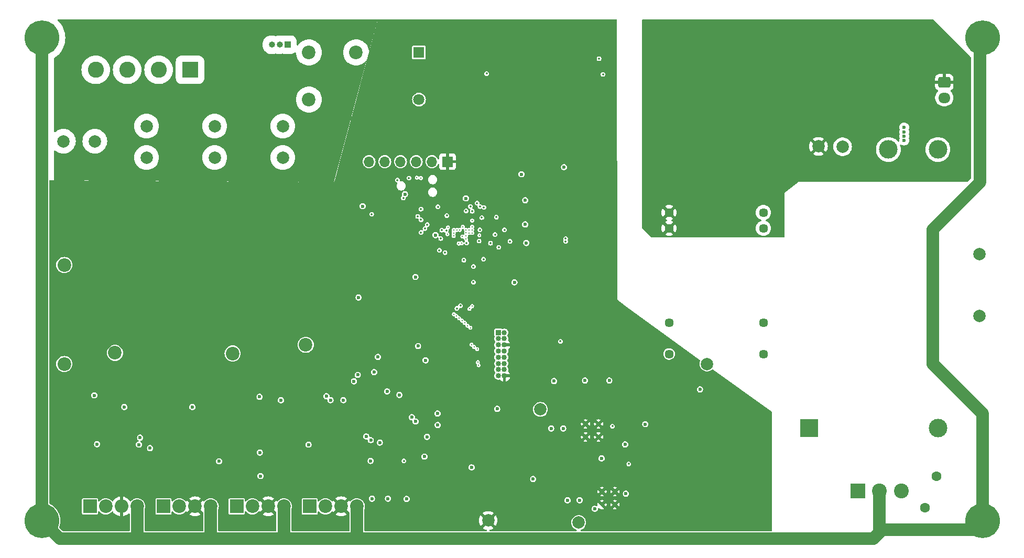
<source format=gbr>
%TF.GenerationSoftware,KiCad,Pcbnew,8.0.1*%
%TF.CreationDate,2024-06-09T19:14:09+02:00*%
%TF.ProjectId,daqIONA,64617149-4f4e-4412-9e6b-696361645f70,rev?*%
%TF.SameCoordinates,Original*%
%TF.FileFunction,Copper,L3,Inr*%
%TF.FilePolarity,Positive*%
%FSLAX46Y46*%
G04 Gerber Fmt 4.6, Leading zero omitted, Abs format (unit mm)*
G04 Created by KiCad (PCBNEW 8.0.1) date 2024-06-09 19:14:09*
%MOMM*%
%LPD*%
G01*
G04 APERTURE LIST*
G04 Aperture macros list*
%AMRoundRect*
0 Rectangle with rounded corners*
0 $1 Rounding radius*
0 $2 $3 $4 $5 $6 $7 $8 $9 X,Y pos of 4 corners*
0 Add a 4 corners polygon primitive as box body*
4,1,4,$2,$3,$4,$5,$6,$7,$8,$9,$2,$3,0*
0 Add four circle primitives for the rounded corners*
1,1,$1+$1,$2,$3*
1,1,$1+$1,$4,$5*
1,1,$1+$1,$6,$7*
1,1,$1+$1,$8,$9*
0 Add four rect primitives between the rounded corners*
20,1,$1+$1,$2,$3,$4,$5,0*
20,1,$1+$1,$4,$5,$6,$7,0*
20,1,$1+$1,$6,$7,$8,$9,0*
20,1,$1+$1,$8,$9,$2,$3,0*%
G04 Aperture macros list end*
%TA.AperFunction,ComponentPad*%
%ADD10C,2.200000*%
%TD*%
%TA.AperFunction,ComponentPad*%
%ADD11R,2.200000X2.200000*%
%TD*%
%TA.AperFunction,ComponentPad*%
%ADD12O,2.200000X2.200000*%
%TD*%
%TA.AperFunction,ComponentPad*%
%ADD13C,2.000000*%
%TD*%
%TA.AperFunction,ComponentPad*%
%ADD14C,5.600000*%
%TD*%
%TA.AperFunction,ComponentPad*%
%ADD15R,2.600000X2.600000*%
%TD*%
%TA.AperFunction,ComponentPad*%
%ADD16C,2.600000*%
%TD*%
%TA.AperFunction,ComponentPad*%
%ADD17C,1.600000*%
%TD*%
%TA.AperFunction,ComponentPad*%
%ADD18R,1.000000X1.000000*%
%TD*%
%TA.AperFunction,ComponentPad*%
%ADD19O,1.000000X1.000000*%
%TD*%
%TA.AperFunction,ComponentPad*%
%ADD20R,3.000000X3.000000*%
%TD*%
%TA.AperFunction,ComponentPad*%
%ADD21C,3.000000*%
%TD*%
%TA.AperFunction,HeatsinkPad*%
%ADD22C,0.500000*%
%TD*%
%TA.AperFunction,ComponentPad*%
%ADD23R,0.850000X0.850000*%
%TD*%
%TA.AperFunction,ComponentPad*%
%ADD24O,0.850000X0.850000*%
%TD*%
%TA.AperFunction,ComponentPad*%
%ADD25RoundRect,0.250000X-0.725000X0.600000X-0.725000X-0.600000X0.725000X-0.600000X0.725000X0.600000X0*%
%TD*%
%TA.AperFunction,ComponentPad*%
%ADD26O,1.950000X1.700000*%
%TD*%
%TA.AperFunction,ComponentPad*%
%ADD27R,1.700000X1.700000*%
%TD*%
%TA.AperFunction,ComponentPad*%
%ADD28O,1.700000X1.700000*%
%TD*%
%TA.AperFunction,ComponentPad*%
%ADD29C,1.447800*%
%TD*%
%TA.AperFunction,ComponentPad*%
%ADD30R,2.400000X2.400000*%
%TD*%
%TA.AperFunction,ComponentPad*%
%ADD31C,2.400000*%
%TD*%
%TA.AperFunction,ComponentPad*%
%ADD32R,1.800000X1.800000*%
%TD*%
%TA.AperFunction,ComponentPad*%
%ADD33C,1.800000*%
%TD*%
%TA.AperFunction,ViaPad*%
%ADD34C,0.600000*%
%TD*%
%TA.AperFunction,ViaPad*%
%ADD35C,0.350000*%
%TD*%
%TA.AperFunction,ViaPad*%
%ADD36C,0.250000*%
%TD*%
%TA.AperFunction,Conductor*%
%ADD37C,2.000000*%
%TD*%
%TA.AperFunction,Conductor*%
%ADD38C,1.000000*%
%TD*%
G04 APERTURE END LIST*
D10*
%TO.N,/(2) Front End/L2_LV*%
%TO.C,TP8*%
X95440000Y-133200000D03*
%TD*%
D11*
%TO.N,/(2) Front End/Ext5V*%
%TO.C,J4*%
X72400000Y-157900000D03*
D10*
%TO.N,Net-(J4-Pin_2)*%
X74940000Y-157900000D03*
D12*
%TO.N,GND3*%
X77480000Y-157900000D03*
D10*
%TO.N,PE*%
X80020000Y-157900000D03*
%TD*%
D13*
%TO.N,+1V1*%
%TO.C,TP4*%
X145160000Y-142220000D03*
%TD*%
D14*
%TO.N,PE*%
%TO.C,H4*%
X216600000Y-82200000D03*
%TD*%
D10*
%TO.N,/(2) Front End/L3_LV*%
%TO.C,TP9*%
X76440000Y-133100000D03*
%TD*%
D13*
%TO.N,/(2) Front End/L3*%
%TO.C,F4*%
X81540000Y-96460000D03*
%TO.N,Net-(C25-Pad1)*%
X81540000Y-101540000D03*
%TD*%
%TO.N,Net-(F5-Pad1)*%
%TO.C,F5*%
X68100000Y-98900000D03*
%TO.N,/(2) Front End/N*%
X73180000Y-98900000D03*
%TD*%
%TO.N,+3V3*%
%TO.C,TP6*%
X151350000Y-160520000D03*
%TD*%
D11*
%TO.N,/(2) Front End/Ext5V*%
%TO.C,J6*%
X84285000Y-157900000D03*
D10*
%TO.N,Net-(J6-Pin_2)*%
X86825000Y-157900000D03*
%TO.N,GND3*%
X89365000Y-157900000D03*
%TO.N,PE*%
X91905000Y-157900000D03*
%TD*%
D14*
%TO.N,PE*%
%TO.C,H3*%
X216600000Y-160200000D03*
%TD*%
D10*
%TO.N,/(2) Front End/L1_LV*%
%TO.C,TP7*%
X107250000Y-131800000D03*
%TD*%
D15*
%TO.N,/(2) Front End/L1*%
%TO.C,J3*%
X88560000Y-87360000D03*
D16*
%TO.N,/(2) Front End/L2*%
X83480000Y-87360000D03*
%TO.N,/(2) Front End/L3*%
X78400000Y-87360000D03*
%TO.N,/(2) Front End/N*%
X73320000Y-87360000D03*
%TD*%
D13*
%TO.N,/(2) Front End/L2*%
%TO.C,F3*%
X92540000Y-96460000D03*
%TO.N,Net-(C23-Pad1)*%
X92540000Y-101540000D03*
%TD*%
D14*
%TO.N,PE*%
%TO.C,H2*%
X64600000Y-82200000D03*
%TD*%
D17*
%TO.N,Net-(J1-Pin_3)*%
%TO.C,RV1*%
X207337500Y-158080000D03*
%TO.N,Net-(U1-AC{slash}L)*%
X209137500Y-153080000D03*
%TD*%
D18*
%TO.N,Net-(J5-Pin_1)*%
%TO.C,J5*%
X104300000Y-83300000D03*
D19*
%TO.N,Net-(J5-Pin_2)*%
X103030000Y-83300000D03*
%TO.N,Net-(J5-Pin_3)*%
X101760000Y-83300000D03*
%TD*%
D20*
%TO.N,Net-(U1-AC{slash}L)*%
%TO.C,U1*%
X188587500Y-145230000D03*
D21*
%TO.N,Net-(J1-Pin_3)*%
X209387500Y-145230000D03*
%TO.N,GND2*%
X209387500Y-100230000D03*
%TO.N,/(1) Power Supply/5V_PSU*%
X201387500Y-100230000D03*
%TD*%
D22*
%TO.N,GND3*%
%TO.C,U4*%
X155110000Y-157630000D03*
X157210000Y-157630000D03*
X155110000Y-155530000D03*
X157210000Y-155530000D03*
%TD*%
D23*
%TO.N,DOUT0*%
%TO.C,J13*%
X138350000Y-129800000D03*
D24*
%TO.N,DCLK*%
X139350000Y-129800000D03*
%TO.N,DOUT1*%
X138350000Y-130800000D03*
%TO.N,~{DRDY}*%
X139350000Y-130800000D03*
%TO.N,DOUT2*%
X138350000Y-131800000D03*
%TO.N,GND3*%
X139350000Y-131800000D03*
%TO.N,DOUT3*%
X138350000Y-132800000D03*
%TO.N,SCLK*%
X139350000Y-132800000D03*
%TO.N,DOUT4*%
X138350000Y-133800000D03*
%TO.N,~{SCS}*%
X139350000Y-133800000D03*
%TO.N,DOUT5*%
X138350000Y-134800000D03*
%TO.N,SDI*%
X139350000Y-134800000D03*
%TO.N,DOUT6*%
X138350000Y-135800000D03*
%TO.N,SDO*%
X139350000Y-135800000D03*
%TO.N,DOUT7*%
X138350000Y-136800000D03*
%TO.N,GND3*%
X139350000Y-136800000D03*
%TD*%
D10*
%TO.N,GNDS*%
%TO.C,TP11*%
X68240000Y-134900000D03*
%TD*%
%TO.N,/(2) Front End/N_LV*%
%TO.C,TP10*%
X68240000Y-118900000D03*
%TD*%
D13*
%TO.N,GND*%
%TO.C,C6*%
X216100000Y-117160000D03*
%TO.N,GND3*%
X216100000Y-127160000D03*
%TD*%
D11*
%TO.N,/(2) Front End/Ext5V*%
%TO.C,J7*%
X96100000Y-157900000D03*
D10*
%TO.N,Net-(J7-Pin_2)*%
X98640000Y-157900000D03*
%TO.N,GND3*%
X101180000Y-157900000D03*
%TO.N,PE*%
X103720000Y-157900000D03*
%TD*%
D25*
%TO.N,GND*%
%TO.C,J2*%
X210420000Y-89380000D03*
D26*
%TO.N,/(1) Power Supply/5V_PSU*%
X210420000Y-91880000D03*
%TD*%
D14*
%TO.N,PE*%
%TO.C,H1*%
X64600000Y-160200000D03*
%TD*%
D13*
%TO.N,/(2) Front End/L1*%
%TO.C,F2*%
X103540000Y-96460000D03*
%TO.N,Net-(C21-Pad1)*%
X103540000Y-101540000D03*
%TD*%
%TO.N,GND3*%
%TO.C,TP5*%
X136730000Y-160180000D03*
%TD*%
D27*
%TO.N,GND3*%
%TO.C,J9*%
X130180000Y-102200000D03*
D28*
%TO.N,/(4) FPGA/FPGA_TMS*%
X127640000Y-102200000D03*
%TO.N,/(4) FPGA/FPGA_TDO*%
X125100000Y-102200000D03*
%TO.N,/(4) FPGA/FPGA_TDI*%
X122560000Y-102200000D03*
%TO.N,/(4) FPGA/FPGA_TCK*%
X120020000Y-102200000D03*
%TO.N,+3V3*%
X117480000Y-102200000D03*
%TD*%
D22*
%TO.N,GND3*%
%TO.C,U3*%
X152465000Y-146690000D03*
X154565000Y-146690000D03*
X152465000Y-144590000D03*
X154565000Y-144590000D03*
%TD*%
D29*
%TO.N,GND*%
%TO.C,U2*%
X165960000Y-110419601D03*
X165960000Y-112959601D03*
%TO.N,N/C*%
X165960000Y-128199601D03*
X165960000Y-133279601D03*
%TO.N,Net-(JP3-A)*%
X181200000Y-133279601D03*
%TO.N,Net-(JP4-A)*%
X181200000Y-128199601D03*
%TO.N,+5V*%
X181200000Y-112959601D03*
X181200000Y-110419601D03*
%TD*%
D11*
%TO.N,/(2) Front End/Ext5V*%
%TO.C,J8*%
X107900000Y-157900000D03*
D10*
%TO.N,Net-(J8-Pin_2)*%
X110440000Y-157900000D03*
%TO.N,GND3*%
X112980000Y-157900000D03*
%TO.N,PE*%
X115520000Y-157900000D03*
%TD*%
D30*
%TO.N,Net-(J1-Pin_1)*%
%TO.C,J1*%
X196470000Y-155430000D03*
D31*
%TO.N,PE*%
X199970000Y-155430000D03*
%TO.N,Net-(J1-Pin_3)*%
X203470000Y-155430000D03*
%TD*%
D10*
%TO.N,Net-(J5-Pin_2)*%
%TO.C,K1*%
X115387500Y-84542500D03*
%TO.N,Net-(J5-Pin_3)*%
X107767500Y-92162500D03*
%TO.N,Net-(J5-Pin_1)*%
X107767500Y-84542500D03*
D32*
%TO.N,+5VA*%
X125547500Y-84542500D03*
D33*
%TO.N,Net-(D7-A)*%
X125547500Y-92162500D03*
%TD*%
D13*
%TO.N,GND*%
%TO.C,TP2*%
X190087500Y-99730000D03*
%TD*%
%TO.N,Net-(D2-A)*%
%TO.C,TP3*%
X172100000Y-134880000D03*
%TD*%
%TO.N,Net-(D1-A)*%
%TO.C,TP1*%
X193987500Y-99780000D03*
%TD*%
D34*
%TO.N,GND3*%
X156600000Y-139200000D03*
X147600000Y-152200000D03*
X143600000Y-149200000D03*
X139600000Y-146200000D03*
X132600000Y-156200000D03*
X128600000Y-158200000D03*
X113600000Y-137200000D03*
X115600000Y-131200000D03*
X115600000Y-128200000D03*
X114600000Y-120200000D03*
X114600000Y-116200000D03*
X114600000Y-110200000D03*
X114600000Y-102200000D03*
X126600000Y-98200000D03*
X137600000Y-120200000D03*
X137600000Y-123200000D03*
X124600000Y-135200000D03*
X139600000Y-110200000D03*
X149600000Y-100200000D03*
X144600000Y-100200000D03*
X144600000Y-95200000D03*
X134600000Y-95200000D03*
X134600000Y-100200000D03*
X129600000Y-100200000D03*
X124600000Y-95200000D03*
X119600000Y-95200000D03*
X114600000Y-95200000D03*
X154600000Y-100200000D03*
X154600000Y-95200000D03*
X149600000Y-95200000D03*
X149600000Y-90200000D03*
X152100000Y-90200000D03*
X154600000Y-90200000D03*
X182100000Y-150200000D03*
X182100000Y-152700000D03*
X182100000Y-157700000D03*
X182100000Y-155200000D03*
X182100000Y-160200000D03*
X157100000Y-120200000D03*
X157100000Y-117700000D03*
X157100000Y-115200000D03*
X157100000Y-112700000D03*
X157100000Y-110200000D03*
X157100000Y-107700000D03*
X157100000Y-105200000D03*
X157100000Y-102700000D03*
X157100000Y-97700000D03*
X157100000Y-95200000D03*
X157100000Y-92700000D03*
X157100000Y-82700000D03*
X157100000Y-80200000D03*
X112100000Y-80200000D03*
X114600000Y-80200000D03*
X117100000Y-80200000D03*
X119600000Y-80200000D03*
X122100000Y-80200000D03*
X124600000Y-80200000D03*
X127100000Y-80200000D03*
X132100000Y-80200000D03*
X129600000Y-80200000D03*
X134600000Y-80200000D03*
X137100000Y-80200000D03*
X142100000Y-80200000D03*
X139600000Y-80200000D03*
X144600000Y-80200000D03*
X149600000Y-80200000D03*
X147100000Y-80200000D03*
X152100000Y-80200000D03*
X154600000Y-80200000D03*
D35*
%TO.N,GND*%
X172545000Y-89880000D03*
D34*
X171100000Y-97700000D03*
X195920000Y-85330000D03*
X175100000Y-93700000D03*
D35*
X171545000Y-89880000D03*
D34*
X195920000Y-87330000D03*
X192920000Y-89830000D03*
X166100000Y-95700000D03*
X172100000Y-94700000D03*
X191920000Y-88330000D03*
D35*
X170545000Y-89880000D03*
D34*
X191920000Y-86330000D03*
X174100000Y-92700000D03*
X174100000Y-94700000D03*
X176100000Y-92700000D03*
X166100000Y-93700000D03*
X195920000Y-86330000D03*
X165100000Y-92700000D03*
X174100000Y-96700000D03*
X175100000Y-97700000D03*
X173100000Y-95700000D03*
X165100000Y-94700000D03*
D35*
X174545000Y-89880000D03*
D34*
X166100000Y-97700000D03*
X173100000Y-93700000D03*
X175100000Y-95700000D03*
X171100000Y-95700000D03*
X173100000Y-97700000D03*
X193920000Y-89830000D03*
X170100000Y-92700000D03*
X172100000Y-92700000D03*
X195920000Y-88330000D03*
D35*
X169060000Y-87800000D03*
X168330000Y-87760000D03*
D34*
X191920000Y-85330000D03*
X172100000Y-96700000D03*
X194920000Y-89830000D03*
X171100000Y-93700000D03*
D35*
X163340000Y-84640000D03*
X173545000Y-89880000D03*
D34*
X191920000Y-87330000D03*
X165100000Y-96700000D03*
%TO.N,Net-(D2-A)*%
X170950000Y-139000000D03*
%TO.N,GND3*%
X119200000Y-140420000D03*
X175850000Y-156950000D03*
X136340000Y-87190000D03*
X66450000Y-152450000D03*
X166850000Y-159450000D03*
D36*
X133322284Y-115840455D03*
D34*
X118300000Y-132650000D03*
X144075000Y-121797500D03*
X123062500Y-140700000D03*
X99790000Y-134200000D03*
X119200000Y-132200000D03*
X165850000Y-142700000D03*
X179440000Y-142430000D03*
X175850000Y-158200000D03*
X181100000Y-142430000D03*
X151290000Y-114530000D03*
X118410000Y-140270000D03*
D35*
X130300000Y-104810000D03*
D34*
X162100000Y-141450000D03*
X178210000Y-146420000D03*
X152380000Y-135470000D03*
X165850000Y-141450000D03*
X95900000Y-147850000D03*
X68250000Y-140700000D03*
X110340000Y-139240000D03*
X160130000Y-153680000D03*
X127950000Y-116030000D03*
D36*
X133650000Y-111720000D03*
D35*
X127567021Y-113860000D03*
D34*
X130500000Y-91830000D03*
X135200000Y-143450000D03*
X179600000Y-159450000D03*
X114190000Y-140710000D03*
X141560000Y-158000000D03*
X121900000Y-117200000D03*
X151320000Y-112590000D03*
D35*
X154739997Y-88090000D03*
D34*
X127840000Y-130140000D03*
X123390045Y-132009955D03*
X119067718Y-132956806D03*
X118100000Y-130330000D03*
X120962500Y-132100000D03*
X132650000Y-104080000D03*
X144190000Y-114990000D03*
X122412500Y-132050000D03*
X118440000Y-143690000D03*
D36*
X132150000Y-112720000D03*
D34*
X126400000Y-127200000D03*
D35*
X130335000Y-115427191D03*
D34*
X80300000Y-152680000D03*
X121200000Y-139870000D03*
X123190000Y-115840000D03*
X179600000Y-156950000D03*
X154235000Y-142820000D03*
X166850000Y-160950000D03*
X156660000Y-153790000D03*
X162100000Y-138700000D03*
X116750000Y-143900000D03*
X118462500Y-137200000D03*
X151350000Y-108650000D03*
X154340000Y-135460000D03*
X122700000Y-122300000D03*
X175850000Y-160950000D03*
X179600000Y-158200000D03*
X134950000Y-149550000D03*
X98200000Y-151150000D03*
X148860000Y-147400000D03*
X162100000Y-140200000D03*
X120700000Y-122300000D03*
D36*
X132094841Y-114990044D03*
D34*
X175850000Y-159450000D03*
X115330000Y-139550000D03*
D35*
X154901250Y-123320000D03*
D34*
X123712500Y-140700000D03*
X179600000Y-160950000D03*
X73090000Y-133962500D03*
X166850000Y-158200000D03*
X145100000Y-113210000D03*
X163500000Y-157340000D03*
X109750000Y-143900000D03*
X117840000Y-146280000D03*
X156290000Y-135480000D03*
X170600000Y-158200000D03*
X129212500Y-154700000D03*
D35*
X132360000Y-110240000D03*
D34*
X162100000Y-142700000D03*
X170600000Y-159450000D03*
X152470000Y-153810000D03*
X117750000Y-127750000D03*
X158200000Y-144210000D03*
X149530000Y-154790000D03*
X165850000Y-138700000D03*
X180230000Y-142430000D03*
X134620000Y-104090000D03*
X170600000Y-160950000D03*
X145000000Y-108940000D03*
X144650000Y-104410000D03*
X107700000Y-152680000D03*
X155248750Y-84950000D03*
D36*
X129798332Y-114212858D03*
D34*
X170600000Y-156950000D03*
X166850000Y-156950000D03*
X152375000Y-138650000D03*
D35*
X134701455Y-115579007D03*
D34*
X150390000Y-135470000D03*
X128650000Y-124256250D03*
X120600000Y-153650000D03*
X151370000Y-106690000D03*
X118250000Y-135400000D03*
X122412500Y-140700000D03*
X120362500Y-147400000D03*
X112300000Y-140710000D03*
X147290000Y-136340000D03*
D36*
X131150000Y-111720000D03*
D34*
X146890000Y-147420000D03*
X126860000Y-133340000D03*
X165850000Y-140200000D03*
X128385000Y-106127024D03*
%TO.N,+5VA*%
X73552500Y-147850000D03*
X80300000Y-147920000D03*
X162120000Y-144620000D03*
X93250000Y-150625000D03*
X107700000Y-147920000D03*
X99790000Y-140200000D03*
X99825000Y-149200000D03*
X158855000Y-147885000D03*
X73090000Y-139962500D03*
X138180000Y-142150000D03*
D36*
%TO.N,+1V1*%
X131971359Y-115424984D03*
D34*
X133130000Y-108130000D03*
D35*
X133150000Y-110150000D03*
D36*
X132150000Y-113220000D03*
D34*
X128220000Y-114060000D03*
X146900000Y-145310000D03*
D36*
X133150000Y-114220000D03*
D34*
X148850000Y-145310000D03*
D36*
X132650000Y-112720000D03*
D34*
X148990000Y-103090000D03*
D35*
%TO.N,+3V3*%
X135260000Y-115020000D03*
D34*
X115800000Y-124150000D03*
X126840000Y-146660000D03*
X156290000Y-137567500D03*
D35*
X128620000Y-109480000D03*
D34*
X142700000Y-112340000D03*
X142900000Y-115340000D03*
D35*
X148391250Y-131232500D03*
X130050000Y-110910000D03*
D34*
X116450000Y-109400000D03*
X147380000Y-137660000D03*
D35*
X129960000Y-113330000D03*
D34*
X126430000Y-149860000D03*
X123275000Y-107450000D03*
X142730000Y-108430000D03*
X151510000Y-156900000D03*
X155050000Y-150150000D03*
X152370000Y-137567500D03*
D36*
X134150000Y-111720000D03*
D34*
X149540000Y-156920000D03*
D36*
X131150000Y-114210000D03*
D34*
X142110000Y-104230000D03*
D35*
X135990000Y-117960000D03*
D34*
X153940000Y-158290000D03*
X140962500Y-121700000D03*
%TO.N,VREF*%
X128562500Y-144750000D03*
X122395837Y-139900171D03*
%TO.N,AVDD*%
X128550000Y-142900000D03*
X115050000Y-137700000D03*
X120400000Y-139320000D03*
X113350000Y-140750000D03*
%TO.N,GNDS*%
X77950000Y-141850000D03*
X88950000Y-141850000D03*
X103260000Y-140750000D03*
%TO.N,IODD*%
X117750000Y-150550000D03*
X117021638Y-146600000D03*
X125400000Y-131994933D03*
X115650000Y-136650000D03*
X119209648Y-147600000D03*
X124962500Y-120825000D03*
D35*
X123120000Y-150550000D03*
D34*
%TO.N,Net-(U11-REGCAPB)*%
X111250000Y-140750000D03*
X118918299Y-133742731D03*
%TO.N,/(2) Front End/Ext5V*%
X99950000Y-153000000D03*
D35*
%TO.N,/(4) FPGA/VCCA*%
X129760000Y-116890000D03*
X149240000Y-114630000D03*
X149240000Y-115080000D03*
%TO.N,/(4) FPGA/FPGA_TMS*%
X123929124Y-104850876D03*
D36*
X131150000Y-113220000D03*
%TO.N,/(4) FPGA/FPGA_TCK*%
X131660000Y-113220000D03*
X125207322Y-104788364D03*
%TO.N,/(4) FPGA/FPGA_TDI*%
X130140000Y-113920000D03*
D35*
X122070000Y-105170000D03*
X123010979Y-108071226D03*
D36*
%TO.N,/(4) FPGA/FPGA_TDO*%
X125860000Y-104840000D03*
X130219834Y-112820166D03*
D35*
X126880000Y-112360000D03*
X125870000Y-109870000D03*
D36*
%TO.N,SCLK*%
X133700000Y-125975000D03*
X134150000Y-113220000D03*
D35*
X137840000Y-113980000D03*
X136485000Y-87955000D03*
X136035000Y-109590000D03*
X125341041Y-111035000D03*
D36*
X132566817Y-114303008D03*
D34*
%TO.N,I2_sense*%
X117762500Y-147200000D03*
X82100000Y-148500000D03*
%TO.N,I1_sense*%
X80500000Y-146800000D03*
X110600000Y-140100000D03*
%TO.N,Net-(JP14-C)*%
X118303215Y-136198231D03*
X117950000Y-156650000D03*
%TO.N,/(3) ADC/MODE0*%
X124400000Y-143500000D03*
X120550000Y-156650000D03*
%TO.N,Net-(U11-~{RESET})*%
X134050000Y-151600000D03*
X126620000Y-134300000D03*
%TO.N,/(3) ADC/MODE1*%
X123550000Y-156700000D03*
X125000000Y-144185997D03*
%TO.N,/(1) Power Supply/PG*%
X158971416Y-155850559D03*
X143990000Y-153480000D03*
D35*
%TO.N,/(1) Power Supply/PWR_EN*%
X159440000Y-151050000D03*
X156800000Y-144940000D03*
D36*
%TO.N,Net-(U13C-GPIOL_21_NSTATUS)*%
X131150000Y-113720000D03*
D35*
X129070000Y-114617198D03*
D36*
%TO.N,DOUT5*%
X134025000Y-131750000D03*
%TO.N,DCLK*%
X131625000Y-127150000D03*
D35*
X131673932Y-125925000D03*
D36*
X132420000Y-115390000D03*
D35*
%TO.N,SDO*%
X132800000Y-118110000D03*
D36*
X134150000Y-113720000D03*
X135050000Y-134600000D03*
%TO.N,DOUT2*%
X132950000Y-128250000D03*
%TO.N,DOUT0*%
X132050000Y-127500000D03*
D35*
X132250000Y-125470000D03*
X137100165Y-115369835D03*
D36*
%TO.N,~{DRDY}*%
X131200000Y-126850000D03*
X133167253Y-113702747D03*
%TO.N,DOUT1*%
X133150000Y-113220000D03*
X132500000Y-127900000D03*
%TO.N,DOUT3*%
X133400000Y-128700000D03*
%TO.N,DOUT4*%
X133850000Y-129050000D03*
D35*
%TO.N,~{SCS}*%
X134350000Y-121650000D03*
X134339124Y-119149124D03*
D36*
X134125000Y-125550000D03*
X133150000Y-114720000D03*
D35*
%TO.N,SDI*%
X128830000Y-116510000D03*
X125888021Y-111581979D03*
D36*
X135200000Y-135100000D03*
X133650000Y-113220000D03*
%TO.N,DOUT7*%
X134950000Y-132500000D03*
%TO.N,DOUT6*%
X134450000Y-132150000D03*
D35*
%TO.N,/(4) FPGA/FPGA_SS*%
X135400000Y-113210000D03*
X126521041Y-113010000D03*
X129240000Y-113260000D03*
X125870000Y-113640000D03*
X117900000Y-110690000D03*
%TO.N,/(4) FPGA/FPGA~{LD1}*%
X134150000Y-110200000D03*
X135400000Y-109440000D03*
%TO.N,/(4) FPGA/FPGA~{LD2}*%
X133853149Y-109435000D03*
X134930000Y-108900000D03*
%TO.N,/(4) FPGA/CDONE*%
X139360000Y-113205000D03*
D36*
X134150000Y-112720000D03*
D35*
X135710000Y-111230000D03*
X138050000Y-111160000D03*
D34*
%TO.N,Net-(JP1-B)*%
X203937500Y-97380000D03*
X203937500Y-98080000D03*
X203937500Y-98780000D03*
X203937500Y-96680000D03*
D35*
%TO.N,/(4) FPGA/MOSI*%
X155290000Y-88090000D03*
X133255000Y-115345000D03*
D36*
X133650000Y-113720000D03*
D35*
%TO.N,/(4) FPGA/CS*%
X140250000Y-115080000D03*
X138445000Y-116030000D03*
%TO.N,/(4) FPGA/MISO*%
X154640000Y-85550000D03*
D36*
X135295000Y-114095000D03*
%TD*%
D37*
%TO.N,PE*%
X64600000Y-82800000D02*
X64600000Y-160200000D01*
X208600000Y-113200000D02*
X216220000Y-105580000D01*
D38*
X80020000Y-163020000D02*
X80100000Y-163100000D01*
D37*
X91905000Y-157900000D02*
X91905000Y-163095000D01*
X199970000Y-162090000D02*
X199970000Y-155430000D01*
X91900000Y-163100000D02*
X80100000Y-163100000D01*
X103600000Y-163100000D02*
X91900000Y-163100000D01*
X216600000Y-160200000D02*
X216600000Y-142912062D01*
X103720000Y-157900000D02*
X103720000Y-162980000D01*
D38*
X115520000Y-163055000D02*
X115475000Y-163100000D01*
D37*
X216600000Y-142912062D02*
X208600000Y-134912062D01*
D38*
X91905000Y-163095000D02*
X91900000Y-163100000D01*
D37*
X80100000Y-163100000D02*
X67500000Y-163100000D01*
X215100000Y-161700000D02*
X216600000Y-160200000D01*
X216220000Y-105580000D02*
X216220000Y-81630000D01*
X198960000Y-163100000D02*
X199970000Y-162090000D01*
X198960000Y-163100000D02*
X200360000Y-161700000D01*
D38*
X103720000Y-162980000D02*
X103600000Y-163100000D01*
X183575000Y-163100000D02*
X183600000Y-163075000D01*
D37*
X67500000Y-163100000D02*
X64600000Y-160200000D01*
X208600000Y-134912062D02*
X208600000Y-113200000D01*
X80020000Y-157900000D02*
X80020000Y-163020000D01*
X200360000Y-161700000D02*
X215100000Y-161700000D01*
X183575000Y-163100000D02*
X198960000Y-163100000D01*
X115520000Y-157900000D02*
X115520000Y-163055000D01*
X183575000Y-163100000D02*
X115475000Y-163100000D01*
X115475000Y-163100000D02*
X103600000Y-163100000D01*
%TD*%
%TA.AperFunction,Conductor*%
%TO.N,GND*%
G36*
X208615677Y-79219685D02*
G01*
X208636319Y-79236319D01*
X214683181Y-85283181D01*
X214716666Y-85344504D01*
X214719500Y-85370862D01*
X214719500Y-104907111D01*
X214699815Y-104974150D01*
X214683181Y-104994792D01*
X214264292Y-105413681D01*
X214202969Y-105447166D01*
X214176611Y-105450000D01*
X186850000Y-105450000D01*
X184600000Y-107200000D01*
X184600000Y-114326000D01*
X184580315Y-114393039D01*
X184527511Y-114438794D01*
X184476000Y-114450000D01*
X163151362Y-114450000D01*
X163084323Y-114430315D01*
X163063681Y-114413681D01*
X161636319Y-112986319D01*
X161621730Y-112959601D01*
X164731425Y-112959601D01*
X164750089Y-113172936D01*
X164750091Y-113172946D01*
X164805514Y-113379790D01*
X164805518Y-113379799D01*
X164896023Y-113573888D01*
X164935615Y-113630432D01*
X165501613Y-113064434D01*
X165522123Y-113140976D01*
X165583986Y-113248127D01*
X165671474Y-113335615D01*
X165778625Y-113397478D01*
X165855166Y-113417987D01*
X165289167Y-113983984D01*
X165345712Y-114023578D01*
X165539801Y-114114082D01*
X165539810Y-114114086D01*
X165746654Y-114169509D01*
X165746664Y-114169511D01*
X165959999Y-114188176D01*
X165960001Y-114188176D01*
X166173335Y-114169511D01*
X166173345Y-114169509D01*
X166380189Y-114114086D01*
X166380203Y-114114081D01*
X166574285Y-114023579D01*
X166574297Y-114023572D01*
X166630830Y-113983986D01*
X166630831Y-113983984D01*
X166064834Y-113417987D01*
X166141375Y-113397478D01*
X166248526Y-113335615D01*
X166336014Y-113248127D01*
X166397877Y-113140976D01*
X166418386Y-113064434D01*
X166984383Y-113630432D01*
X166984385Y-113630431D01*
X167023971Y-113573898D01*
X167023978Y-113573886D01*
X167114480Y-113379804D01*
X167114485Y-113379790D01*
X167169908Y-113172946D01*
X167169910Y-113172936D01*
X167188575Y-112959603D01*
X179970923Y-112959603D01*
X179989595Y-113173026D01*
X179989595Y-113173030D01*
X180045042Y-113379962D01*
X180045044Y-113379966D01*
X180045045Y-113379970D01*
X180068142Y-113429501D01*
X180135587Y-113574139D01*
X180135588Y-113574140D01*
X180258472Y-113749636D01*
X180409965Y-113901129D01*
X180585461Y-114024013D01*
X180779631Y-114114556D01*
X180986573Y-114170006D01*
X181165658Y-114185673D01*
X181199998Y-114188678D01*
X181200000Y-114188678D01*
X181200002Y-114188678D01*
X181227664Y-114186257D01*
X181413427Y-114170006D01*
X181620369Y-114114556D01*
X181814539Y-114024013D01*
X181990035Y-113901129D01*
X182141528Y-113749636D01*
X182264412Y-113574140D01*
X182354955Y-113379970D01*
X182410405Y-113173028D01*
X182429077Y-112959601D01*
X182410405Y-112746174D01*
X182354955Y-112539232D01*
X182264412Y-112345063D01*
X182141528Y-112169566D01*
X181990035Y-112018073D01*
X181815162Y-111895625D01*
X181814538Y-111895188D01*
X181615462Y-111802358D01*
X181616448Y-111800242D01*
X181568178Y-111764718D01*
X181543228Y-111699455D01*
X181557523Y-111631063D01*
X181606524Y-111581257D01*
X181615589Y-111577117D01*
X181615462Y-111576844D01*
X181620369Y-111574556D01*
X181814539Y-111484013D01*
X181990035Y-111361129D01*
X182141528Y-111209636D01*
X182264412Y-111034140D01*
X182354955Y-110839970D01*
X182410405Y-110633028D01*
X182429077Y-110419601D01*
X182410405Y-110206174D01*
X182354955Y-109999232D01*
X182264412Y-109805063D01*
X182141528Y-109629566D01*
X181990035Y-109478073D01*
X181815162Y-109355625D01*
X181814538Y-109355188D01*
X181717454Y-109309917D01*
X181620369Y-109264646D01*
X181620365Y-109264645D01*
X181620361Y-109264643D01*
X181413427Y-109209196D01*
X181200002Y-109190524D01*
X181199998Y-109190524D01*
X181057715Y-109202972D01*
X180986573Y-109209196D01*
X180986570Y-109209196D01*
X180779638Y-109264643D01*
X180779629Y-109264647D01*
X180585462Y-109355188D01*
X180585460Y-109355189D01*
X180409963Y-109478073D01*
X180258472Y-109629564D01*
X180135588Y-109805061D01*
X180135587Y-109805063D01*
X180045046Y-109999230D01*
X180045042Y-109999239D01*
X179989595Y-110206171D01*
X179989595Y-110206175D01*
X179970923Y-110419598D01*
X179970923Y-110419603D01*
X179989595Y-110633026D01*
X179989595Y-110633030D01*
X180045042Y-110839962D01*
X180045044Y-110839966D01*
X180045045Y-110839970D01*
X180068142Y-110889501D01*
X180135587Y-111034139D01*
X180135588Y-111034140D01*
X180258472Y-111209636D01*
X180409965Y-111361129D01*
X180528297Y-111443986D01*
X180585461Y-111484013D01*
X180784538Y-111576844D01*
X180783554Y-111578952D01*
X180831845Y-111614515D01*
X180856774Y-111679786D01*
X180842458Y-111748173D01*
X180793441Y-111797964D01*
X180784411Y-111802087D01*
X180784538Y-111802358D01*
X180585462Y-111895188D01*
X180585460Y-111895189D01*
X180409963Y-112018073D01*
X180258472Y-112169564D01*
X180135588Y-112345061D01*
X180135587Y-112345063D01*
X180045046Y-112539230D01*
X180045042Y-112539239D01*
X179989595Y-112746171D01*
X179989595Y-112746175D01*
X179970923Y-112959598D01*
X179970923Y-112959603D01*
X167188575Y-112959603D01*
X167188575Y-112959601D01*
X167188575Y-112959600D01*
X167169910Y-112746265D01*
X167169908Y-112746255D01*
X167114485Y-112539411D01*
X167114481Y-112539402D01*
X167023977Y-112345315D01*
X166984383Y-112288768D01*
X166418386Y-112854766D01*
X166397877Y-112778226D01*
X166336014Y-112671075D01*
X166248526Y-112583587D01*
X166141375Y-112521724D01*
X166064833Y-112501214D01*
X166630831Y-111935216D01*
X166574287Y-111895624D01*
X166375290Y-111802830D01*
X166376106Y-111801078D01*
X166326692Y-111764695D01*
X166301758Y-111699426D01*
X166316069Y-111631038D01*
X166365081Y-111581243D01*
X166375371Y-111576543D01*
X166375291Y-111576372D01*
X166574285Y-111483579D01*
X166574297Y-111483572D01*
X166630830Y-111443986D01*
X166630831Y-111443984D01*
X166064834Y-110877987D01*
X166141375Y-110857478D01*
X166248526Y-110795615D01*
X166336014Y-110708127D01*
X166397877Y-110600976D01*
X166418386Y-110524434D01*
X166984383Y-111090432D01*
X166984385Y-111090431D01*
X167023971Y-111033898D01*
X167023978Y-111033886D01*
X167114480Y-110839804D01*
X167114485Y-110839790D01*
X167169908Y-110632946D01*
X167169910Y-110632936D01*
X167188575Y-110419601D01*
X167188575Y-110419600D01*
X167169910Y-110206265D01*
X167169908Y-110206255D01*
X167114485Y-109999411D01*
X167114481Y-109999402D01*
X167023977Y-109805315D01*
X166984383Y-109748768D01*
X166418386Y-110314766D01*
X166397877Y-110238226D01*
X166336014Y-110131075D01*
X166248526Y-110043587D01*
X166141375Y-109981724D01*
X166064833Y-109961214D01*
X166630831Y-109395216D01*
X166574287Y-109355624D01*
X166380198Y-109265119D01*
X166380189Y-109265115D01*
X166173345Y-109209692D01*
X166173335Y-109209690D01*
X165960001Y-109191026D01*
X165959999Y-109191026D01*
X165746664Y-109209690D01*
X165746654Y-109209692D01*
X165539810Y-109265115D01*
X165539801Y-109265119D01*
X165345710Y-109355625D01*
X165289167Y-109395215D01*
X165855166Y-109961214D01*
X165778625Y-109981724D01*
X165671474Y-110043587D01*
X165583986Y-110131075D01*
X165522123Y-110238226D01*
X165501613Y-110314767D01*
X164935614Y-109748768D01*
X164896024Y-109805311D01*
X164805518Y-109999402D01*
X164805514Y-109999411D01*
X164750091Y-110206255D01*
X164750089Y-110206265D01*
X164731425Y-110419600D01*
X164731425Y-110419601D01*
X164750089Y-110632936D01*
X164750091Y-110632946D01*
X164805514Y-110839790D01*
X164805518Y-110839799D01*
X164896023Y-111033888D01*
X164935615Y-111090432D01*
X165501613Y-110524434D01*
X165522123Y-110600976D01*
X165583986Y-110708127D01*
X165671474Y-110795615D01*
X165778625Y-110857478D01*
X165855166Y-110877987D01*
X165289167Y-111443984D01*
X165345712Y-111483578D01*
X165544710Y-111576372D01*
X165543894Y-111578120D01*
X165593317Y-111614521D01*
X165618243Y-111679793D01*
X165603922Y-111748179D01*
X165554903Y-111797968D01*
X165544630Y-111802658D01*
X165544710Y-111802830D01*
X165345710Y-111895625D01*
X165289167Y-111935215D01*
X165855166Y-112501214D01*
X165778625Y-112521724D01*
X165671474Y-112583587D01*
X165583986Y-112671075D01*
X165522123Y-112778226D01*
X165501613Y-112854767D01*
X164935614Y-112288768D01*
X164896024Y-112345311D01*
X164805518Y-112539402D01*
X164805514Y-112539411D01*
X164750091Y-112746255D01*
X164750089Y-112746265D01*
X164731425Y-112959600D01*
X164731425Y-112959601D01*
X161621730Y-112959601D01*
X161602834Y-112924996D01*
X161600000Y-112898638D01*
X161600000Y-99730005D01*
X188582359Y-99730005D01*
X188602885Y-99977729D01*
X188602887Y-99977738D01*
X188663912Y-100218717D01*
X188763766Y-100446364D01*
X188864064Y-100599882D01*
X189604537Y-99859409D01*
X189621575Y-99922993D01*
X189687401Y-100037007D01*
X189780493Y-100130099D01*
X189894507Y-100195925D01*
X189958090Y-100212962D01*
X189217442Y-100953609D01*
X189264268Y-100990055D01*
X189264270Y-100990056D01*
X189482885Y-101108364D01*
X189482896Y-101108369D01*
X189718006Y-101189083D01*
X189963207Y-101230000D01*
X190211793Y-101230000D01*
X190456993Y-101189083D01*
X190692103Y-101108369D01*
X190692114Y-101108364D01*
X190910728Y-100990057D01*
X190910731Y-100990055D01*
X190957556Y-100953609D01*
X190216909Y-100212962D01*
X190280493Y-100195925D01*
X190394507Y-100130099D01*
X190487599Y-100037007D01*
X190553425Y-99922993D01*
X190570462Y-99859410D01*
X191310934Y-100599882D01*
X191411231Y-100446369D01*
X191511087Y-100218717D01*
X191572112Y-99977738D01*
X191572114Y-99977729D01*
X191588498Y-99780005D01*
X192481857Y-99780005D01*
X192502390Y-100027812D01*
X192502392Y-100027824D01*
X192563436Y-100268881D01*
X192663326Y-100496606D01*
X192799333Y-100704782D01*
X192799336Y-100704785D01*
X192967756Y-100887738D01*
X193163991Y-101040474D01*
X193382690Y-101158828D01*
X193617886Y-101239571D01*
X193863165Y-101280500D01*
X194111835Y-101280500D01*
X194357114Y-101239571D01*
X194592310Y-101158828D01*
X194811009Y-101040474D01*
X195007244Y-100887738D01*
X195175664Y-100704785D01*
X195311673Y-100496607D01*
X195411563Y-100268881D01*
X195421409Y-100230001D01*
X199381890Y-100230001D01*
X199402304Y-100515433D01*
X199463128Y-100795037D01*
X199463130Y-100795043D01*
X199463131Y-100795046D01*
X199522272Y-100953609D01*
X199563135Y-101063166D01*
X199700270Y-101314309D01*
X199700275Y-101314317D01*
X199871754Y-101543387D01*
X199871770Y-101543405D01*
X200074094Y-101745729D01*
X200074112Y-101745745D01*
X200303182Y-101917224D01*
X200303190Y-101917229D01*
X200554333Y-102054364D01*
X200554332Y-102054364D01*
X200554336Y-102054365D01*
X200554339Y-102054367D01*
X200822454Y-102154369D01*
X200822460Y-102154370D01*
X200822462Y-102154371D01*
X201102066Y-102215195D01*
X201102068Y-102215195D01*
X201102072Y-102215196D01*
X201355720Y-102233337D01*
X201387499Y-102235610D01*
X201387500Y-102235610D01*
X201387501Y-102235610D01*
X201416095Y-102233564D01*
X201672928Y-102215196D01*
X201952546Y-102154369D01*
X202220661Y-102054367D01*
X202471815Y-101917226D01*
X202700895Y-101745739D01*
X202903239Y-101543395D01*
X203074726Y-101314315D01*
X203211867Y-101063161D01*
X203311869Y-100795046D01*
X203372696Y-100515428D01*
X203393110Y-100230001D01*
X207381890Y-100230001D01*
X207402304Y-100515433D01*
X207463128Y-100795037D01*
X207463130Y-100795043D01*
X207463131Y-100795046D01*
X207522272Y-100953609D01*
X207563135Y-101063166D01*
X207700270Y-101314309D01*
X207700275Y-101314317D01*
X207871754Y-101543387D01*
X207871770Y-101543405D01*
X208074094Y-101745729D01*
X208074112Y-101745745D01*
X208303182Y-101917224D01*
X208303190Y-101917229D01*
X208554333Y-102054364D01*
X208554332Y-102054364D01*
X208554336Y-102054365D01*
X208554339Y-102054367D01*
X208822454Y-102154369D01*
X208822460Y-102154370D01*
X208822462Y-102154371D01*
X209102066Y-102215195D01*
X209102068Y-102215195D01*
X209102072Y-102215196D01*
X209355720Y-102233337D01*
X209387499Y-102235610D01*
X209387500Y-102235610D01*
X209387501Y-102235610D01*
X209416095Y-102233564D01*
X209672928Y-102215196D01*
X209952546Y-102154369D01*
X210220661Y-102054367D01*
X210471815Y-101917226D01*
X210700895Y-101745739D01*
X210903239Y-101543395D01*
X211074726Y-101314315D01*
X211211867Y-101063161D01*
X211311869Y-100795046D01*
X211372696Y-100515428D01*
X211393110Y-100230000D01*
X211372696Y-99944572D01*
X211340338Y-99795826D01*
X211311871Y-99664962D01*
X211311870Y-99664960D01*
X211311869Y-99664954D01*
X211211867Y-99396839D01*
X211154139Y-99291119D01*
X211074729Y-99145690D01*
X211074724Y-99145682D01*
X210903245Y-98916612D01*
X210903229Y-98916594D01*
X210700905Y-98714270D01*
X210700887Y-98714254D01*
X210471817Y-98542775D01*
X210471809Y-98542770D01*
X210220666Y-98405635D01*
X210220667Y-98405635D01*
X210075874Y-98351630D01*
X209952546Y-98305631D01*
X209952543Y-98305630D01*
X209952537Y-98305628D01*
X209672933Y-98244804D01*
X209387501Y-98224390D01*
X209387499Y-98224390D01*
X209102066Y-98244804D01*
X208822462Y-98305628D01*
X208554333Y-98405635D01*
X208303190Y-98542770D01*
X208303182Y-98542775D01*
X208074112Y-98714254D01*
X208074094Y-98714270D01*
X207871770Y-98916594D01*
X207871754Y-98916612D01*
X207700275Y-99145682D01*
X207700270Y-99145690D01*
X207563135Y-99396833D01*
X207463128Y-99664962D01*
X207402304Y-99944566D01*
X207381890Y-100229998D01*
X207381890Y-100230001D01*
X203393110Y-100230001D01*
X203393110Y-100230000D01*
X203372696Y-99944572D01*
X203340338Y-99795826D01*
X203311871Y-99664962D01*
X203311870Y-99664960D01*
X203311869Y-99664954D01*
X203277828Y-99573688D01*
X203272845Y-99504000D01*
X203306330Y-99442677D01*
X203367653Y-99409192D01*
X203437344Y-99414176D01*
X203459980Y-99425362D01*
X203587978Y-99505789D01*
X203758245Y-99565368D01*
X203758250Y-99565369D01*
X203937496Y-99585565D01*
X203937500Y-99585565D01*
X203937504Y-99585565D01*
X204116749Y-99565369D01*
X204116752Y-99565368D01*
X204116755Y-99565368D01*
X204287022Y-99505789D01*
X204439762Y-99409816D01*
X204567316Y-99282262D01*
X204663289Y-99129522D01*
X204722868Y-98959255D01*
X204727673Y-98916612D01*
X204743065Y-98780003D01*
X204743065Y-98779996D01*
X204722869Y-98600750D01*
X204722866Y-98600737D01*
X204677453Y-98470955D01*
X204673891Y-98401176D01*
X204677453Y-98389045D01*
X204722866Y-98259262D01*
X204722869Y-98259249D01*
X204743065Y-98080003D01*
X204743065Y-98079996D01*
X204722869Y-97900750D01*
X204722866Y-97900737D01*
X204677453Y-97770955D01*
X204673891Y-97701176D01*
X204677453Y-97689045D01*
X204722866Y-97559262D01*
X204722869Y-97559249D01*
X204743065Y-97380003D01*
X204743065Y-97379996D01*
X204722869Y-97200750D01*
X204722866Y-97200737D01*
X204677453Y-97070955D01*
X204673891Y-97001176D01*
X204677453Y-96989045D01*
X204722866Y-96859262D01*
X204722869Y-96859249D01*
X204743065Y-96680003D01*
X204743065Y-96679996D01*
X204722869Y-96500750D01*
X204722868Y-96500745D01*
X204663288Y-96330476D01*
X204567315Y-96177737D01*
X204439762Y-96050184D01*
X204287023Y-95954211D01*
X204116754Y-95894631D01*
X204116749Y-95894630D01*
X203937504Y-95874435D01*
X203937496Y-95874435D01*
X203758250Y-95894630D01*
X203758245Y-95894631D01*
X203587976Y-95954211D01*
X203435237Y-96050184D01*
X203307684Y-96177737D01*
X203211711Y-96330476D01*
X203152131Y-96500745D01*
X203152130Y-96500750D01*
X203131935Y-96679996D01*
X203131935Y-96680003D01*
X203152130Y-96859249D01*
X203152132Y-96859257D01*
X203197547Y-96989046D01*
X203201108Y-97058825D01*
X203197547Y-97070954D01*
X203152132Y-97200742D01*
X203152130Y-97200750D01*
X203131935Y-97379996D01*
X203131935Y-97380003D01*
X203152130Y-97559249D01*
X203152132Y-97559257D01*
X203197547Y-97689046D01*
X203201108Y-97758825D01*
X203197547Y-97770954D01*
X203152132Y-97900742D01*
X203152130Y-97900750D01*
X203131935Y-98079996D01*
X203131935Y-98080003D01*
X203152130Y-98259249D01*
X203152132Y-98259257D01*
X203197547Y-98389046D01*
X203201108Y-98458825D01*
X203197547Y-98470954D01*
X203152132Y-98600742D01*
X203152130Y-98600750D01*
X203131935Y-98779996D01*
X203131935Y-98780004D01*
X203139455Y-98846751D01*
X203127400Y-98915573D01*
X203080051Y-98966952D01*
X203012440Y-98984576D01*
X202946035Y-98962849D01*
X202916968Y-98934945D01*
X202903239Y-98916605D01*
X202903234Y-98916600D01*
X202903229Y-98916594D01*
X202700905Y-98714270D01*
X202700887Y-98714254D01*
X202471817Y-98542775D01*
X202471809Y-98542770D01*
X202220666Y-98405635D01*
X202220667Y-98405635D01*
X202075874Y-98351630D01*
X201952546Y-98305631D01*
X201952543Y-98305630D01*
X201952537Y-98305628D01*
X201672933Y-98244804D01*
X201387501Y-98224390D01*
X201387499Y-98224390D01*
X201102066Y-98244804D01*
X200822462Y-98305628D01*
X200554333Y-98405635D01*
X200303190Y-98542770D01*
X200303182Y-98542775D01*
X200074112Y-98714254D01*
X200074094Y-98714270D01*
X199871770Y-98916594D01*
X199871754Y-98916612D01*
X199700275Y-99145682D01*
X199700270Y-99145690D01*
X199563135Y-99396833D01*
X199463128Y-99664962D01*
X199402304Y-99944566D01*
X199381890Y-100229998D01*
X199381890Y-100230001D01*
X195421409Y-100230001D01*
X195472608Y-100027821D01*
X195476759Y-99977729D01*
X195493143Y-99780005D01*
X195493143Y-99779994D01*
X195472609Y-99532187D01*
X195472607Y-99532175D01*
X195411563Y-99291118D01*
X195311673Y-99063393D01*
X195175666Y-98855217D01*
X195106427Y-98780004D01*
X195007244Y-98672262D01*
X194811009Y-98519526D01*
X194811007Y-98519525D01*
X194811006Y-98519524D01*
X194592311Y-98401172D01*
X194592302Y-98401169D01*
X194357116Y-98320429D01*
X194111835Y-98279500D01*
X193863165Y-98279500D01*
X193617883Y-98320429D01*
X193382697Y-98401169D01*
X193382688Y-98401172D01*
X193163993Y-98519524D01*
X192967757Y-98672261D01*
X192799333Y-98855217D01*
X192663326Y-99063393D01*
X192563436Y-99291118D01*
X192502392Y-99532175D01*
X192502390Y-99532187D01*
X192481857Y-99779994D01*
X192481857Y-99780005D01*
X191588498Y-99780005D01*
X191592641Y-99730005D01*
X191592641Y-99729994D01*
X191572114Y-99482270D01*
X191572112Y-99482261D01*
X191511087Y-99241282D01*
X191411231Y-99013630D01*
X191310934Y-98860116D01*
X190570462Y-99600589D01*
X190553425Y-99537007D01*
X190487599Y-99422993D01*
X190394507Y-99329901D01*
X190280493Y-99264075D01*
X190216910Y-99247037D01*
X190957557Y-98506390D01*
X190957556Y-98506389D01*
X190910729Y-98469943D01*
X190692114Y-98351635D01*
X190692103Y-98351630D01*
X190456993Y-98270916D01*
X190211793Y-98230000D01*
X189963207Y-98230000D01*
X189718006Y-98270916D01*
X189482896Y-98351630D01*
X189482890Y-98351632D01*
X189264261Y-98469949D01*
X189217442Y-98506388D01*
X189217442Y-98506390D01*
X189958090Y-99247037D01*
X189894507Y-99264075D01*
X189780493Y-99329901D01*
X189687401Y-99422993D01*
X189621575Y-99537007D01*
X189604537Y-99600589D01*
X188864064Y-98860116D01*
X188763767Y-99013632D01*
X188663912Y-99241282D01*
X188602887Y-99482261D01*
X188602885Y-99482270D01*
X188582359Y-99729994D01*
X188582359Y-99730005D01*
X161600000Y-99730005D01*
X161600000Y-91986286D01*
X208944500Y-91986286D01*
X208977753Y-92196239D01*
X209043444Y-92398414D01*
X209139951Y-92587820D01*
X209264890Y-92759786D01*
X209415213Y-92910109D01*
X209587179Y-93035048D01*
X209587181Y-93035049D01*
X209587184Y-93035051D01*
X209776588Y-93131557D01*
X209978757Y-93197246D01*
X210188713Y-93230500D01*
X210188714Y-93230500D01*
X210651286Y-93230500D01*
X210651287Y-93230500D01*
X210861243Y-93197246D01*
X211063412Y-93131557D01*
X211252816Y-93035051D01*
X211274789Y-93019086D01*
X211424786Y-92910109D01*
X211424788Y-92910106D01*
X211424792Y-92910104D01*
X211575104Y-92759792D01*
X211575106Y-92759788D01*
X211575109Y-92759786D01*
X211700048Y-92587820D01*
X211700047Y-92587820D01*
X211700051Y-92587816D01*
X211796557Y-92398412D01*
X211862246Y-92196243D01*
X211895500Y-91986287D01*
X211895500Y-91773713D01*
X211862246Y-91563757D01*
X211796557Y-91361588D01*
X211700051Y-91172184D01*
X211700049Y-91172181D01*
X211700048Y-91172179D01*
X211575109Y-91000213D01*
X211435931Y-90861035D01*
X211402446Y-90799712D01*
X211407430Y-90730020D01*
X211449302Y-90674087D01*
X211458516Y-90667815D01*
X211613343Y-90572317D01*
X211737315Y-90448345D01*
X211829356Y-90299124D01*
X211829358Y-90299119D01*
X211884505Y-90132697D01*
X211884506Y-90132690D01*
X211894999Y-90029986D01*
X211895000Y-90029973D01*
X211895000Y-89630000D01*
X210824146Y-89630000D01*
X210862630Y-89563343D01*
X210895000Y-89442535D01*
X210895000Y-89317465D01*
X210862630Y-89196657D01*
X210824146Y-89130000D01*
X211894999Y-89130000D01*
X211894999Y-88730028D01*
X211894998Y-88730013D01*
X211884505Y-88627302D01*
X211829358Y-88460880D01*
X211829356Y-88460875D01*
X211737315Y-88311654D01*
X211613345Y-88187684D01*
X211464124Y-88095643D01*
X211464119Y-88095641D01*
X211297697Y-88040494D01*
X211297690Y-88040493D01*
X211194986Y-88030000D01*
X210670000Y-88030000D01*
X210670000Y-88975854D01*
X210603343Y-88937370D01*
X210482535Y-88905000D01*
X210357465Y-88905000D01*
X210236657Y-88937370D01*
X210170000Y-88975854D01*
X210170000Y-88030000D01*
X209645028Y-88030000D01*
X209645012Y-88030001D01*
X209542302Y-88040494D01*
X209375880Y-88095641D01*
X209375875Y-88095643D01*
X209226654Y-88187684D01*
X209102684Y-88311654D01*
X209010643Y-88460875D01*
X209010641Y-88460880D01*
X208955494Y-88627302D01*
X208955493Y-88627309D01*
X208945000Y-88730013D01*
X208945000Y-89130000D01*
X210015854Y-89130000D01*
X209977370Y-89196657D01*
X209945000Y-89317465D01*
X209945000Y-89442535D01*
X209977370Y-89563343D01*
X210015854Y-89630000D01*
X208945001Y-89630000D01*
X208945001Y-90029986D01*
X208955494Y-90132697D01*
X209010641Y-90299119D01*
X209010643Y-90299124D01*
X209102684Y-90448345D01*
X209226654Y-90572315D01*
X209381484Y-90667815D01*
X209428208Y-90719763D01*
X209439431Y-90788726D01*
X209411587Y-90852808D01*
X209404069Y-90861035D01*
X209264889Y-91000215D01*
X209139951Y-91172179D01*
X209043444Y-91361585D01*
X208977753Y-91563760D01*
X208944500Y-91773713D01*
X208944500Y-91986286D01*
X161600000Y-91986286D01*
X161600000Y-79324000D01*
X161619685Y-79256961D01*
X161672489Y-79211206D01*
X161724000Y-79200000D01*
X208548638Y-79200000D01*
X208615677Y-79219685D01*
G37*
%TD.AperFunction*%
%TD*%
%TA.AperFunction,Conductor*%
%TO.N,GND3*%
G36*
X139208386Y-136588060D02*
G01*
X139138060Y-136658386D01*
X139100000Y-136750272D01*
X139100000Y-136674000D01*
X139119685Y-136606961D01*
X139172489Y-136561206D01*
X139224000Y-136550000D01*
X139300272Y-136550000D01*
X139208386Y-136588060D01*
G37*
%TD.AperFunction*%
%TA.AperFunction,Conductor*%
G36*
X139138060Y-131941614D02*
G01*
X139208386Y-132011940D01*
X139300272Y-132050000D01*
X139224000Y-132050000D01*
X139156961Y-132030315D01*
X139111206Y-131977511D01*
X139100000Y-131926000D01*
X139100000Y-131849728D01*
X139138060Y-131941614D01*
G37*
%TD.AperFunction*%
%TA.AperFunction,Conductor*%
G36*
X139208386Y-131588060D02*
G01*
X139138060Y-131658386D01*
X139100000Y-131750272D01*
X139100000Y-131674000D01*
X139119685Y-131606961D01*
X139172489Y-131561206D01*
X139224000Y-131550000D01*
X139300272Y-131550000D01*
X139208386Y-131588060D01*
G37*
%TD.AperFunction*%
%TA.AperFunction,Conductor*%
G36*
X157473148Y-79219685D02*
G01*
X157518903Y-79272489D01*
X157530109Y-79323890D01*
X157570000Y-124480000D01*
X157570000Y-124490000D01*
X159110002Y-125700002D01*
X167138878Y-131507179D01*
X170927263Y-134247267D01*
X170949924Y-134263657D01*
X170992708Y-134318895D01*
X170998836Y-134388496D01*
X170988254Y-134419399D01*
X170975773Y-134444464D01*
X170975768Y-134444476D01*
X170914885Y-134658461D01*
X170914884Y-134658464D01*
X170894357Y-134879999D01*
X170894357Y-134880000D01*
X170914884Y-135101535D01*
X170914885Y-135101537D01*
X170975769Y-135315523D01*
X170975775Y-135315538D01*
X171074938Y-135514683D01*
X171074943Y-135514691D01*
X171209020Y-135692238D01*
X171373437Y-135842123D01*
X171373439Y-135842125D01*
X171562595Y-135959245D01*
X171562596Y-135959245D01*
X171562599Y-135959247D01*
X171770060Y-136039618D01*
X171988757Y-136080500D01*
X171988759Y-136080500D01*
X172211241Y-136080500D01*
X172211243Y-136080500D01*
X172429940Y-136039618D01*
X172637401Y-135959247D01*
X172826562Y-135842124D01*
X172887299Y-135786754D01*
X172950102Y-135756137D01*
X173019489Y-135764334D01*
X173043506Y-135777916D01*
X182548671Y-142652874D01*
X182591455Y-142708112D01*
X182600000Y-142753347D01*
X182600000Y-161775500D01*
X182580315Y-161842539D01*
X182527511Y-161888294D01*
X182476000Y-161899500D01*
X151775700Y-161899500D01*
X151708661Y-161879815D01*
X151662906Y-161827011D01*
X151652962Y-161757853D01*
X151681987Y-161694297D01*
X151730904Y-161659874D01*
X151887401Y-161599247D01*
X152076562Y-161482124D01*
X152240981Y-161332236D01*
X152375058Y-161154689D01*
X152474229Y-160955528D01*
X152535115Y-160741536D01*
X152555643Y-160520000D01*
X152535115Y-160298464D01*
X152474229Y-160084472D01*
X152398441Y-159932270D01*
X152375061Y-159885316D01*
X152375056Y-159885308D01*
X152240979Y-159707761D01*
X152076562Y-159557876D01*
X152076560Y-159557874D01*
X151887404Y-159440754D01*
X151887398Y-159440752D01*
X151850341Y-159426396D01*
X151679940Y-159360382D01*
X151461243Y-159319500D01*
X151238757Y-159319500D01*
X151020060Y-159360382D01*
X150888864Y-159411207D01*
X150812601Y-159440752D01*
X150812595Y-159440754D01*
X150623439Y-159557874D01*
X150623437Y-159557876D01*
X150459020Y-159707761D01*
X150324943Y-159885308D01*
X150324938Y-159885316D01*
X150225775Y-160084461D01*
X150225769Y-160084476D01*
X150164885Y-160298462D01*
X150164884Y-160298464D01*
X150144357Y-160519999D01*
X150144357Y-160520000D01*
X150164884Y-160741535D01*
X150164885Y-160741537D01*
X150225769Y-160955523D01*
X150225775Y-160955538D01*
X150324938Y-161154683D01*
X150324943Y-161154691D01*
X150459020Y-161332238D01*
X150623437Y-161482123D01*
X150623439Y-161482125D01*
X150812595Y-161599245D01*
X150812596Y-161599245D01*
X150812599Y-161599247D01*
X150969095Y-161659874D01*
X151024495Y-161702446D01*
X151048086Y-161768213D01*
X151032375Y-161836293D01*
X150982351Y-161885072D01*
X150924300Y-161899500D01*
X137035361Y-161899500D01*
X136968322Y-161879815D01*
X136922567Y-161827011D01*
X136912623Y-161757853D01*
X136941648Y-161694297D01*
X137000426Y-161656523D01*
X137014951Y-161653191D01*
X137099493Y-161639083D01*
X137334603Y-161558369D01*
X137334614Y-161558364D01*
X137553228Y-161440057D01*
X137553231Y-161440055D01*
X137600056Y-161403609D01*
X136859409Y-160662962D01*
X136922993Y-160645925D01*
X137037007Y-160580099D01*
X137130099Y-160487007D01*
X137195925Y-160372993D01*
X137212962Y-160309410D01*
X137953434Y-161049882D01*
X138053731Y-160896369D01*
X138153587Y-160668717D01*
X138214612Y-160427738D01*
X138214614Y-160427729D01*
X138235141Y-160180005D01*
X138235141Y-160179994D01*
X138214614Y-159932270D01*
X138214612Y-159932261D01*
X138153587Y-159691282D01*
X138053731Y-159463630D01*
X137953434Y-159310116D01*
X137212962Y-160050589D01*
X137195925Y-159987007D01*
X137130099Y-159872993D01*
X137037007Y-159779901D01*
X136922993Y-159714075D01*
X136859410Y-159697037D01*
X137600057Y-158956390D01*
X137600056Y-158956389D01*
X137553229Y-158919943D01*
X137334614Y-158801635D01*
X137334603Y-158801630D01*
X137099493Y-158720916D01*
X136854293Y-158680000D01*
X136605707Y-158680000D01*
X136360506Y-158720916D01*
X136125396Y-158801630D01*
X136125390Y-158801632D01*
X135906761Y-158919949D01*
X135859942Y-158956388D01*
X135859942Y-158956390D01*
X136600590Y-159697037D01*
X136537007Y-159714075D01*
X136422993Y-159779901D01*
X136329901Y-159872993D01*
X136264075Y-159987007D01*
X136247037Y-160050589D01*
X135506564Y-159310116D01*
X135406267Y-159463632D01*
X135306412Y-159691282D01*
X135245387Y-159932261D01*
X135245385Y-159932270D01*
X135224859Y-160179994D01*
X135224859Y-160180005D01*
X135245385Y-160427729D01*
X135245387Y-160427738D01*
X135306412Y-160668717D01*
X135406266Y-160896364D01*
X135506564Y-161049882D01*
X136247037Y-160309409D01*
X136264075Y-160372993D01*
X136329901Y-160487007D01*
X136422993Y-160580099D01*
X136537007Y-160645925D01*
X136600590Y-160662962D01*
X135859942Y-161403609D01*
X135906768Y-161440055D01*
X135906770Y-161440056D01*
X136125385Y-161558364D01*
X136125396Y-161558369D01*
X136360506Y-161639083D01*
X136445049Y-161653191D01*
X136507934Y-161683642D01*
X136544373Y-161743256D01*
X136542798Y-161813108D01*
X136503708Y-161871020D01*
X136439515Y-161898605D01*
X136424639Y-161899500D01*
X116844500Y-161899500D01*
X116777461Y-161879815D01*
X116731706Y-161827011D01*
X116720500Y-161775500D01*
X116720500Y-158430255D01*
X116732118Y-158377850D01*
X116737727Y-158365822D01*
X116746739Y-158346496D01*
X116761877Y-158290000D01*
X153434353Y-158290000D01*
X153454834Y-158432456D01*
X153507786Y-158548402D01*
X153514623Y-158563373D01*
X153608872Y-158672143D01*
X153729947Y-158749953D01*
X153729950Y-158749954D01*
X153729949Y-158749954D01*
X153837107Y-158781417D01*
X153867841Y-158790442D01*
X153868036Y-158790499D01*
X153868038Y-158790500D01*
X153868039Y-158790500D01*
X154011962Y-158790500D01*
X154011962Y-158790499D01*
X154119121Y-158759035D01*
X154150050Y-158749954D01*
X154150050Y-158749953D01*
X154150053Y-158749953D01*
X154271128Y-158672143D01*
X154365377Y-158563373D01*
X154425165Y-158432457D01*
X154443791Y-158302906D01*
X154472816Y-158239352D01*
X154531594Y-158201577D01*
X154601463Y-158201577D01*
X154632638Y-158217792D01*
X154633527Y-158216379D01*
X154782528Y-158310003D01*
X154942050Y-158365822D01*
X154942058Y-158365824D01*
X155109996Y-158384746D01*
X155110004Y-158384746D01*
X155277943Y-158365824D01*
X155436713Y-158310267D01*
X155436713Y-158310266D01*
X156883285Y-158310266D01*
X157042056Y-158365824D01*
X157209996Y-158384746D01*
X157210004Y-158384746D01*
X157377943Y-158365824D01*
X157536713Y-158310267D01*
X157536714Y-158310266D01*
X157210001Y-157983553D01*
X157210000Y-157983553D01*
X156883285Y-158310266D01*
X155436713Y-158310266D01*
X154776338Y-157649891D01*
X155010000Y-157649891D01*
X155025224Y-157686645D01*
X155053355Y-157714776D01*
X155090109Y-157730000D01*
X155129891Y-157730000D01*
X155166645Y-157714776D01*
X155194776Y-157686645D01*
X155210000Y-157649891D01*
X155210000Y-157630001D01*
X155463553Y-157630001D01*
X155790266Y-157956714D01*
X155790267Y-157956713D01*
X155845824Y-157797943D01*
X155864746Y-157630003D01*
X156455254Y-157630003D01*
X156474175Y-157797938D01*
X156474176Y-157797943D01*
X156529732Y-157956714D01*
X156836556Y-157649891D01*
X157110000Y-157649891D01*
X157125224Y-157686645D01*
X157153355Y-157714776D01*
X157190109Y-157730000D01*
X157229891Y-157730000D01*
X157266645Y-157714776D01*
X157294776Y-157686645D01*
X157310000Y-157649891D01*
X157310000Y-157630001D01*
X157563553Y-157630001D01*
X157890266Y-157956714D01*
X157890267Y-157956713D01*
X157945824Y-157797943D01*
X157964746Y-157630003D01*
X157964746Y-157629996D01*
X157945824Y-157462056D01*
X157890266Y-157303285D01*
X157563553Y-157629999D01*
X157563553Y-157630001D01*
X157310000Y-157630001D01*
X157310000Y-157610109D01*
X157294776Y-157573355D01*
X157266645Y-157545224D01*
X157229891Y-157530000D01*
X157190109Y-157530000D01*
X157153355Y-157545224D01*
X157125224Y-157573355D01*
X157110000Y-157610109D01*
X157110000Y-157649891D01*
X156836556Y-157649891D01*
X156856447Y-157630000D01*
X156529732Y-157303285D01*
X156474176Y-157462053D01*
X156474175Y-157462058D01*
X156455254Y-157629996D01*
X156455254Y-157630003D01*
X155864746Y-157630003D01*
X155864746Y-157629996D01*
X155845824Y-157462056D01*
X155790266Y-157303285D01*
X155463553Y-157629999D01*
X155463553Y-157630001D01*
X155210000Y-157630001D01*
X155210000Y-157610109D01*
X155194776Y-157573355D01*
X155166645Y-157545224D01*
X155129891Y-157530000D01*
X155090109Y-157530000D01*
X155053355Y-157545224D01*
X155025224Y-157573355D01*
X155010000Y-157610109D01*
X155010000Y-157649891D01*
X154776338Y-157649891D01*
X154429732Y-157303285D01*
X154374176Y-157462053D01*
X154374175Y-157462058D01*
X154355254Y-157629996D01*
X154355254Y-157630004D01*
X154366361Y-157728589D01*
X154354306Y-157797411D01*
X154306957Y-157848790D01*
X154239346Y-157866414D01*
X154176101Y-157846787D01*
X154150051Y-157830045D01*
X154011963Y-157789500D01*
X154011961Y-157789500D01*
X153868039Y-157789500D01*
X153868036Y-157789500D01*
X153729949Y-157830045D01*
X153608873Y-157907856D01*
X153514623Y-158016626D01*
X153514622Y-158016628D01*
X153454834Y-158147543D01*
X153434353Y-158290000D01*
X116761877Y-158290000D01*
X116805635Y-158126692D01*
X116825468Y-157900000D01*
X116805635Y-157673308D01*
X116749031Y-157462058D01*
X116746741Y-157453511D01*
X116746738Y-157453502D01*
X116731348Y-157420499D01*
X116650568Y-157247266D01*
X116520047Y-157060861D01*
X116520045Y-157060858D01*
X116359141Y-156899954D01*
X116172734Y-156769432D01*
X116172732Y-156769431D01*
X115966497Y-156673261D01*
X115966488Y-156673258D01*
X115879687Y-156650000D01*
X117444353Y-156650000D01*
X117464834Y-156792456D01*
X117524622Y-156923371D01*
X117524623Y-156923373D01*
X117618872Y-157032143D01*
X117739947Y-157109953D01*
X117739950Y-157109954D01*
X117739949Y-157109954D01*
X117878036Y-157150499D01*
X117878038Y-157150500D01*
X117878039Y-157150500D01*
X118021962Y-157150500D01*
X118021962Y-157150499D01*
X118160053Y-157109953D01*
X118281128Y-157032143D01*
X118375377Y-156923373D01*
X118435165Y-156792457D01*
X118455647Y-156650000D01*
X120044353Y-156650000D01*
X120064834Y-156792456D01*
X120124622Y-156923371D01*
X120124623Y-156923373D01*
X120218872Y-157032143D01*
X120339947Y-157109953D01*
X120339950Y-157109954D01*
X120339949Y-157109954D01*
X120478036Y-157150499D01*
X120478038Y-157150500D01*
X120478039Y-157150500D01*
X120621962Y-157150500D01*
X120621962Y-157150499D01*
X120760053Y-157109953D01*
X120881128Y-157032143D01*
X120975377Y-156923373D01*
X121035165Y-156792457D01*
X121048458Y-156700000D01*
X123044353Y-156700000D01*
X123064834Y-156842456D01*
X123116980Y-156956637D01*
X123124623Y-156973373D01*
X123218872Y-157082143D01*
X123339947Y-157159953D01*
X123339950Y-157159954D01*
X123339949Y-157159954D01*
X123478036Y-157200499D01*
X123478038Y-157200500D01*
X123478039Y-157200500D01*
X123621962Y-157200500D01*
X123621962Y-157200499D01*
X123760053Y-157159953D01*
X123881128Y-157082143D01*
X123975377Y-156973373D01*
X123999752Y-156920000D01*
X149034353Y-156920000D01*
X149054834Y-157062456D01*
X149086365Y-157131498D01*
X149114623Y-157193373D01*
X149208872Y-157302143D01*
X149329947Y-157379953D01*
X149329950Y-157379954D01*
X149329949Y-157379954D01*
X149468036Y-157420499D01*
X149468038Y-157420500D01*
X149468039Y-157420500D01*
X149611962Y-157420500D01*
X149611962Y-157420499D01*
X149750053Y-157379953D01*
X149871128Y-157302143D01*
X149965377Y-157193373D01*
X150025165Y-157062457D01*
X150045647Y-156920000D01*
X150042771Y-156900000D01*
X151004353Y-156900000D01*
X151024834Y-157042456D01*
X151065499Y-157131498D01*
X151084623Y-157173373D01*
X151178872Y-157282143D01*
X151299947Y-157359953D01*
X151299950Y-157359954D01*
X151299949Y-157359954D01*
X151438036Y-157400499D01*
X151438038Y-157400500D01*
X151438039Y-157400500D01*
X151581962Y-157400500D01*
X151581962Y-157400499D01*
X151720053Y-157359953D01*
X151841128Y-157282143D01*
X151935377Y-157173373D01*
X151995165Y-157042457D01*
X152008497Y-156949732D01*
X154783285Y-156949732D01*
X155110000Y-157276447D01*
X155110001Y-157276447D01*
X155436714Y-156949732D01*
X156883285Y-156949732D01*
X157210000Y-157276447D01*
X157210001Y-157276447D01*
X157536714Y-156949732D01*
X157377943Y-156894176D01*
X157377938Y-156894175D01*
X157210004Y-156875254D01*
X157209996Y-156875254D01*
X157042058Y-156894175D01*
X157042053Y-156894176D01*
X156883285Y-156949732D01*
X155436714Y-156949732D01*
X155277943Y-156894176D01*
X155277938Y-156894175D01*
X155110004Y-156875254D01*
X155109996Y-156875254D01*
X154942058Y-156894175D01*
X154942053Y-156894176D01*
X154783285Y-156949732D01*
X152008497Y-156949732D01*
X152015647Y-156900000D01*
X151995165Y-156757543D01*
X151935377Y-156626627D01*
X151841128Y-156517857D01*
X151720053Y-156440047D01*
X151720051Y-156440046D01*
X151720049Y-156440045D01*
X151720050Y-156440045D01*
X151581963Y-156399500D01*
X151581961Y-156399500D01*
X151438039Y-156399500D01*
X151438036Y-156399500D01*
X151299949Y-156440045D01*
X151178873Y-156517856D01*
X151084623Y-156626626D01*
X151084622Y-156626628D01*
X151024834Y-156757543D01*
X151004353Y-156900000D01*
X150042771Y-156900000D01*
X150025165Y-156777543D01*
X149965377Y-156646627D01*
X149871128Y-156537857D01*
X149750053Y-156460047D01*
X149750051Y-156460046D01*
X149750049Y-156460045D01*
X149750050Y-156460045D01*
X149611963Y-156419500D01*
X149611961Y-156419500D01*
X149468039Y-156419500D01*
X149468036Y-156419500D01*
X149329949Y-156460045D01*
X149208873Y-156537856D01*
X149114623Y-156646626D01*
X149114622Y-156646628D01*
X149054834Y-156777543D01*
X149034353Y-156920000D01*
X123999752Y-156920000D01*
X124035165Y-156842457D01*
X124055647Y-156700000D01*
X124035165Y-156557543D01*
X123975377Y-156426627D01*
X123881128Y-156317857D01*
X123760053Y-156240047D01*
X123760051Y-156240046D01*
X123760049Y-156240045D01*
X123760050Y-156240045D01*
X123658630Y-156210266D01*
X154783285Y-156210266D01*
X154942056Y-156265824D01*
X155109996Y-156284746D01*
X155110004Y-156284746D01*
X155277943Y-156265824D01*
X155436713Y-156210267D01*
X155436714Y-156210266D01*
X156883285Y-156210266D01*
X157042056Y-156265824D01*
X157209996Y-156284746D01*
X157210004Y-156284746D01*
X157377943Y-156265824D01*
X157536713Y-156210267D01*
X157536714Y-156210266D01*
X157210001Y-155883553D01*
X157210000Y-155883553D01*
X156883285Y-156210266D01*
X155436714Y-156210266D01*
X155110001Y-155883553D01*
X155110000Y-155883553D01*
X154783285Y-156210266D01*
X123658630Y-156210266D01*
X123621963Y-156199500D01*
X123621961Y-156199500D01*
X123478039Y-156199500D01*
X123478036Y-156199500D01*
X123339949Y-156240045D01*
X123218873Y-156317856D01*
X123124623Y-156426626D01*
X123124622Y-156426628D01*
X123064834Y-156557543D01*
X123044353Y-156700000D01*
X121048458Y-156700000D01*
X121055647Y-156650000D01*
X121035165Y-156507543D01*
X120975377Y-156376627D01*
X120881128Y-156267857D01*
X120760053Y-156190047D01*
X120760051Y-156190046D01*
X120760049Y-156190045D01*
X120760050Y-156190045D01*
X120621963Y-156149500D01*
X120621961Y-156149500D01*
X120478039Y-156149500D01*
X120478036Y-156149500D01*
X120339949Y-156190045D01*
X120218873Y-156267856D01*
X120124623Y-156376626D01*
X120124622Y-156376628D01*
X120064834Y-156507543D01*
X120044353Y-156650000D01*
X118455647Y-156650000D01*
X118435165Y-156507543D01*
X118375377Y-156376627D01*
X118281128Y-156267857D01*
X118160053Y-156190047D01*
X118160051Y-156190046D01*
X118160049Y-156190045D01*
X118160050Y-156190045D01*
X118021963Y-156149500D01*
X118021961Y-156149500D01*
X117878039Y-156149500D01*
X117878036Y-156149500D01*
X117739949Y-156190045D01*
X117618873Y-156267856D01*
X117524623Y-156376626D01*
X117524622Y-156376628D01*
X117464834Y-156507543D01*
X117444353Y-156650000D01*
X115879687Y-156650000D01*
X115746697Y-156614366D01*
X115746693Y-156614365D01*
X115746692Y-156614365D01*
X115746691Y-156614364D01*
X115746686Y-156614364D01*
X115520002Y-156594532D01*
X115519998Y-156594532D01*
X115293313Y-156614364D01*
X115293302Y-156614366D01*
X115073511Y-156673258D01*
X115073502Y-156673261D01*
X114867267Y-156769431D01*
X114867265Y-156769432D01*
X114680858Y-156899954D01*
X114521023Y-157059790D01*
X114459700Y-157093275D01*
X114390008Y-157088291D01*
X114334075Y-157046419D01*
X114327614Y-157036898D01*
X114278428Y-156956632D01*
X114277733Y-156955819D01*
X114277732Y-156955819D01*
X113503787Y-157729764D01*
X113492518Y-157687708D01*
X113420110Y-157562292D01*
X113317708Y-157459890D01*
X113192292Y-157387482D01*
X113150234Y-157376212D01*
X113924179Y-156602266D01*
X113923362Y-156601568D01*
X113708631Y-156469980D01*
X113475956Y-156373603D01*
X113231072Y-156314812D01*
X112980000Y-156295052D01*
X112728927Y-156314812D01*
X112484043Y-156373603D01*
X112251368Y-156469980D01*
X112036637Y-156601567D01*
X112035819Y-156602266D01*
X112809765Y-157376212D01*
X112767708Y-157387482D01*
X112642292Y-157459890D01*
X112539890Y-157562292D01*
X112467482Y-157687708D01*
X112456212Y-157729765D01*
X111682266Y-156955819D01*
X111681567Y-156956637D01*
X111632384Y-157036898D01*
X111580572Y-157083773D01*
X111511643Y-157095196D01*
X111447480Y-157067539D01*
X111438976Y-157059789D01*
X111279141Y-156899954D01*
X111092734Y-156769432D01*
X111092732Y-156769431D01*
X110886497Y-156673261D01*
X110886488Y-156673258D01*
X110666697Y-156614366D01*
X110666693Y-156614365D01*
X110666692Y-156614365D01*
X110666691Y-156614364D01*
X110666686Y-156614364D01*
X110440002Y-156594532D01*
X110439998Y-156594532D01*
X110213313Y-156614364D01*
X110213302Y-156614366D01*
X109993511Y-156673258D01*
X109993502Y-156673261D01*
X109787267Y-156769431D01*
X109787265Y-156769432D01*
X109600858Y-156899954D01*
X109439956Y-157060856D01*
X109426075Y-157080681D01*
X109371497Y-157124306D01*
X109301999Y-157131498D01*
X109239644Y-157099976D01*
X109204231Y-157039746D01*
X109200500Y-157009557D01*
X109200500Y-156780249D01*
X109200499Y-156780247D01*
X109188868Y-156721770D01*
X109188867Y-156721769D01*
X109144552Y-156655447D01*
X109078230Y-156611132D01*
X109078229Y-156611131D01*
X109019752Y-156599500D01*
X109019748Y-156599500D01*
X106780252Y-156599500D01*
X106780247Y-156599500D01*
X106721770Y-156611131D01*
X106721769Y-156611132D01*
X106655447Y-156655447D01*
X106611132Y-156721769D01*
X106611131Y-156721770D01*
X106599500Y-156780247D01*
X106599500Y-159019752D01*
X106611131Y-159078229D01*
X106611132Y-159078230D01*
X106655447Y-159144552D01*
X106721769Y-159188867D01*
X106721770Y-159188868D01*
X106780247Y-159200499D01*
X106780250Y-159200500D01*
X106780252Y-159200500D01*
X109019750Y-159200500D01*
X109019751Y-159200499D01*
X109034568Y-159197552D01*
X109078229Y-159188868D01*
X109078229Y-159188867D01*
X109078231Y-159188867D01*
X109144552Y-159144552D01*
X109188867Y-159078231D01*
X109188867Y-159078229D01*
X109188868Y-159078229D01*
X109200499Y-159019752D01*
X109200500Y-159019750D01*
X109200500Y-158790442D01*
X109220185Y-158723403D01*
X109272989Y-158677648D01*
X109342147Y-158667704D01*
X109405703Y-158696729D01*
X109426076Y-158719320D01*
X109439955Y-158739142D01*
X109600858Y-158900045D01*
X109600861Y-158900047D01*
X109787266Y-159030568D01*
X109993504Y-159126739D01*
X110213308Y-159185635D01*
X110375230Y-159199801D01*
X110439998Y-159205468D01*
X110440000Y-159205468D01*
X110440002Y-159205468D01*
X110496796Y-159200499D01*
X110666692Y-159185635D01*
X110886496Y-159126739D01*
X111092734Y-159030568D01*
X111279139Y-158900047D01*
X111438977Y-158740208D01*
X111500299Y-158706725D01*
X111569990Y-158711709D01*
X111625924Y-158753580D01*
X111632384Y-158763101D01*
X111681568Y-158843362D01*
X111682266Y-158844179D01*
X112456212Y-158070234D01*
X112467482Y-158112292D01*
X112539890Y-158237708D01*
X112642292Y-158340110D01*
X112767708Y-158412518D01*
X112809765Y-158423787D01*
X112035819Y-159197732D01*
X112035819Y-159197733D01*
X112036634Y-159198429D01*
X112251368Y-159330019D01*
X112484043Y-159426396D01*
X112728927Y-159485187D01*
X112980000Y-159504947D01*
X113231072Y-159485187D01*
X113475956Y-159426396D01*
X113708631Y-159330019D01*
X113923361Y-159198432D01*
X113923363Y-159198430D01*
X113924180Y-159197732D01*
X113150234Y-158423787D01*
X113192292Y-158412518D01*
X113317708Y-158340110D01*
X113420110Y-158237708D01*
X113492518Y-158112292D01*
X113503787Y-158070235D01*
X114283181Y-158849629D01*
X114316666Y-158910952D01*
X114319500Y-158937310D01*
X114319500Y-161775500D01*
X114299815Y-161842539D01*
X114247011Y-161888294D01*
X114195500Y-161899500D01*
X105044500Y-161899500D01*
X104977461Y-161879815D01*
X104931706Y-161827011D01*
X104920500Y-161775500D01*
X104920500Y-158430255D01*
X104932118Y-158377850D01*
X104937727Y-158365822D01*
X104946739Y-158346496D01*
X105005635Y-158126692D01*
X105025468Y-157900000D01*
X105005635Y-157673308D01*
X104949031Y-157462058D01*
X104946741Y-157453511D01*
X104946738Y-157453502D01*
X104931348Y-157420499D01*
X104850568Y-157247266D01*
X104720047Y-157060861D01*
X104720045Y-157060858D01*
X104559141Y-156899954D01*
X104372734Y-156769432D01*
X104372732Y-156769431D01*
X104166497Y-156673261D01*
X104166488Y-156673258D01*
X103946697Y-156614366D01*
X103946693Y-156614365D01*
X103946692Y-156614365D01*
X103946691Y-156614364D01*
X103946686Y-156614364D01*
X103720002Y-156594532D01*
X103719998Y-156594532D01*
X103493313Y-156614364D01*
X103493302Y-156614366D01*
X103273511Y-156673258D01*
X103273502Y-156673261D01*
X103067267Y-156769431D01*
X103067265Y-156769432D01*
X102880858Y-156899954D01*
X102721023Y-157059790D01*
X102659700Y-157093275D01*
X102590008Y-157088291D01*
X102534075Y-157046419D01*
X102527614Y-157036898D01*
X102478428Y-156956632D01*
X102477733Y-156955819D01*
X102477732Y-156955819D01*
X101703787Y-157729764D01*
X101692518Y-157687708D01*
X101620110Y-157562292D01*
X101517708Y-157459890D01*
X101392292Y-157387482D01*
X101350234Y-157376212D01*
X102124179Y-156602266D01*
X102123362Y-156601568D01*
X101908631Y-156469980D01*
X101675956Y-156373603D01*
X101431072Y-156314812D01*
X101180000Y-156295052D01*
X100928927Y-156314812D01*
X100684043Y-156373603D01*
X100451368Y-156469980D01*
X100236637Y-156601567D01*
X100235819Y-156602266D01*
X101009765Y-157376212D01*
X100967708Y-157387482D01*
X100842292Y-157459890D01*
X100739890Y-157562292D01*
X100667482Y-157687708D01*
X100656212Y-157729765D01*
X99882266Y-156955819D01*
X99881567Y-156956637D01*
X99832384Y-157036898D01*
X99780572Y-157083773D01*
X99711643Y-157095196D01*
X99647480Y-157067539D01*
X99638976Y-157059789D01*
X99479141Y-156899954D01*
X99292734Y-156769432D01*
X99292732Y-156769431D01*
X99086497Y-156673261D01*
X99086488Y-156673258D01*
X98866697Y-156614366D01*
X98866693Y-156614365D01*
X98866692Y-156614365D01*
X98866691Y-156614364D01*
X98866686Y-156614364D01*
X98640002Y-156594532D01*
X98639998Y-156594532D01*
X98413313Y-156614364D01*
X98413302Y-156614366D01*
X98193511Y-156673258D01*
X98193502Y-156673261D01*
X97987267Y-156769431D01*
X97987265Y-156769432D01*
X97800858Y-156899954D01*
X97639956Y-157060856D01*
X97626075Y-157080681D01*
X97571497Y-157124306D01*
X97501999Y-157131498D01*
X97439644Y-157099976D01*
X97404231Y-157039746D01*
X97400500Y-157009557D01*
X97400500Y-156780249D01*
X97400499Y-156780247D01*
X97388868Y-156721770D01*
X97388867Y-156721769D01*
X97344552Y-156655447D01*
X97278230Y-156611132D01*
X97278229Y-156611131D01*
X97219752Y-156599500D01*
X97219748Y-156599500D01*
X94980252Y-156599500D01*
X94980247Y-156599500D01*
X94921770Y-156611131D01*
X94921769Y-156611132D01*
X94855447Y-156655447D01*
X94811132Y-156721769D01*
X94811131Y-156721770D01*
X94799500Y-156780247D01*
X94799500Y-159019752D01*
X94811131Y-159078229D01*
X94811132Y-159078230D01*
X94855447Y-159144552D01*
X94921769Y-159188867D01*
X94921770Y-159188868D01*
X94980247Y-159200499D01*
X94980250Y-159200500D01*
X94980252Y-159200500D01*
X97219750Y-159200500D01*
X97219751Y-159200499D01*
X97234568Y-159197552D01*
X97278229Y-159188868D01*
X97278229Y-159188867D01*
X97278231Y-159188867D01*
X97344552Y-159144552D01*
X97388867Y-159078231D01*
X97388867Y-159078229D01*
X97388868Y-159078229D01*
X97400499Y-159019752D01*
X97400500Y-159019750D01*
X97400500Y-158790442D01*
X97420185Y-158723403D01*
X97472989Y-158677648D01*
X97542147Y-158667704D01*
X97605703Y-158696729D01*
X97626076Y-158719320D01*
X97639955Y-158739142D01*
X97800858Y-158900045D01*
X97800861Y-158900047D01*
X97987266Y-159030568D01*
X98193504Y-159126739D01*
X98413308Y-159185635D01*
X98575230Y-159199801D01*
X98639998Y-159205468D01*
X98640000Y-159205468D01*
X98640002Y-159205468D01*
X98696796Y-159200499D01*
X98866692Y-159185635D01*
X99086496Y-159126739D01*
X99292734Y-159030568D01*
X99479139Y-158900047D01*
X99638977Y-158740208D01*
X99700299Y-158706725D01*
X99769990Y-158711709D01*
X99825924Y-158753580D01*
X99832384Y-158763101D01*
X99881568Y-158843362D01*
X99882266Y-158844179D01*
X100656212Y-158070234D01*
X100667482Y-158112292D01*
X100739890Y-158237708D01*
X100842292Y-158340110D01*
X100967708Y-158412518D01*
X101009765Y-158423787D01*
X100235819Y-159197732D01*
X100235819Y-159197733D01*
X100236634Y-159198429D01*
X100451368Y-159330019D01*
X100684043Y-159426396D01*
X100928927Y-159485187D01*
X101180000Y-159504947D01*
X101431072Y-159485187D01*
X101675956Y-159426396D01*
X101908631Y-159330019D01*
X102123361Y-159198432D01*
X102123363Y-159198430D01*
X102124180Y-159197732D01*
X101350234Y-158423787D01*
X101392292Y-158412518D01*
X101517708Y-158340110D01*
X101620110Y-158237708D01*
X101692518Y-158112292D01*
X101703787Y-158070235D01*
X102483181Y-158849629D01*
X102516666Y-158910952D01*
X102519500Y-158937310D01*
X102519500Y-161775500D01*
X102499815Y-161842539D01*
X102447011Y-161888294D01*
X102395500Y-161899500D01*
X93229500Y-161899500D01*
X93162461Y-161879815D01*
X93116706Y-161827011D01*
X93105500Y-161775500D01*
X93105500Y-158430255D01*
X93117118Y-158377850D01*
X93122727Y-158365822D01*
X93131739Y-158346496D01*
X93190635Y-158126692D01*
X93210468Y-157900000D01*
X93190635Y-157673308D01*
X93134031Y-157462058D01*
X93131741Y-157453511D01*
X93131738Y-157453502D01*
X93116348Y-157420499D01*
X93035568Y-157247266D01*
X92905047Y-157060861D01*
X92905045Y-157060858D01*
X92744141Y-156899954D01*
X92557734Y-156769432D01*
X92557732Y-156769431D01*
X92351497Y-156673261D01*
X92351488Y-156673258D01*
X92131697Y-156614366D01*
X92131693Y-156614365D01*
X92131692Y-156614365D01*
X92131691Y-156614364D01*
X92131686Y-156614364D01*
X91905002Y-156594532D01*
X91904998Y-156594532D01*
X91678313Y-156614364D01*
X91678302Y-156614366D01*
X91458511Y-156673258D01*
X91458502Y-156673261D01*
X91252267Y-156769431D01*
X91252265Y-156769432D01*
X91065858Y-156899954D01*
X90906023Y-157059790D01*
X90844700Y-157093275D01*
X90775008Y-157088291D01*
X90719075Y-157046419D01*
X90712614Y-157036898D01*
X90663428Y-156956632D01*
X90662733Y-156955819D01*
X90662732Y-156955819D01*
X89888787Y-157729764D01*
X89877518Y-157687708D01*
X89805110Y-157562292D01*
X89702708Y-157459890D01*
X89577292Y-157387482D01*
X89535234Y-157376212D01*
X90309179Y-156602266D01*
X90308362Y-156601568D01*
X90093631Y-156469980D01*
X89860956Y-156373603D01*
X89616072Y-156314812D01*
X89365000Y-156295052D01*
X89113927Y-156314812D01*
X88869043Y-156373603D01*
X88636368Y-156469980D01*
X88421637Y-156601567D01*
X88420819Y-156602266D01*
X89194765Y-157376212D01*
X89152708Y-157387482D01*
X89027292Y-157459890D01*
X88924890Y-157562292D01*
X88852482Y-157687708D01*
X88841212Y-157729765D01*
X88067266Y-156955819D01*
X88066567Y-156956637D01*
X88017384Y-157036898D01*
X87965572Y-157083773D01*
X87896643Y-157095196D01*
X87832480Y-157067539D01*
X87823976Y-157059789D01*
X87664141Y-156899954D01*
X87477734Y-156769432D01*
X87477732Y-156769431D01*
X87271497Y-156673261D01*
X87271488Y-156673258D01*
X87051697Y-156614366D01*
X87051693Y-156614365D01*
X87051692Y-156614365D01*
X87051691Y-156614364D01*
X87051686Y-156614364D01*
X86825002Y-156594532D01*
X86824998Y-156594532D01*
X86598313Y-156614364D01*
X86598302Y-156614366D01*
X86378511Y-156673258D01*
X86378502Y-156673261D01*
X86172267Y-156769431D01*
X86172265Y-156769432D01*
X85985858Y-156899954D01*
X85824956Y-157060856D01*
X85811075Y-157080681D01*
X85756497Y-157124306D01*
X85686999Y-157131498D01*
X85624644Y-157099976D01*
X85589231Y-157039746D01*
X85585500Y-157009557D01*
X85585500Y-156780249D01*
X85585499Y-156780247D01*
X85573868Y-156721770D01*
X85573867Y-156721769D01*
X85529552Y-156655447D01*
X85463230Y-156611132D01*
X85463229Y-156611131D01*
X85404752Y-156599500D01*
X85404748Y-156599500D01*
X83165252Y-156599500D01*
X83165247Y-156599500D01*
X83106770Y-156611131D01*
X83106769Y-156611132D01*
X83040447Y-156655447D01*
X82996132Y-156721769D01*
X82996131Y-156721770D01*
X82984500Y-156780247D01*
X82984500Y-159019752D01*
X82996131Y-159078229D01*
X82996132Y-159078230D01*
X83040447Y-159144552D01*
X83106769Y-159188867D01*
X83106770Y-159188868D01*
X83165247Y-159200499D01*
X83165250Y-159200500D01*
X83165252Y-159200500D01*
X85404750Y-159200500D01*
X85404751Y-159200499D01*
X85419568Y-159197552D01*
X85463229Y-159188868D01*
X85463229Y-159188867D01*
X85463231Y-159188867D01*
X85529552Y-159144552D01*
X85573867Y-159078231D01*
X85573867Y-159078229D01*
X85573868Y-159078229D01*
X85585499Y-159019752D01*
X85585500Y-159019750D01*
X85585500Y-158790442D01*
X85605185Y-158723403D01*
X85657989Y-158677648D01*
X85727147Y-158667704D01*
X85790703Y-158696729D01*
X85811076Y-158719320D01*
X85824955Y-158739142D01*
X85985858Y-158900045D01*
X85985861Y-158900047D01*
X86172266Y-159030568D01*
X86378504Y-159126739D01*
X86598308Y-159185635D01*
X86760230Y-159199801D01*
X86824998Y-159205468D01*
X86825000Y-159205468D01*
X86825002Y-159205468D01*
X86881796Y-159200499D01*
X87051692Y-159185635D01*
X87271496Y-159126739D01*
X87477734Y-159030568D01*
X87664139Y-158900047D01*
X87823977Y-158740208D01*
X87885299Y-158706725D01*
X87954990Y-158711709D01*
X88010924Y-158753580D01*
X88017384Y-158763101D01*
X88066568Y-158843362D01*
X88067266Y-158844179D01*
X88841212Y-158070234D01*
X88852482Y-158112292D01*
X88924890Y-158237708D01*
X89027292Y-158340110D01*
X89152708Y-158412518D01*
X89194765Y-158423787D01*
X88420819Y-159197732D01*
X88420819Y-159197733D01*
X88421634Y-159198429D01*
X88636368Y-159330019D01*
X88869043Y-159426396D01*
X89113927Y-159485187D01*
X89365000Y-159504947D01*
X89616072Y-159485187D01*
X89860956Y-159426396D01*
X90093631Y-159330019D01*
X90308361Y-159198432D01*
X90308363Y-159198430D01*
X90309180Y-159197732D01*
X89535234Y-158423787D01*
X89577292Y-158412518D01*
X89702708Y-158340110D01*
X89805110Y-158237708D01*
X89877518Y-158112292D01*
X89888787Y-158070235D01*
X90668181Y-158849629D01*
X90701666Y-158910952D01*
X90704500Y-158937310D01*
X90704500Y-161775500D01*
X90684815Y-161842539D01*
X90632011Y-161888294D01*
X90580500Y-161899500D01*
X81344500Y-161899500D01*
X81277461Y-161879815D01*
X81231706Y-161827011D01*
X81220500Y-161775500D01*
X81220500Y-158430255D01*
X81232118Y-158377850D01*
X81237727Y-158365822D01*
X81246739Y-158346496D01*
X81305635Y-158126692D01*
X81325468Y-157900000D01*
X81305635Y-157673308D01*
X81249031Y-157462058D01*
X81246741Y-157453511D01*
X81246738Y-157453502D01*
X81231348Y-157420499D01*
X81150568Y-157247266D01*
X81020047Y-157060861D01*
X81020045Y-157060858D01*
X80859141Y-156899954D01*
X80672734Y-156769432D01*
X80672732Y-156769431D01*
X80466497Y-156673261D01*
X80466488Y-156673258D01*
X80246697Y-156614366D01*
X80246693Y-156614365D01*
X80246692Y-156614365D01*
X80246691Y-156614364D01*
X80246686Y-156614364D01*
X80020002Y-156594532D01*
X80019998Y-156594532D01*
X79793313Y-156614364D01*
X79793302Y-156614366D01*
X79573511Y-156673258D01*
X79573502Y-156673261D01*
X79367267Y-156769431D01*
X79367265Y-156769432D01*
X79180858Y-156899954D01*
X79021024Y-157059789D01*
X78959701Y-157093274D01*
X78890009Y-157088290D01*
X78834076Y-157046418D01*
X78827616Y-157036898D01*
X78778432Y-156956637D01*
X78778428Y-156956632D01*
X78614869Y-156765130D01*
X78423367Y-156601571D01*
X78423362Y-156601568D01*
X78208631Y-156469980D01*
X77975956Y-156373603D01*
X77731064Y-156314811D01*
X77730000Y-156314726D01*
X77730000Y-157409252D01*
X77692292Y-157387482D01*
X77552409Y-157350000D01*
X77407591Y-157350000D01*
X77267708Y-157387482D01*
X77230000Y-157409252D01*
X77230000Y-156314726D01*
X77228935Y-156314811D01*
X76984043Y-156373603D01*
X76751368Y-156469980D01*
X76536637Y-156601568D01*
X76536632Y-156601571D01*
X76345130Y-156765130D01*
X76181571Y-156956632D01*
X76181567Y-156956637D01*
X76132384Y-157036898D01*
X76080572Y-157083773D01*
X76011643Y-157095196D01*
X75947480Y-157067539D01*
X75938976Y-157059789D01*
X75779141Y-156899954D01*
X75592734Y-156769432D01*
X75592732Y-156769431D01*
X75386497Y-156673261D01*
X75386488Y-156673258D01*
X75166697Y-156614366D01*
X75166693Y-156614365D01*
X75166692Y-156614365D01*
X75166691Y-156614364D01*
X75166686Y-156614364D01*
X74940002Y-156594532D01*
X74939998Y-156594532D01*
X74713313Y-156614364D01*
X74713302Y-156614366D01*
X74493511Y-156673258D01*
X74493502Y-156673261D01*
X74287267Y-156769431D01*
X74287265Y-156769432D01*
X74100858Y-156899954D01*
X73939956Y-157060856D01*
X73926075Y-157080681D01*
X73871497Y-157124306D01*
X73801999Y-157131498D01*
X73739644Y-157099976D01*
X73704231Y-157039746D01*
X73700500Y-157009557D01*
X73700500Y-156780249D01*
X73700499Y-156780247D01*
X73688868Y-156721770D01*
X73688867Y-156721769D01*
X73644552Y-156655447D01*
X73578230Y-156611132D01*
X73578229Y-156611131D01*
X73519752Y-156599500D01*
X73519748Y-156599500D01*
X71280252Y-156599500D01*
X71280247Y-156599500D01*
X71221770Y-156611131D01*
X71221769Y-156611132D01*
X71155447Y-156655447D01*
X71111132Y-156721769D01*
X71111131Y-156721770D01*
X71099500Y-156780247D01*
X71099500Y-159019752D01*
X71111131Y-159078229D01*
X71111132Y-159078230D01*
X71155447Y-159144552D01*
X71221769Y-159188867D01*
X71221770Y-159188868D01*
X71280247Y-159200499D01*
X71280250Y-159200500D01*
X71280252Y-159200500D01*
X73519750Y-159200500D01*
X73519751Y-159200499D01*
X73534568Y-159197552D01*
X73578229Y-159188868D01*
X73578229Y-159188867D01*
X73578231Y-159188867D01*
X73644552Y-159144552D01*
X73688867Y-159078231D01*
X73688867Y-159078229D01*
X73688868Y-159078229D01*
X73700499Y-159019752D01*
X73700500Y-159019750D01*
X73700500Y-158790442D01*
X73720185Y-158723403D01*
X73772989Y-158677648D01*
X73842147Y-158667704D01*
X73905703Y-158696729D01*
X73926076Y-158719320D01*
X73939955Y-158739142D01*
X74100858Y-158900045D01*
X74100861Y-158900047D01*
X74287266Y-159030568D01*
X74493504Y-159126739D01*
X74713308Y-159185635D01*
X74875230Y-159199801D01*
X74939998Y-159205468D01*
X74940000Y-159205468D01*
X74940002Y-159205468D01*
X74996796Y-159200499D01*
X75166692Y-159185635D01*
X75386496Y-159126739D01*
X75592734Y-159030568D01*
X75779139Y-158900047D01*
X75938977Y-158740208D01*
X76000299Y-158706725D01*
X76069990Y-158711709D01*
X76125924Y-158753580D01*
X76132385Y-158763102D01*
X76181570Y-158843366D01*
X76181571Y-158843367D01*
X76345130Y-159034869D01*
X76536632Y-159198428D01*
X76536637Y-159198431D01*
X76751368Y-159330019D01*
X76984043Y-159426396D01*
X77228932Y-159485188D01*
X77230000Y-159485271D01*
X77230000Y-158390747D01*
X77267708Y-158412518D01*
X77407591Y-158450000D01*
X77552409Y-158450000D01*
X77692292Y-158412518D01*
X77730000Y-158390747D01*
X77730000Y-159485271D01*
X77731067Y-159485188D01*
X77975956Y-159426396D01*
X78208631Y-159330019D01*
X78423362Y-159198431D01*
X78423367Y-159198428D01*
X78614968Y-159034785D01*
X78678729Y-159006214D01*
X78747815Y-159016651D01*
X78800291Y-159062782D01*
X78819500Y-159129075D01*
X78819500Y-161775500D01*
X78799815Y-161842539D01*
X78747011Y-161888294D01*
X78695500Y-161899500D01*
X68048626Y-161899500D01*
X67981587Y-161879815D01*
X67960945Y-161863181D01*
X67453876Y-161356112D01*
X67420391Y-161294789D01*
X67424659Y-161231836D01*
X67423291Y-161231427D01*
X67424326Y-161227971D01*
X67524569Y-160893136D01*
X67562151Y-160680000D01*
X67585260Y-160548938D01*
X67585259Y-160548938D01*
X67585262Y-160548927D01*
X67605585Y-160200000D01*
X67604420Y-160180005D01*
X67598856Y-160084472D01*
X67585262Y-159851073D01*
X67559993Y-159707764D01*
X67524571Y-159506872D01*
X67524569Y-159506865D01*
X67518104Y-159485271D01*
X67424326Y-159172029D01*
X67285889Y-158851096D01*
X67111130Y-158548404D01*
X67111129Y-158548402D01*
X66902415Y-158268050D01*
X66902410Y-158268044D01*
X66769050Y-158126692D01*
X66662558Y-158013817D01*
X66463499Y-157846787D01*
X66394813Y-157789152D01*
X66394805Y-157789146D01*
X66102799Y-157597090D01*
X66102786Y-157597082D01*
X65868849Y-157479595D01*
X65817775Y-157431917D01*
X65800500Y-157368785D01*
X65800500Y-155530003D01*
X154355254Y-155530003D01*
X154374175Y-155697938D01*
X154374176Y-155697943D01*
X154429732Y-155856714D01*
X154736556Y-155549891D01*
X155010000Y-155549891D01*
X155025224Y-155586645D01*
X155053355Y-155614776D01*
X155090109Y-155630000D01*
X155129891Y-155630000D01*
X155166645Y-155614776D01*
X155194776Y-155586645D01*
X155210000Y-155549891D01*
X155210000Y-155530001D01*
X155463553Y-155530001D01*
X155790266Y-155856714D01*
X155790267Y-155856713D01*
X155845824Y-155697943D01*
X155864746Y-155530003D01*
X156455254Y-155530003D01*
X156474175Y-155697938D01*
X156474176Y-155697943D01*
X156529732Y-155856714D01*
X156836556Y-155549891D01*
X157110000Y-155549891D01*
X157125224Y-155586645D01*
X157153355Y-155614776D01*
X157190109Y-155630000D01*
X157229891Y-155630000D01*
X157266645Y-155614776D01*
X157294776Y-155586645D01*
X157310000Y-155549891D01*
X157310000Y-155530001D01*
X157563553Y-155530001D01*
X157890266Y-155856714D01*
X157890267Y-155856713D01*
X157892420Y-155850559D01*
X158465769Y-155850559D01*
X158486250Y-155993015D01*
X158546038Y-156123930D01*
X158546039Y-156123932D01*
X158640288Y-156232702D01*
X158761363Y-156310512D01*
X158761366Y-156310513D01*
X158761365Y-156310513D01*
X158899452Y-156351058D01*
X158899454Y-156351059D01*
X158899455Y-156351059D01*
X159043378Y-156351059D01*
X159043378Y-156351058D01*
X159156457Y-156317856D01*
X159181466Y-156310513D01*
X159181466Y-156310512D01*
X159181469Y-156310512D01*
X159302544Y-156232702D01*
X159396793Y-156123932D01*
X159456581Y-155993016D01*
X159477063Y-155850559D01*
X159456581Y-155708102D01*
X159396793Y-155577186D01*
X159302544Y-155468416D01*
X159181469Y-155390606D01*
X159181467Y-155390605D01*
X159181465Y-155390604D01*
X159181466Y-155390604D01*
X159043379Y-155350059D01*
X159043377Y-155350059D01*
X158899455Y-155350059D01*
X158899452Y-155350059D01*
X158761365Y-155390604D01*
X158640289Y-155468415D01*
X158546039Y-155577185D01*
X158546038Y-155577187D01*
X158486250Y-155708102D01*
X158465769Y-155850559D01*
X157892420Y-155850559D01*
X157945824Y-155697943D01*
X157964746Y-155530003D01*
X157964746Y-155529996D01*
X157945824Y-155362056D01*
X157890266Y-155203285D01*
X157563553Y-155529999D01*
X157563553Y-155530001D01*
X157310000Y-155530001D01*
X157310000Y-155510109D01*
X157294776Y-155473355D01*
X157266645Y-155445224D01*
X157229891Y-155430000D01*
X157190109Y-155430000D01*
X157153355Y-155445224D01*
X157125224Y-155473355D01*
X157110000Y-155510109D01*
X157110000Y-155549891D01*
X156836556Y-155549891D01*
X156856447Y-155530000D01*
X156529732Y-155203285D01*
X156474176Y-155362053D01*
X156474175Y-155362058D01*
X156455254Y-155529996D01*
X156455254Y-155530003D01*
X155864746Y-155530003D01*
X155864746Y-155529996D01*
X155845824Y-155362056D01*
X155790266Y-155203285D01*
X155463553Y-155529999D01*
X155463553Y-155530001D01*
X155210000Y-155530001D01*
X155210000Y-155510109D01*
X155194776Y-155473355D01*
X155166645Y-155445224D01*
X155129891Y-155430000D01*
X155090109Y-155430000D01*
X155053355Y-155445224D01*
X155025224Y-155473355D01*
X155010000Y-155510109D01*
X155010000Y-155549891D01*
X154736556Y-155549891D01*
X154756447Y-155530000D01*
X154429732Y-155203285D01*
X154374176Y-155362053D01*
X154374175Y-155362058D01*
X154355254Y-155529996D01*
X154355254Y-155530003D01*
X65800500Y-155530003D01*
X65800500Y-154849732D01*
X154783285Y-154849732D01*
X155110000Y-155176447D01*
X155110001Y-155176447D01*
X155436714Y-154849732D01*
X156883285Y-154849732D01*
X157210000Y-155176447D01*
X157210001Y-155176447D01*
X157536714Y-154849732D01*
X157377943Y-154794176D01*
X157377938Y-154794175D01*
X157210004Y-154775254D01*
X157209996Y-154775254D01*
X157042058Y-154794175D01*
X157042053Y-154794176D01*
X156883285Y-154849732D01*
X155436714Y-154849732D01*
X155277943Y-154794176D01*
X155277938Y-154794175D01*
X155110004Y-154775254D01*
X155109996Y-154775254D01*
X154942058Y-154794175D01*
X154942053Y-154794176D01*
X154783285Y-154849732D01*
X65800500Y-154849732D01*
X65800500Y-153000000D01*
X99444353Y-153000000D01*
X99464834Y-153142456D01*
X99494141Y-153206628D01*
X99524623Y-153273373D01*
X99618872Y-153382143D01*
X99739947Y-153459953D01*
X99739950Y-153459954D01*
X99739949Y-153459954D01*
X99878036Y-153500499D01*
X99878038Y-153500500D01*
X99878039Y-153500500D01*
X100021962Y-153500500D01*
X100021962Y-153500499D01*
X100091777Y-153480000D01*
X143484353Y-153480000D01*
X143504834Y-153622456D01*
X143564622Y-153753371D01*
X143564623Y-153753373D01*
X143658872Y-153862143D01*
X143779947Y-153939953D01*
X143779950Y-153939954D01*
X143779949Y-153939954D01*
X143918036Y-153980499D01*
X143918038Y-153980500D01*
X143918039Y-153980500D01*
X144061962Y-153980500D01*
X144061962Y-153980499D01*
X144200053Y-153939953D01*
X144321128Y-153862143D01*
X144415377Y-153753373D01*
X144475165Y-153622457D01*
X144495647Y-153480000D01*
X144475165Y-153337543D01*
X144415377Y-153206627D01*
X144321128Y-153097857D01*
X144200053Y-153020047D01*
X144200051Y-153020046D01*
X144200049Y-153020045D01*
X144200050Y-153020045D01*
X144061963Y-152979500D01*
X144061961Y-152979500D01*
X143918039Y-152979500D01*
X143918036Y-152979500D01*
X143779949Y-153020045D01*
X143658873Y-153097856D01*
X143564623Y-153206626D01*
X143564622Y-153206628D01*
X143504834Y-153337543D01*
X143484353Y-153480000D01*
X100091777Y-153480000D01*
X100160053Y-153459953D01*
X100281128Y-153382143D01*
X100375377Y-153273373D01*
X100435165Y-153142457D01*
X100455647Y-153000000D01*
X100435165Y-152857543D01*
X100375377Y-152726627D01*
X100281128Y-152617857D01*
X100160053Y-152540047D01*
X100160051Y-152540046D01*
X100160049Y-152540045D01*
X100160050Y-152540045D01*
X100021963Y-152499500D01*
X100021961Y-152499500D01*
X99878039Y-152499500D01*
X99878036Y-152499500D01*
X99739949Y-152540045D01*
X99618873Y-152617856D01*
X99524623Y-152726626D01*
X99524622Y-152726628D01*
X99464834Y-152857543D01*
X99444353Y-153000000D01*
X65800500Y-153000000D01*
X65800500Y-151600000D01*
X133544353Y-151600000D01*
X133564834Y-151742456D01*
X133624622Y-151873371D01*
X133624623Y-151873373D01*
X133718872Y-151982143D01*
X133839947Y-152059953D01*
X133839950Y-152059954D01*
X133839949Y-152059954D01*
X133978036Y-152100499D01*
X133978038Y-152100500D01*
X133978039Y-152100500D01*
X134121962Y-152100500D01*
X134121962Y-152100499D01*
X134260053Y-152059953D01*
X134381128Y-151982143D01*
X134475377Y-151873373D01*
X134535165Y-151742457D01*
X134555647Y-151600000D01*
X134535165Y-151457543D01*
X134475377Y-151326627D01*
X134381128Y-151217857D01*
X134260053Y-151140047D01*
X134260051Y-151140046D01*
X134260049Y-151140045D01*
X134260050Y-151140045D01*
X134121963Y-151099500D01*
X134121961Y-151099500D01*
X133978039Y-151099500D01*
X133978036Y-151099500D01*
X133839949Y-151140045D01*
X133718873Y-151217856D01*
X133624623Y-151326626D01*
X133624622Y-151326628D01*
X133564834Y-151457543D01*
X133544353Y-151600000D01*
X65800500Y-151600000D01*
X65800500Y-150625000D01*
X92744353Y-150625000D01*
X92764834Y-150767456D01*
X92791814Y-150826533D01*
X92824623Y-150898373D01*
X92918872Y-151007143D01*
X93039947Y-151084953D01*
X93039950Y-151084954D01*
X93039949Y-151084954D01*
X93178036Y-151125499D01*
X93178038Y-151125500D01*
X93178039Y-151125500D01*
X93321962Y-151125500D01*
X93321962Y-151125499D01*
X93460053Y-151084953D01*
X93581128Y-151007143D01*
X93675377Y-150898373D01*
X93735165Y-150767457D01*
X93755647Y-150625000D01*
X93744864Y-150550000D01*
X117244353Y-150550000D01*
X117264834Y-150692456D01*
X117301831Y-150773466D01*
X117324623Y-150823373D01*
X117418872Y-150932143D01*
X117539947Y-151009953D01*
X117539950Y-151009954D01*
X117539949Y-151009954D01*
X117647107Y-151041417D01*
X117676346Y-151050003D01*
X117678036Y-151050499D01*
X117678038Y-151050500D01*
X117678039Y-151050500D01*
X117821962Y-151050500D01*
X117821962Y-151050499D01*
X117823651Y-151050003D01*
X159059819Y-151050003D01*
X159078424Y-151167477D01*
X159078424Y-151167478D01*
X159078425Y-151167481D01*
X159078426Y-151167482D01*
X159104093Y-151217857D01*
X159132428Y-151273466D01*
X159132431Y-151273470D01*
X159216529Y-151357568D01*
X159216533Y-151357571D01*
X159216535Y-151357573D01*
X159322518Y-151411574D01*
X159322520Y-151411574D01*
X159322522Y-151411575D01*
X159439997Y-151430181D01*
X159440000Y-151430181D01*
X159440003Y-151430181D01*
X159557477Y-151411575D01*
X159557478Y-151411575D01*
X159557479Y-151411574D01*
X159557482Y-151411574D01*
X159663465Y-151357573D01*
X159747573Y-151273465D01*
X159801574Y-151167482D01*
X159808223Y-151125500D01*
X159820181Y-151050003D01*
X159820181Y-151049996D01*
X159801575Y-150932522D01*
X159801575Y-150932521D01*
X159801574Y-150932519D01*
X159801574Y-150932518D01*
X159747573Y-150826535D01*
X159747571Y-150826533D01*
X159747568Y-150826529D01*
X159663470Y-150742431D01*
X159663466Y-150742428D01*
X159663465Y-150742427D01*
X159557482Y-150688426D01*
X159557480Y-150688425D01*
X159557477Y-150688424D01*
X159440003Y-150669819D01*
X159439997Y-150669819D01*
X159322522Y-150688424D01*
X159322521Y-150688424D01*
X159216533Y-150742428D01*
X159216529Y-150742431D01*
X159132431Y-150826529D01*
X159132428Y-150826533D01*
X159078424Y-150932521D01*
X159078424Y-150932522D01*
X159059819Y-151049996D01*
X159059819Y-151050003D01*
X117823651Y-151050003D01*
X117960053Y-151009953D01*
X118081128Y-150932143D01*
X118175377Y-150823373D01*
X118235165Y-150692457D01*
X118255647Y-150550003D01*
X122739819Y-150550003D01*
X122758424Y-150667477D01*
X122758424Y-150667478D01*
X122758425Y-150667481D01*
X122758426Y-150667482D01*
X122809365Y-150767456D01*
X122812428Y-150773466D01*
X122812431Y-150773470D01*
X122896529Y-150857568D01*
X122896533Y-150857571D01*
X122896535Y-150857573D01*
X123002518Y-150911574D01*
X123002520Y-150911574D01*
X123002522Y-150911575D01*
X123119997Y-150930181D01*
X123120000Y-150930181D01*
X123120003Y-150930181D01*
X123237477Y-150911575D01*
X123237478Y-150911575D01*
X123237479Y-150911574D01*
X123237482Y-150911574D01*
X123343465Y-150857573D01*
X123427573Y-150773465D01*
X123481574Y-150667482D01*
X123484264Y-150650499D01*
X123500181Y-150550003D01*
X123500181Y-150549996D01*
X123481575Y-150432522D01*
X123481575Y-150432521D01*
X123481574Y-150432519D01*
X123481574Y-150432518D01*
X123427573Y-150326535D01*
X123427571Y-150326533D01*
X123427568Y-150326529D01*
X123343470Y-150242431D01*
X123343466Y-150242428D01*
X123343465Y-150242427D01*
X123237482Y-150188426D01*
X123237480Y-150188425D01*
X123237477Y-150188424D01*
X123120003Y-150169819D01*
X123119997Y-150169819D01*
X123002522Y-150188424D01*
X123002521Y-150188424D01*
X122896533Y-150242428D01*
X122896529Y-150242431D01*
X122812431Y-150326529D01*
X122812428Y-150326533D01*
X122758424Y-150432521D01*
X122758424Y-150432522D01*
X122739819Y-150549996D01*
X122739819Y-150550003D01*
X118255647Y-150550003D01*
X118255647Y-150550000D01*
X118235165Y-150407543D01*
X118175377Y-150276627D01*
X118081128Y-150167857D01*
X117960053Y-150090047D01*
X117960051Y-150090046D01*
X117960049Y-150090045D01*
X117960050Y-150090045D01*
X117821963Y-150049500D01*
X117821961Y-150049500D01*
X117678039Y-150049500D01*
X117678036Y-150049500D01*
X117539949Y-150090045D01*
X117418873Y-150167856D01*
X117324623Y-150276626D01*
X117324622Y-150276628D01*
X117264834Y-150407543D01*
X117244353Y-150550000D01*
X93744864Y-150550000D01*
X93735165Y-150482543D01*
X93675377Y-150351627D01*
X93581128Y-150242857D01*
X93460053Y-150165047D01*
X93460051Y-150165046D01*
X93460049Y-150165045D01*
X93460050Y-150165045D01*
X93321963Y-150124500D01*
X93321961Y-150124500D01*
X93178039Y-150124500D01*
X93178036Y-150124500D01*
X93039949Y-150165045D01*
X92918873Y-150242856D01*
X92824623Y-150351626D01*
X92824622Y-150351628D01*
X92764834Y-150482543D01*
X92744353Y-150625000D01*
X65800500Y-150625000D01*
X65800500Y-149860000D01*
X125924353Y-149860000D01*
X125944834Y-150002456D01*
X125984836Y-150090047D01*
X126004623Y-150133373D01*
X126098872Y-150242143D01*
X126219947Y-150319953D01*
X126219950Y-150319954D01*
X126219949Y-150319954D01*
X126358036Y-150360499D01*
X126358038Y-150360500D01*
X126358039Y-150360500D01*
X126501962Y-150360500D01*
X126501962Y-150360499D01*
X126640053Y-150319953D01*
X126761128Y-150242143D01*
X126840970Y-150150000D01*
X154544353Y-150150000D01*
X154564834Y-150292456D01*
X154624622Y-150423371D01*
X154624623Y-150423373D01*
X154718872Y-150532143D01*
X154839947Y-150609953D01*
X154839950Y-150609954D01*
X154839949Y-150609954D01*
X154978036Y-150650499D01*
X154978038Y-150650500D01*
X154978039Y-150650500D01*
X155121962Y-150650500D01*
X155121962Y-150650499D01*
X155260053Y-150609953D01*
X155381128Y-150532143D01*
X155475377Y-150423373D01*
X155535165Y-150292457D01*
X155555647Y-150150000D01*
X155535165Y-150007543D01*
X155475377Y-149876627D01*
X155381128Y-149767857D01*
X155260053Y-149690047D01*
X155260051Y-149690046D01*
X155260049Y-149690045D01*
X155260050Y-149690045D01*
X155121963Y-149649500D01*
X155121961Y-149649500D01*
X154978039Y-149649500D01*
X154978036Y-149649500D01*
X154839949Y-149690045D01*
X154718873Y-149767856D01*
X154624623Y-149876626D01*
X154624622Y-149876628D01*
X154564834Y-150007543D01*
X154544353Y-150150000D01*
X126840970Y-150150000D01*
X126855377Y-150133373D01*
X126915165Y-150002457D01*
X126935647Y-149860000D01*
X126915165Y-149717543D01*
X126855377Y-149586627D01*
X126761128Y-149477857D01*
X126640053Y-149400047D01*
X126640051Y-149400046D01*
X126640049Y-149400045D01*
X126640050Y-149400045D01*
X126501963Y-149359500D01*
X126501961Y-149359500D01*
X126358039Y-149359500D01*
X126358036Y-149359500D01*
X126219949Y-149400045D01*
X126098873Y-149477856D01*
X126004623Y-149586626D01*
X126004622Y-149586628D01*
X125944834Y-149717543D01*
X125924353Y-149860000D01*
X65800500Y-149860000D01*
X65800500Y-149200000D01*
X99319353Y-149200000D01*
X99339834Y-149342456D01*
X99399622Y-149473371D01*
X99399623Y-149473373D01*
X99493872Y-149582143D01*
X99614947Y-149659953D01*
X99614950Y-149659954D01*
X99614949Y-149659954D01*
X99753036Y-149700499D01*
X99753038Y-149700500D01*
X99753039Y-149700500D01*
X99896962Y-149700500D01*
X99896962Y-149700499D01*
X100035053Y-149659953D01*
X100156128Y-149582143D01*
X100250377Y-149473373D01*
X100310165Y-149342457D01*
X100330647Y-149200000D01*
X100310165Y-149057543D01*
X100250377Y-148926627D01*
X100156128Y-148817857D01*
X100035053Y-148740047D01*
X100035051Y-148740046D01*
X100035049Y-148740045D01*
X100035050Y-148740045D01*
X99896963Y-148699500D01*
X99896961Y-148699500D01*
X99753039Y-148699500D01*
X99753036Y-148699500D01*
X99614949Y-148740045D01*
X99493873Y-148817856D01*
X99399623Y-148926626D01*
X99399622Y-148926628D01*
X99339834Y-149057543D01*
X99319353Y-149200000D01*
X65800500Y-149200000D01*
X65800500Y-148500000D01*
X81594353Y-148500000D01*
X81614834Y-148642456D01*
X81640886Y-148699500D01*
X81674623Y-148773373D01*
X81768872Y-148882143D01*
X81889947Y-148959953D01*
X81889950Y-148959954D01*
X81889949Y-148959954D01*
X82028036Y-149000499D01*
X82028038Y-149000500D01*
X82028039Y-149000500D01*
X82171962Y-149000500D01*
X82171962Y-149000499D01*
X82310053Y-148959953D01*
X82431128Y-148882143D01*
X82525377Y-148773373D01*
X82585165Y-148642457D01*
X82605647Y-148500000D01*
X82585165Y-148357543D01*
X82525377Y-148226627D01*
X82431128Y-148117857D01*
X82310053Y-148040047D01*
X82310051Y-148040046D01*
X82310049Y-148040045D01*
X82310050Y-148040045D01*
X82171963Y-147999500D01*
X82171961Y-147999500D01*
X82028039Y-147999500D01*
X82028036Y-147999500D01*
X81889949Y-148040045D01*
X81768873Y-148117856D01*
X81674623Y-148226626D01*
X81674622Y-148226628D01*
X81614834Y-148357543D01*
X81594353Y-148500000D01*
X65800500Y-148500000D01*
X65800500Y-147850000D01*
X73046853Y-147850000D01*
X73067334Y-147992456D01*
X73098160Y-148059954D01*
X73127123Y-148123373D01*
X73221372Y-148232143D01*
X73342447Y-148309953D01*
X73342450Y-148309954D01*
X73342449Y-148309954D01*
X73449607Y-148341417D01*
X73461647Y-148344953D01*
X73480536Y-148350499D01*
X73480538Y-148350500D01*
X73480539Y-148350500D01*
X73624462Y-148350500D01*
X73624462Y-148350499D01*
X73762553Y-148309953D01*
X73883628Y-148232143D01*
X73977877Y-148123373D01*
X74037665Y-147992457D01*
X74048083Y-147920000D01*
X79794353Y-147920000D01*
X79814834Y-148062456D01*
X79858638Y-148158371D01*
X79874623Y-148193373D01*
X79968872Y-148302143D01*
X80089947Y-148379953D01*
X80089950Y-148379954D01*
X80089949Y-148379954D01*
X80228036Y-148420499D01*
X80228038Y-148420500D01*
X80228039Y-148420500D01*
X80371962Y-148420500D01*
X80371962Y-148420499D01*
X80479121Y-148389035D01*
X80510050Y-148379954D01*
X80510050Y-148379953D01*
X80510053Y-148379953D01*
X80631128Y-148302143D01*
X80725377Y-148193373D01*
X80785165Y-148062457D01*
X80805647Y-147920000D01*
X107194353Y-147920000D01*
X107214834Y-148062456D01*
X107258638Y-148158371D01*
X107274623Y-148193373D01*
X107368872Y-148302143D01*
X107489947Y-148379953D01*
X107489950Y-148379954D01*
X107489949Y-148379954D01*
X107628036Y-148420499D01*
X107628038Y-148420500D01*
X107628039Y-148420500D01*
X107771962Y-148420500D01*
X107771962Y-148420499D01*
X107879121Y-148389035D01*
X107910050Y-148379954D01*
X107910050Y-148379953D01*
X107910053Y-148379953D01*
X108031128Y-148302143D01*
X108125377Y-148193373D01*
X108185165Y-148062457D01*
X108205647Y-147920000D01*
X108185165Y-147777543D01*
X108125377Y-147646627D01*
X108031128Y-147537857D01*
X107910053Y-147460047D01*
X107910051Y-147460046D01*
X107910049Y-147460045D01*
X107910050Y-147460045D01*
X107771963Y-147419500D01*
X107771961Y-147419500D01*
X107628039Y-147419500D01*
X107628036Y-147419500D01*
X107489949Y-147460045D01*
X107368873Y-147537856D01*
X107274623Y-147646626D01*
X107274622Y-147646628D01*
X107214834Y-147777543D01*
X107194353Y-147920000D01*
X80805647Y-147920000D01*
X80785165Y-147777543D01*
X80725377Y-147646627D01*
X80631128Y-147537857D01*
X80614920Y-147527441D01*
X80587482Y-147509807D01*
X80541728Y-147457002D01*
X80531785Y-147387844D01*
X80560811Y-147324288D01*
X80619585Y-147286516D01*
X80710053Y-147259953D01*
X80831128Y-147182143D01*
X80925377Y-147073373D01*
X80985165Y-146942457D01*
X81005647Y-146800000D01*
X80985165Y-146657543D01*
X80958886Y-146600000D01*
X116515991Y-146600000D01*
X116536472Y-146742456D01*
X116558185Y-146790000D01*
X116596261Y-146873373D01*
X116690510Y-146982143D01*
X116811585Y-147059953D01*
X116811588Y-147059954D01*
X116811587Y-147059954D01*
X116918745Y-147091417D01*
X116946271Y-147099500D01*
X116949674Y-147100499D01*
X116949676Y-147100500D01*
X116949677Y-147100500D01*
X117093598Y-147100500D01*
X117093599Y-147100500D01*
X117099201Y-147098854D01*
X117169069Y-147098851D01*
X117227849Y-147136622D01*
X117256878Y-147200176D01*
X117256879Y-147200183D01*
X117277334Y-147342456D01*
X117331036Y-147460045D01*
X117337123Y-147473373D01*
X117431372Y-147582143D01*
X117552447Y-147659953D01*
X117552450Y-147659954D01*
X117552449Y-147659954D01*
X117690536Y-147700499D01*
X117690538Y-147700500D01*
X117690539Y-147700500D01*
X117834462Y-147700500D01*
X117834462Y-147700499D01*
X117972553Y-147659953D01*
X118065842Y-147600000D01*
X118704001Y-147600000D01*
X118724482Y-147742456D01*
X118724522Y-147742543D01*
X118784271Y-147873373D01*
X118878520Y-147982143D01*
X118999595Y-148059953D01*
X118999598Y-148059954D01*
X118999597Y-148059954D01*
X119137684Y-148100499D01*
X119137686Y-148100500D01*
X119137687Y-148100500D01*
X119281610Y-148100500D01*
X119281610Y-148100499D01*
X119411173Y-148062457D01*
X119419698Y-148059954D01*
X119419698Y-148059953D01*
X119419701Y-148059953D01*
X119540776Y-147982143D01*
X119624950Y-147885000D01*
X158349353Y-147885000D01*
X158369834Y-148027456D01*
X158403193Y-148100500D01*
X158429623Y-148158373D01*
X158523872Y-148267143D01*
X158644947Y-148344953D01*
X158644950Y-148344954D01*
X158644949Y-148344954D01*
X158752107Y-148376417D01*
X158764147Y-148379953D01*
X158783036Y-148385499D01*
X158783038Y-148385500D01*
X158783039Y-148385500D01*
X158926962Y-148385500D01*
X158926962Y-148385499D01*
X159034121Y-148354035D01*
X159065050Y-148344954D01*
X159065050Y-148344953D01*
X159065053Y-148344953D01*
X159186128Y-148267143D01*
X159280377Y-148158373D01*
X159340165Y-148027457D01*
X159360647Y-147885000D01*
X159340165Y-147742543D01*
X159280377Y-147611627D01*
X159186128Y-147502857D01*
X159065053Y-147425047D01*
X159065051Y-147425046D01*
X159065049Y-147425045D01*
X159065050Y-147425045D01*
X158926963Y-147384500D01*
X158926961Y-147384500D01*
X158783039Y-147384500D01*
X158783036Y-147384500D01*
X158644949Y-147425045D01*
X158523873Y-147502856D01*
X158429623Y-147611626D01*
X158429622Y-147611628D01*
X158369834Y-147742543D01*
X158349353Y-147885000D01*
X119624950Y-147885000D01*
X119635025Y-147873373D01*
X119694813Y-147742457D01*
X119715295Y-147600000D01*
X119694813Y-147457543D01*
X119654954Y-147370266D01*
X152138285Y-147370266D01*
X152297056Y-147425824D01*
X152464996Y-147444746D01*
X152465004Y-147444746D01*
X152632943Y-147425824D01*
X152791713Y-147370267D01*
X152791714Y-147370266D01*
X154238285Y-147370266D01*
X154397056Y-147425824D01*
X154564996Y-147444746D01*
X154565004Y-147444746D01*
X154732943Y-147425824D01*
X154891713Y-147370267D01*
X154891714Y-147370266D01*
X154565001Y-147043553D01*
X154565000Y-147043553D01*
X154238285Y-147370266D01*
X152791714Y-147370266D01*
X152465001Y-147043553D01*
X152465000Y-147043553D01*
X152138285Y-147370266D01*
X119654954Y-147370266D01*
X119635025Y-147326627D01*
X119540776Y-147217857D01*
X119419701Y-147140047D01*
X119419699Y-147140046D01*
X119419697Y-147140045D01*
X119419698Y-147140045D01*
X119281611Y-147099500D01*
X119281609Y-147099500D01*
X119137687Y-147099500D01*
X119137684Y-147099500D01*
X118999597Y-147140045D01*
X118878521Y-147217856D01*
X118784271Y-147326626D01*
X118784270Y-147326628D01*
X118724482Y-147457543D01*
X118704001Y-147600000D01*
X118065842Y-147600000D01*
X118093628Y-147582143D01*
X118187877Y-147473373D01*
X118247665Y-147342457D01*
X118268147Y-147200000D01*
X118247665Y-147057543D01*
X118187877Y-146926627D01*
X118093628Y-146817857D01*
X117972553Y-146740047D01*
X117972551Y-146740046D01*
X117972549Y-146740045D01*
X117972550Y-146740045D01*
X117834463Y-146699500D01*
X117834461Y-146699500D01*
X117690539Y-146699500D01*
X117690538Y-146699500D01*
X117684928Y-146701147D01*
X117615058Y-146701145D01*
X117556281Y-146663369D01*
X117554742Y-146660000D01*
X126334353Y-146660000D01*
X126354834Y-146802456D01*
X126411542Y-146926626D01*
X126414623Y-146933373D01*
X126508872Y-147042143D01*
X126629947Y-147119953D01*
X126629950Y-147119954D01*
X126629949Y-147119954D01*
X126768036Y-147160499D01*
X126768038Y-147160500D01*
X126768039Y-147160500D01*
X126911962Y-147160500D01*
X126911962Y-147160499D01*
X127050053Y-147119953D01*
X127171128Y-147042143D01*
X127265377Y-146933373D01*
X127325165Y-146802457D01*
X127341333Y-146690003D01*
X151710254Y-146690003D01*
X151729175Y-146857938D01*
X151729176Y-146857943D01*
X151784732Y-147016714D01*
X152091556Y-146709891D01*
X152365000Y-146709891D01*
X152380224Y-146746645D01*
X152408355Y-146774776D01*
X152445109Y-146790000D01*
X152484891Y-146790000D01*
X152521645Y-146774776D01*
X152549776Y-146746645D01*
X152565000Y-146709891D01*
X152565000Y-146690001D01*
X152818553Y-146690001D01*
X153145266Y-147016714D01*
X153145267Y-147016713D01*
X153200824Y-146857943D01*
X153219746Y-146690003D01*
X153810254Y-146690003D01*
X153829175Y-146857938D01*
X153829176Y-146857943D01*
X153884732Y-147016714D01*
X154191556Y-146709891D01*
X154465000Y-146709891D01*
X154480224Y-146746645D01*
X154508355Y-146774776D01*
X154545109Y-146790000D01*
X154584891Y-146790000D01*
X154621645Y-146774776D01*
X154649776Y-146746645D01*
X154665000Y-146709891D01*
X154665000Y-146690001D01*
X154918553Y-146690001D01*
X155245266Y-147016714D01*
X155245267Y-147016713D01*
X155300824Y-146857943D01*
X155319746Y-146690003D01*
X155319746Y-146689996D01*
X155300824Y-146522056D01*
X155245266Y-146363285D01*
X154918553Y-146689999D01*
X154918553Y-146690001D01*
X154665000Y-146690001D01*
X154665000Y-146670109D01*
X154649776Y-146633355D01*
X154621645Y-146605224D01*
X154584891Y-146590000D01*
X154545109Y-146590000D01*
X154508355Y-146605224D01*
X154480224Y-146633355D01*
X154465000Y-146670109D01*
X154465000Y-146709891D01*
X154191556Y-146709891D01*
X154211447Y-146690000D01*
X153884732Y-146363285D01*
X153829176Y-146522053D01*
X153829175Y-146522058D01*
X153810254Y-146689996D01*
X153810254Y-146690003D01*
X153219746Y-146690003D01*
X153219746Y-146689996D01*
X153200824Y-146522056D01*
X153145266Y-146363285D01*
X152818553Y-146689999D01*
X152818553Y-146690001D01*
X152565000Y-146690001D01*
X152565000Y-146670109D01*
X152549776Y-146633355D01*
X152521645Y-146605224D01*
X152484891Y-146590000D01*
X152445109Y-146590000D01*
X152408355Y-146605224D01*
X152380224Y-146633355D01*
X152365000Y-146670109D01*
X152365000Y-146709891D01*
X152091556Y-146709891D01*
X152111447Y-146690000D01*
X151784732Y-146363285D01*
X151729176Y-146522053D01*
X151729175Y-146522058D01*
X151710254Y-146689996D01*
X151710254Y-146690003D01*
X127341333Y-146690003D01*
X127345647Y-146660000D01*
X127325165Y-146517543D01*
X127265377Y-146386627D01*
X127171128Y-146277857D01*
X127050053Y-146200047D01*
X127050051Y-146200046D01*
X127050049Y-146200045D01*
X127050050Y-146200045D01*
X126911963Y-146159500D01*
X126911961Y-146159500D01*
X126768039Y-146159500D01*
X126768036Y-146159500D01*
X126629949Y-146200045D01*
X126508873Y-146277856D01*
X126414623Y-146386626D01*
X126414622Y-146386628D01*
X126354834Y-146517543D01*
X126334353Y-146660000D01*
X117554742Y-146660000D01*
X117527258Y-146599815D01*
X117516735Y-146526627D01*
X117506803Y-146457543D01*
X117447015Y-146326627D01*
X117352766Y-146217857D01*
X117231691Y-146140047D01*
X117231689Y-146140046D01*
X117231687Y-146140045D01*
X117231688Y-146140045D01*
X117093601Y-146099500D01*
X117093599Y-146099500D01*
X116949677Y-146099500D01*
X116949674Y-146099500D01*
X116811587Y-146140045D01*
X116690511Y-146217856D01*
X116596261Y-146326626D01*
X116596260Y-146326628D01*
X116536472Y-146457543D01*
X116515991Y-146600000D01*
X80958886Y-146600000D01*
X80925377Y-146526627D01*
X80831128Y-146417857D01*
X80710053Y-146340047D01*
X80710051Y-146340046D01*
X80710049Y-146340045D01*
X80710050Y-146340045D01*
X80571963Y-146299500D01*
X80571961Y-146299500D01*
X80428039Y-146299500D01*
X80428036Y-146299500D01*
X80289949Y-146340045D01*
X80168873Y-146417856D01*
X80074623Y-146526626D01*
X80074622Y-146526628D01*
X80014834Y-146657543D01*
X79994353Y-146800000D01*
X80014834Y-146942456D01*
X80068494Y-147059953D01*
X80074623Y-147073373D01*
X80168872Y-147182143D01*
X80168874Y-147182144D01*
X80212516Y-147210192D01*
X80258271Y-147262996D01*
X80268214Y-147332155D01*
X80239188Y-147395710D01*
X80180411Y-147433484D01*
X80089948Y-147460045D01*
X79968873Y-147537856D01*
X79874623Y-147646626D01*
X79874622Y-147646628D01*
X79814834Y-147777543D01*
X79794353Y-147920000D01*
X74048083Y-147920000D01*
X74058147Y-147850000D01*
X74037665Y-147707543D01*
X73977877Y-147576627D01*
X73883628Y-147467857D01*
X73762553Y-147390047D01*
X73762551Y-147390046D01*
X73762549Y-147390045D01*
X73762550Y-147390045D01*
X73624463Y-147349500D01*
X73624461Y-147349500D01*
X73480539Y-147349500D01*
X73480536Y-147349500D01*
X73342449Y-147390045D01*
X73221373Y-147467856D01*
X73127123Y-147576626D01*
X73127122Y-147576628D01*
X73067334Y-147707543D01*
X73046853Y-147850000D01*
X65800500Y-147850000D01*
X65800500Y-146009732D01*
X152138285Y-146009732D01*
X152465000Y-146336447D01*
X152465001Y-146336447D01*
X152791714Y-146009732D01*
X154238285Y-146009732D01*
X154565000Y-146336447D01*
X154565001Y-146336447D01*
X154891714Y-146009732D01*
X154732943Y-145954176D01*
X154732938Y-145954175D01*
X154565004Y-145935254D01*
X154564996Y-145935254D01*
X154397058Y-145954175D01*
X154397053Y-145954176D01*
X154238285Y-146009732D01*
X152791714Y-146009732D01*
X152632943Y-145954176D01*
X152632938Y-145954175D01*
X152465004Y-145935254D01*
X152464996Y-145935254D01*
X152297058Y-145954175D01*
X152297053Y-145954176D01*
X152138285Y-146009732D01*
X65800500Y-146009732D01*
X65800500Y-145310000D01*
X146394353Y-145310000D01*
X146414834Y-145452456D01*
X146474622Y-145583371D01*
X146474623Y-145583373D01*
X146568872Y-145692143D01*
X146689947Y-145769953D01*
X146689950Y-145769954D01*
X146689949Y-145769954D01*
X146828036Y-145810499D01*
X146828038Y-145810500D01*
X146828039Y-145810500D01*
X146971962Y-145810500D01*
X146971962Y-145810499D01*
X147110053Y-145769953D01*
X147231128Y-145692143D01*
X147325377Y-145583373D01*
X147385165Y-145452457D01*
X147405647Y-145310000D01*
X148344353Y-145310000D01*
X148364834Y-145452456D01*
X148424622Y-145583371D01*
X148424623Y-145583373D01*
X148518872Y-145692143D01*
X148639947Y-145769953D01*
X148639950Y-145769954D01*
X148639949Y-145769954D01*
X148778036Y-145810499D01*
X148778038Y-145810500D01*
X148778039Y-145810500D01*
X148921962Y-145810500D01*
X148921962Y-145810499D01*
X149060053Y-145769953D01*
X149181128Y-145692143D01*
X149275377Y-145583373D01*
X149335165Y-145452457D01*
X149355647Y-145310000D01*
X149349934Y-145270266D01*
X152138285Y-145270266D01*
X152297056Y-145325824D01*
X152464996Y-145344746D01*
X152465004Y-145344746D01*
X152632943Y-145325824D01*
X152791713Y-145270267D01*
X152791714Y-145270266D01*
X154238285Y-145270266D01*
X154397056Y-145325824D01*
X154564996Y-145344746D01*
X154565004Y-145344746D01*
X154732943Y-145325824D01*
X154891713Y-145270267D01*
X154891714Y-145270266D01*
X154565001Y-144943553D01*
X154565000Y-144943553D01*
X154238285Y-145270266D01*
X152791714Y-145270266D01*
X152465001Y-144943553D01*
X152465000Y-144943553D01*
X152138285Y-145270266D01*
X149349934Y-145270266D01*
X149335165Y-145167543D01*
X149275377Y-145036627D01*
X149191652Y-144940003D01*
X156419819Y-144940003D01*
X156438424Y-145057477D01*
X156438424Y-145057478D01*
X156438425Y-145057481D01*
X156438426Y-145057482D01*
X156470535Y-145120500D01*
X156492428Y-145163466D01*
X156492431Y-145163470D01*
X156576529Y-145247568D01*
X156576533Y-145247571D01*
X156576535Y-145247573D01*
X156682518Y-145301574D01*
X156682520Y-145301574D01*
X156682522Y-145301575D01*
X156799997Y-145320181D01*
X156800000Y-145320181D01*
X156800003Y-145320181D01*
X156917477Y-145301575D01*
X156917478Y-145301575D01*
X156917479Y-145301574D01*
X156917482Y-145301574D01*
X157023465Y-145247573D01*
X157107573Y-145163465D01*
X157161574Y-145057482D01*
X157164877Y-145036626D01*
X157180181Y-144940003D01*
X157180181Y-144939996D01*
X157161575Y-144822522D01*
X157161575Y-144822521D01*
X157161574Y-144822519D01*
X157161574Y-144822518D01*
X157107573Y-144716535D01*
X157107571Y-144716533D01*
X157107568Y-144716529D01*
X157023470Y-144632431D01*
X157023466Y-144632428D01*
X157023465Y-144632427D01*
X156999076Y-144620000D01*
X161614353Y-144620000D01*
X161634834Y-144762456D01*
X161674836Y-144850047D01*
X161694623Y-144893373D01*
X161788872Y-145002143D01*
X161909947Y-145079953D01*
X161909950Y-145079954D01*
X161909949Y-145079954D01*
X162048036Y-145120499D01*
X162048038Y-145120500D01*
X162048039Y-145120500D01*
X162191962Y-145120500D01*
X162191962Y-145120499D01*
X162330053Y-145079953D01*
X162451128Y-145002143D01*
X162545377Y-144893373D01*
X162605165Y-144762457D01*
X162625647Y-144620000D01*
X162605165Y-144477543D01*
X162545377Y-144346627D01*
X162451128Y-144237857D01*
X162330053Y-144160047D01*
X162330051Y-144160046D01*
X162330049Y-144160045D01*
X162330050Y-144160045D01*
X162191963Y-144119500D01*
X162191961Y-144119500D01*
X162048039Y-144119500D01*
X162048036Y-144119500D01*
X161909949Y-144160045D01*
X161788873Y-144237856D01*
X161694623Y-144346626D01*
X161694622Y-144346628D01*
X161634834Y-144477543D01*
X161614353Y-144620000D01*
X156999076Y-144620000D01*
X156917482Y-144578426D01*
X156917480Y-144578425D01*
X156917477Y-144578424D01*
X156800003Y-144559819D01*
X156799997Y-144559819D01*
X156682522Y-144578424D01*
X156682521Y-144578424D01*
X156576533Y-144632428D01*
X156576529Y-144632431D01*
X156492431Y-144716529D01*
X156492428Y-144716533D01*
X156438424Y-144822521D01*
X156438424Y-144822522D01*
X156419819Y-144939996D01*
X156419819Y-144940003D01*
X149191652Y-144940003D01*
X149181128Y-144927857D01*
X149060053Y-144850047D01*
X149060051Y-144850046D01*
X149060049Y-144850045D01*
X149060050Y-144850045D01*
X148921963Y-144809500D01*
X148921961Y-144809500D01*
X148778039Y-144809500D01*
X148778036Y-144809500D01*
X148639949Y-144850045D01*
X148518873Y-144927856D01*
X148424623Y-145036626D01*
X148424622Y-145036628D01*
X148364834Y-145167543D01*
X148344353Y-145310000D01*
X147405647Y-145310000D01*
X147385165Y-145167543D01*
X147325377Y-145036627D01*
X147231128Y-144927857D01*
X147110053Y-144850047D01*
X147110051Y-144850046D01*
X147110049Y-144850045D01*
X147110050Y-144850045D01*
X146971963Y-144809500D01*
X146971961Y-144809500D01*
X146828039Y-144809500D01*
X146828036Y-144809500D01*
X146689949Y-144850045D01*
X146568873Y-144927856D01*
X146474623Y-145036626D01*
X146474622Y-145036628D01*
X146414834Y-145167543D01*
X146394353Y-145310000D01*
X65800500Y-145310000D01*
X65800500Y-144750000D01*
X128056853Y-144750000D01*
X128077334Y-144892456D01*
X128100670Y-144943553D01*
X128137123Y-145023373D01*
X128231372Y-145132143D01*
X128352447Y-145209953D01*
X128352450Y-145209954D01*
X128352449Y-145209954D01*
X128459607Y-145241417D01*
X128480570Y-145247573D01*
X128490536Y-145250499D01*
X128490538Y-145250500D01*
X128490539Y-145250500D01*
X128634462Y-145250500D01*
X128634462Y-145250499D01*
X128772553Y-145209953D01*
X128893628Y-145132143D01*
X128987877Y-145023373D01*
X129047665Y-144892457D01*
X129068147Y-144750000D01*
X129047665Y-144607543D01*
X129039655Y-144590003D01*
X151710254Y-144590003D01*
X151729175Y-144757938D01*
X151729176Y-144757943D01*
X151784732Y-144916714D01*
X152091556Y-144609891D01*
X152365000Y-144609891D01*
X152380224Y-144646645D01*
X152408355Y-144674776D01*
X152445109Y-144690000D01*
X152484891Y-144690000D01*
X152521645Y-144674776D01*
X152549776Y-144646645D01*
X152565000Y-144609891D01*
X152565000Y-144590001D01*
X152818553Y-144590001D01*
X153145266Y-144916714D01*
X153145267Y-144916713D01*
X153200824Y-144757943D01*
X153219746Y-144590003D01*
X153810254Y-144590003D01*
X153829175Y-144757938D01*
X153829176Y-144757943D01*
X153884732Y-144916714D01*
X154191556Y-144609891D01*
X154465000Y-144609891D01*
X154480224Y-144646645D01*
X154508355Y-144674776D01*
X154545109Y-144690000D01*
X154584891Y-144690000D01*
X154621645Y-144674776D01*
X154649776Y-144646645D01*
X154665000Y-144609891D01*
X154665000Y-144590001D01*
X154918553Y-144590001D01*
X155245266Y-144916714D01*
X155245267Y-144916713D01*
X155300824Y-144757943D01*
X155319746Y-144590003D01*
X155319746Y-144589996D01*
X155300824Y-144422056D01*
X155245266Y-144263285D01*
X154918553Y-144589999D01*
X154918553Y-144590001D01*
X154665000Y-144590001D01*
X154665000Y-144570109D01*
X154649776Y-144533355D01*
X154621645Y-144505224D01*
X154584891Y-144490000D01*
X154545109Y-144490000D01*
X154508355Y-144505224D01*
X154480224Y-144533355D01*
X154465000Y-144570109D01*
X154465000Y-144609891D01*
X154191556Y-144609891D01*
X154211447Y-144590000D01*
X153884732Y-144263285D01*
X153829176Y-144422053D01*
X153829175Y-144422058D01*
X153810254Y-144589996D01*
X153810254Y-144590003D01*
X153219746Y-144590003D01*
X153219746Y-144589996D01*
X153200824Y-144422056D01*
X153145266Y-144263285D01*
X152818553Y-144589999D01*
X152818553Y-144590001D01*
X152565000Y-144590001D01*
X152565000Y-144570109D01*
X152549776Y-144533355D01*
X152521645Y-144505224D01*
X152484891Y-144490000D01*
X152445109Y-144490000D01*
X152408355Y-144505224D01*
X152380224Y-144533355D01*
X152365000Y-144570109D01*
X152365000Y-144609891D01*
X152091556Y-144609891D01*
X152111447Y-144590000D01*
X151784732Y-144263285D01*
X151729176Y-144422053D01*
X151729175Y-144422058D01*
X151710254Y-144589996D01*
X151710254Y-144590003D01*
X129039655Y-144590003D01*
X128987877Y-144476627D01*
X128893628Y-144367857D01*
X128772553Y-144290047D01*
X128772551Y-144290046D01*
X128772549Y-144290045D01*
X128772550Y-144290045D01*
X128634463Y-144249500D01*
X128634461Y-144249500D01*
X128490539Y-144249500D01*
X128490536Y-144249500D01*
X128352449Y-144290045D01*
X128231373Y-144367856D01*
X128137123Y-144476626D01*
X128137122Y-144476628D01*
X128077334Y-144607543D01*
X128056853Y-144750000D01*
X65800500Y-144750000D01*
X65800500Y-143500000D01*
X123894353Y-143500000D01*
X123914834Y-143642456D01*
X123925501Y-143665812D01*
X123974623Y-143773373D01*
X124068872Y-143882143D01*
X124189947Y-143959953D01*
X124189950Y-143959954D01*
X124189949Y-143959954D01*
X124328036Y-144000499D01*
X124328038Y-144000500D01*
X124377920Y-144000500D01*
X124444959Y-144020185D01*
X124490714Y-144072989D01*
X124500657Y-144142145D01*
X124498084Y-144160047D01*
X124494353Y-144185997D01*
X124514834Y-144328453D01*
X124557582Y-144422056D01*
X124574623Y-144459370D01*
X124668872Y-144568140D01*
X124789947Y-144645950D01*
X124789950Y-144645951D01*
X124789949Y-144645951D01*
X124928036Y-144686496D01*
X124928038Y-144686497D01*
X124928039Y-144686497D01*
X125071962Y-144686497D01*
X125071962Y-144686496D01*
X125210053Y-144645950D01*
X125331128Y-144568140D01*
X125425377Y-144459370D01*
X125485165Y-144328454D01*
X125505647Y-144185997D01*
X125485165Y-144043540D01*
X125425377Y-143912624D01*
X125422871Y-143909732D01*
X152138285Y-143909732D01*
X152465000Y-144236447D01*
X152465001Y-144236447D01*
X152791714Y-143909732D01*
X154238285Y-143909732D01*
X154565000Y-144236447D01*
X154565001Y-144236447D01*
X154891714Y-143909732D01*
X154732943Y-143854176D01*
X154732938Y-143854175D01*
X154565004Y-143835254D01*
X154564996Y-143835254D01*
X154397058Y-143854175D01*
X154397053Y-143854176D01*
X154238285Y-143909732D01*
X152791714Y-143909732D01*
X152632943Y-143854176D01*
X152632938Y-143854175D01*
X152465004Y-143835254D01*
X152464996Y-143835254D01*
X152297058Y-143854175D01*
X152297053Y-143854176D01*
X152138285Y-143909732D01*
X125422871Y-143909732D01*
X125331128Y-143803854D01*
X125210053Y-143726044D01*
X125210051Y-143726043D01*
X125210049Y-143726042D01*
X125210050Y-143726042D01*
X125071963Y-143685497D01*
X125071961Y-143685497D01*
X125022080Y-143685497D01*
X124955041Y-143665812D01*
X124909286Y-143613008D01*
X124899342Y-143543850D01*
X124905647Y-143500000D01*
X124885165Y-143357543D01*
X124825377Y-143226627D01*
X124731128Y-143117857D01*
X124610053Y-143040047D01*
X124610051Y-143040046D01*
X124610049Y-143040045D01*
X124610050Y-143040045D01*
X124471963Y-142999500D01*
X124471961Y-142999500D01*
X124328039Y-142999500D01*
X124328036Y-142999500D01*
X124189949Y-143040045D01*
X124068873Y-143117856D01*
X123974623Y-143226626D01*
X123974622Y-143226628D01*
X123914834Y-143357543D01*
X123894353Y-143500000D01*
X65800500Y-143500000D01*
X65800500Y-142900000D01*
X128044353Y-142900000D01*
X128064834Y-143042456D01*
X128099269Y-143117856D01*
X128124623Y-143173373D01*
X128218872Y-143282143D01*
X128339947Y-143359953D01*
X128339950Y-143359954D01*
X128339949Y-143359954D01*
X128478036Y-143400499D01*
X128478038Y-143400500D01*
X128478039Y-143400500D01*
X128621962Y-143400500D01*
X128621962Y-143400499D01*
X128760053Y-143359953D01*
X128881128Y-143282143D01*
X128975377Y-143173373D01*
X129035165Y-143042457D01*
X129055647Y-142900000D01*
X129035165Y-142757543D01*
X128975377Y-142626627D01*
X128881128Y-142517857D01*
X128760053Y-142440047D01*
X128760051Y-142440046D01*
X128760049Y-142440045D01*
X128760050Y-142440045D01*
X128621963Y-142399500D01*
X128621961Y-142399500D01*
X128478039Y-142399500D01*
X128478036Y-142399500D01*
X128339949Y-142440045D01*
X128218873Y-142517856D01*
X128124623Y-142626626D01*
X128124622Y-142626628D01*
X128064834Y-142757543D01*
X128044353Y-142900000D01*
X65800500Y-142900000D01*
X65800500Y-141850000D01*
X77444353Y-141850000D01*
X77464834Y-141992456D01*
X77524622Y-142123371D01*
X77524623Y-142123373D01*
X77618872Y-142232143D01*
X77739947Y-142309953D01*
X77739950Y-142309954D01*
X77739949Y-142309954D01*
X77878036Y-142350499D01*
X77878038Y-142350500D01*
X77878039Y-142350500D01*
X78021962Y-142350500D01*
X78021962Y-142350499D01*
X78160053Y-142309953D01*
X78281128Y-142232143D01*
X78375377Y-142123373D01*
X78435165Y-141992457D01*
X78455647Y-141850000D01*
X88444353Y-141850000D01*
X88464834Y-141992456D01*
X88524622Y-142123371D01*
X88524623Y-142123373D01*
X88618872Y-142232143D01*
X88739947Y-142309953D01*
X88739950Y-142309954D01*
X88739949Y-142309954D01*
X88878036Y-142350499D01*
X88878038Y-142350500D01*
X88878039Y-142350500D01*
X89021962Y-142350500D01*
X89021962Y-142350499D01*
X89160053Y-142309953D01*
X89281128Y-142232143D01*
X89352305Y-142150000D01*
X137674353Y-142150000D01*
X137694834Y-142292456D01*
X137743720Y-142399500D01*
X137754623Y-142423373D01*
X137848872Y-142532143D01*
X137969947Y-142609953D01*
X137969950Y-142609954D01*
X137969949Y-142609954D01*
X138108036Y-142650499D01*
X138108038Y-142650500D01*
X138108039Y-142650500D01*
X138251962Y-142650500D01*
X138251962Y-142650499D01*
X138390053Y-142609953D01*
X138511128Y-142532143D01*
X138605377Y-142423373D01*
X138665165Y-142292457D01*
X138675583Y-142220000D01*
X143954357Y-142220000D01*
X143974884Y-142441535D01*
X143974885Y-142441537D01*
X144035769Y-142655523D01*
X144035775Y-142655538D01*
X144134938Y-142854683D01*
X144134943Y-142854691D01*
X144269020Y-143032238D01*
X144433437Y-143182123D01*
X144433439Y-143182125D01*
X144622595Y-143299245D01*
X144622596Y-143299245D01*
X144622599Y-143299247D01*
X144830060Y-143379618D01*
X145048757Y-143420500D01*
X145048759Y-143420500D01*
X145271241Y-143420500D01*
X145271243Y-143420500D01*
X145489940Y-143379618D01*
X145697401Y-143299247D01*
X145886562Y-143182124D01*
X146050981Y-143032236D01*
X146185058Y-142854689D01*
X146284229Y-142655528D01*
X146345115Y-142441536D01*
X146365643Y-142220000D01*
X146345115Y-141998464D01*
X146284229Y-141784472D01*
X146275956Y-141767857D01*
X146185061Y-141585316D01*
X146185056Y-141585308D01*
X146050979Y-141407761D01*
X145886562Y-141257876D01*
X145886560Y-141257874D01*
X145697404Y-141140754D01*
X145697398Y-141140752D01*
X145489940Y-141060382D01*
X145271243Y-141019500D01*
X145048757Y-141019500D01*
X144830060Y-141060382D01*
X144698864Y-141111207D01*
X144622601Y-141140752D01*
X144622595Y-141140754D01*
X144433439Y-141257874D01*
X144433437Y-141257876D01*
X144269020Y-141407761D01*
X144134943Y-141585308D01*
X144134938Y-141585316D01*
X144035775Y-141784461D01*
X144035769Y-141784476D01*
X143974885Y-141998462D01*
X143974884Y-141998464D01*
X143954357Y-142219999D01*
X143954357Y-142220000D01*
X138675583Y-142220000D01*
X138685647Y-142150000D01*
X138665165Y-142007543D01*
X138605377Y-141876627D01*
X138511128Y-141767857D01*
X138390053Y-141690047D01*
X138390051Y-141690046D01*
X138390049Y-141690045D01*
X138390050Y-141690045D01*
X138251963Y-141649500D01*
X138251961Y-141649500D01*
X138108039Y-141649500D01*
X138108036Y-141649500D01*
X137969949Y-141690045D01*
X137848873Y-141767856D01*
X137754623Y-141876626D01*
X137754622Y-141876628D01*
X137694834Y-142007543D01*
X137674353Y-142150000D01*
X89352305Y-142150000D01*
X89375377Y-142123373D01*
X89435165Y-141992457D01*
X89455647Y-141850000D01*
X89435165Y-141707543D01*
X89375377Y-141576627D01*
X89281128Y-141467857D01*
X89160053Y-141390047D01*
X89160051Y-141390046D01*
X89160049Y-141390045D01*
X89160050Y-141390045D01*
X89021963Y-141349500D01*
X89021961Y-141349500D01*
X88878039Y-141349500D01*
X88878036Y-141349500D01*
X88739949Y-141390045D01*
X88618873Y-141467856D01*
X88524623Y-141576626D01*
X88524622Y-141576628D01*
X88464834Y-141707543D01*
X88444353Y-141850000D01*
X78455647Y-141850000D01*
X78435165Y-141707543D01*
X78375377Y-141576627D01*
X78281128Y-141467857D01*
X78160053Y-141390047D01*
X78160051Y-141390046D01*
X78160049Y-141390045D01*
X78160050Y-141390045D01*
X78021963Y-141349500D01*
X78021961Y-141349500D01*
X77878039Y-141349500D01*
X77878036Y-141349500D01*
X77739949Y-141390045D01*
X77618873Y-141467856D01*
X77524623Y-141576626D01*
X77524622Y-141576628D01*
X77464834Y-141707543D01*
X77444353Y-141850000D01*
X65800500Y-141850000D01*
X65800500Y-140750000D01*
X102754353Y-140750000D01*
X102774834Y-140892456D01*
X102832854Y-141019500D01*
X102834623Y-141023373D01*
X102928872Y-141132143D01*
X103049947Y-141209953D01*
X103049950Y-141209954D01*
X103049949Y-141209954D01*
X103188036Y-141250499D01*
X103188038Y-141250500D01*
X103188039Y-141250500D01*
X103331962Y-141250500D01*
X103331962Y-141250499D01*
X103470053Y-141209953D01*
X103591128Y-141132143D01*
X103685377Y-141023373D01*
X103745165Y-140892457D01*
X103765647Y-140750000D01*
X103745165Y-140607543D01*
X103685377Y-140476627D01*
X103591128Y-140367857D01*
X103470053Y-140290047D01*
X103470051Y-140290046D01*
X103470049Y-140290045D01*
X103470050Y-140290045D01*
X103331963Y-140249500D01*
X103331961Y-140249500D01*
X103188039Y-140249500D01*
X103188036Y-140249500D01*
X103049949Y-140290045D01*
X102928873Y-140367856D01*
X102834623Y-140476626D01*
X102834622Y-140476628D01*
X102774834Y-140607543D01*
X102754353Y-140750000D01*
X65800500Y-140750000D01*
X65800500Y-139962500D01*
X72584353Y-139962500D01*
X72604834Y-140104956D01*
X72636157Y-140173542D01*
X72664623Y-140235873D01*
X72758872Y-140344643D01*
X72879947Y-140422453D01*
X72879950Y-140422454D01*
X72879949Y-140422454D01*
X73018036Y-140462999D01*
X73018038Y-140463000D01*
X73018039Y-140463000D01*
X73161962Y-140463000D01*
X73161962Y-140462999D01*
X73300053Y-140422453D01*
X73421128Y-140344643D01*
X73515377Y-140235873D01*
X73531760Y-140200000D01*
X99284353Y-140200000D01*
X99304834Y-140342456D01*
X99341368Y-140422453D01*
X99364623Y-140473373D01*
X99458872Y-140582143D01*
X99579947Y-140659953D01*
X99579950Y-140659954D01*
X99579949Y-140659954D01*
X99718036Y-140700499D01*
X99718038Y-140700500D01*
X99718039Y-140700500D01*
X99861962Y-140700500D01*
X99861962Y-140700499D01*
X100000053Y-140659953D01*
X100121128Y-140582143D01*
X100215377Y-140473373D01*
X100275165Y-140342457D01*
X100295647Y-140200000D01*
X100281269Y-140100000D01*
X110094353Y-140100000D01*
X110114834Y-140242456D01*
X110160504Y-140342457D01*
X110174623Y-140373373D01*
X110268872Y-140482143D01*
X110389947Y-140559953D01*
X110389950Y-140559954D01*
X110389949Y-140559954D01*
X110528036Y-140600499D01*
X110528038Y-140600500D01*
X110622744Y-140600500D01*
X110689783Y-140620185D01*
X110735538Y-140672989D01*
X110745482Y-140742146D01*
X110744353Y-140749998D01*
X110744353Y-140749999D01*
X110764834Y-140892456D01*
X110822854Y-141019500D01*
X110824623Y-141023373D01*
X110918872Y-141132143D01*
X111039947Y-141209953D01*
X111039950Y-141209954D01*
X111039949Y-141209954D01*
X111178036Y-141250499D01*
X111178038Y-141250500D01*
X111178039Y-141250500D01*
X111321962Y-141250500D01*
X111321962Y-141250499D01*
X111460053Y-141209953D01*
X111581128Y-141132143D01*
X111675377Y-141023373D01*
X111735165Y-140892457D01*
X111755647Y-140750000D01*
X112844353Y-140750000D01*
X112864834Y-140892456D01*
X112922854Y-141019500D01*
X112924623Y-141023373D01*
X113018872Y-141132143D01*
X113139947Y-141209953D01*
X113139950Y-141209954D01*
X113139949Y-141209954D01*
X113278036Y-141250499D01*
X113278038Y-141250500D01*
X113278039Y-141250500D01*
X113421962Y-141250500D01*
X113421962Y-141250499D01*
X113560053Y-141209953D01*
X113681128Y-141132143D01*
X113775377Y-141023373D01*
X113835165Y-140892457D01*
X113855647Y-140750000D01*
X113835165Y-140607543D01*
X113775377Y-140476627D01*
X113681128Y-140367857D01*
X113560053Y-140290047D01*
X113560051Y-140290046D01*
X113560049Y-140290045D01*
X113560050Y-140290045D01*
X113421963Y-140249500D01*
X113421961Y-140249500D01*
X113278039Y-140249500D01*
X113278036Y-140249500D01*
X113139949Y-140290045D01*
X113018873Y-140367856D01*
X112924623Y-140476626D01*
X112924622Y-140476628D01*
X112864834Y-140607543D01*
X112844353Y-140750000D01*
X111755647Y-140750000D01*
X111735165Y-140607543D01*
X111675377Y-140476627D01*
X111581128Y-140367857D01*
X111460053Y-140290047D01*
X111460051Y-140290046D01*
X111460049Y-140290045D01*
X111460050Y-140290045D01*
X111321963Y-140249500D01*
X111321961Y-140249500D01*
X111227256Y-140249500D01*
X111160217Y-140229815D01*
X111114462Y-140177011D01*
X111104518Y-140107854D01*
X111105647Y-140100001D01*
X111105647Y-140100000D01*
X111085165Y-139957543D01*
X111071046Y-139926627D01*
X111058964Y-139900171D01*
X121890190Y-139900171D01*
X121910671Y-140042627D01*
X121939137Y-140104957D01*
X121970460Y-140173544D01*
X122064709Y-140282314D01*
X122185784Y-140360124D01*
X122185787Y-140360125D01*
X122185786Y-140360125D01*
X122323873Y-140400670D01*
X122323875Y-140400671D01*
X122323876Y-140400671D01*
X122467799Y-140400671D01*
X122467799Y-140400670D01*
X122605890Y-140360124D01*
X122726965Y-140282314D01*
X122821214Y-140173544D01*
X122881002Y-140042628D01*
X122901484Y-139900171D01*
X122881002Y-139757714D01*
X122821214Y-139626798D01*
X122726965Y-139518028D01*
X122605890Y-139440218D01*
X122605888Y-139440217D01*
X122605886Y-139440216D01*
X122605887Y-139440216D01*
X122467800Y-139399671D01*
X122467798Y-139399671D01*
X122323876Y-139399671D01*
X122323873Y-139399671D01*
X122185786Y-139440216D01*
X122064710Y-139518027D01*
X121970460Y-139626797D01*
X121970459Y-139626799D01*
X121910671Y-139757714D01*
X121890190Y-139900171D01*
X111058964Y-139900171D01*
X111025377Y-139826627D01*
X110931128Y-139717857D01*
X110810053Y-139640047D01*
X110810051Y-139640046D01*
X110810049Y-139640045D01*
X110810050Y-139640045D01*
X110671963Y-139599500D01*
X110671961Y-139599500D01*
X110528039Y-139599500D01*
X110528036Y-139599500D01*
X110389949Y-139640045D01*
X110268873Y-139717856D01*
X110174623Y-139826626D01*
X110174622Y-139826628D01*
X110114834Y-139957543D01*
X110094353Y-140100000D01*
X100281269Y-140100000D01*
X100275165Y-140057543D01*
X100215377Y-139926627D01*
X100121128Y-139817857D01*
X100000053Y-139740047D01*
X100000051Y-139740046D01*
X100000049Y-139740045D01*
X100000050Y-139740045D01*
X99861963Y-139699500D01*
X99861961Y-139699500D01*
X99718039Y-139699500D01*
X99718036Y-139699500D01*
X99579949Y-139740045D01*
X99458873Y-139817856D01*
X99364623Y-139926626D01*
X99364622Y-139926628D01*
X99304834Y-140057543D01*
X99284353Y-140200000D01*
X73531760Y-140200000D01*
X73575165Y-140104957D01*
X73595647Y-139962500D01*
X73575165Y-139820043D01*
X73515377Y-139689127D01*
X73421128Y-139580357D01*
X73300053Y-139502547D01*
X73300051Y-139502546D01*
X73300049Y-139502545D01*
X73300050Y-139502545D01*
X73161963Y-139462000D01*
X73161961Y-139462000D01*
X73018039Y-139462000D01*
X73018036Y-139462000D01*
X72879949Y-139502545D01*
X72758873Y-139580356D01*
X72664623Y-139689126D01*
X72664622Y-139689128D01*
X72604834Y-139820043D01*
X72584353Y-139962500D01*
X65800500Y-139962500D01*
X65800500Y-139320000D01*
X119894353Y-139320000D01*
X119914834Y-139462456D01*
X119968678Y-139580356D01*
X119974623Y-139593373D01*
X120068872Y-139702143D01*
X120189947Y-139779953D01*
X120189950Y-139779954D01*
X120189949Y-139779954D01*
X120297107Y-139811417D01*
X120319034Y-139817856D01*
X120328036Y-139820499D01*
X120328038Y-139820500D01*
X120328039Y-139820500D01*
X120471962Y-139820500D01*
X120471962Y-139820499D01*
X120610053Y-139779953D01*
X120731128Y-139702143D01*
X120825377Y-139593373D01*
X120885165Y-139462457D01*
X120905647Y-139320000D01*
X120885165Y-139177543D01*
X120825377Y-139046627D01*
X120784975Y-139000000D01*
X170444353Y-139000000D01*
X170464834Y-139142456D01*
X170480858Y-139177543D01*
X170524623Y-139273373D01*
X170618872Y-139382143D01*
X170739947Y-139459953D01*
X170739950Y-139459954D01*
X170739949Y-139459954D01*
X170878036Y-139500499D01*
X170878038Y-139500500D01*
X170878039Y-139500500D01*
X171021962Y-139500500D01*
X171021962Y-139500499D01*
X171151525Y-139462457D01*
X171160050Y-139459954D01*
X171160050Y-139459953D01*
X171160053Y-139459953D01*
X171281128Y-139382143D01*
X171375377Y-139273373D01*
X171435165Y-139142457D01*
X171455647Y-139000000D01*
X171435165Y-138857543D01*
X171375377Y-138726627D01*
X171281128Y-138617857D01*
X171160053Y-138540047D01*
X171160051Y-138540046D01*
X171160049Y-138540045D01*
X171160050Y-138540045D01*
X171021963Y-138499500D01*
X171021961Y-138499500D01*
X170878039Y-138499500D01*
X170878036Y-138499500D01*
X170739949Y-138540045D01*
X170618873Y-138617856D01*
X170524623Y-138726626D01*
X170524622Y-138726628D01*
X170464834Y-138857543D01*
X170444353Y-139000000D01*
X120784975Y-139000000D01*
X120731128Y-138937857D01*
X120610053Y-138860047D01*
X120610051Y-138860046D01*
X120610049Y-138860045D01*
X120610050Y-138860045D01*
X120471963Y-138819500D01*
X120471961Y-138819500D01*
X120328039Y-138819500D01*
X120328036Y-138819500D01*
X120189949Y-138860045D01*
X120068873Y-138937856D01*
X119974623Y-139046626D01*
X119974622Y-139046628D01*
X119914834Y-139177543D01*
X119894353Y-139320000D01*
X65800500Y-139320000D01*
X65800500Y-137700000D01*
X114544353Y-137700000D01*
X114564834Y-137842456D01*
X114606354Y-137933371D01*
X114624623Y-137973373D01*
X114718872Y-138082143D01*
X114839947Y-138159953D01*
X114839950Y-138159954D01*
X114839949Y-138159954D01*
X114978036Y-138200499D01*
X114978038Y-138200500D01*
X114978039Y-138200500D01*
X115121962Y-138200500D01*
X115121962Y-138200499D01*
X115258190Y-138160500D01*
X115260050Y-138159954D01*
X115260050Y-138159953D01*
X115260053Y-138159953D01*
X115381128Y-138082143D01*
X115475377Y-137973373D01*
X115535165Y-137842457D01*
X115555647Y-137700000D01*
X115535165Y-137557543D01*
X115475377Y-137426627D01*
X115395978Y-137334995D01*
X115366954Y-137271441D01*
X115376898Y-137202283D01*
X115422653Y-137149479D01*
X115489692Y-137129794D01*
X115524627Y-137134817D01*
X115578038Y-137150500D01*
X115578039Y-137150500D01*
X115721962Y-137150500D01*
X115721962Y-137150499D01*
X115860053Y-137109953D01*
X115981128Y-137032143D01*
X116075377Y-136923373D01*
X116131720Y-136800000D01*
X137719906Y-136800000D01*
X137738215Y-136950791D01*
X137792079Y-137092819D01*
X137878368Y-137217830D01*
X137992066Y-137318557D01*
X138126566Y-137389148D01*
X138160131Y-137397421D01*
X138274050Y-137425500D01*
X138274051Y-137425500D01*
X138425948Y-137425500D01*
X138425949Y-137425500D01*
X138552320Y-137394352D01*
X138622122Y-137397421D01*
X138674145Y-137431777D01*
X138727643Y-137491193D01*
X138884950Y-137605484D01*
X139062587Y-137684573D01*
X139099999Y-137692524D01*
X139100000Y-137692524D01*
X139100000Y-136849728D01*
X139138060Y-136941614D01*
X139208386Y-137011940D01*
X139300272Y-137050000D01*
X139399728Y-137050000D01*
X139600000Y-137050000D01*
X139600000Y-137692524D01*
X139637412Y-137684573D01*
X139692604Y-137660000D01*
X146874353Y-137660000D01*
X146894834Y-137802456D01*
X146954622Y-137933371D01*
X146954623Y-137933373D01*
X147048872Y-138042143D01*
X147169947Y-138119953D01*
X147169950Y-138119954D01*
X147169949Y-138119954D01*
X147277107Y-138151417D01*
X147306179Y-138159954D01*
X147308036Y-138160499D01*
X147308038Y-138160500D01*
X147308039Y-138160500D01*
X147451962Y-138160500D01*
X147451962Y-138160499D01*
X147590053Y-138119953D01*
X147711128Y-138042143D01*
X147805377Y-137933373D01*
X147865165Y-137802457D01*
X147885647Y-137660000D01*
X147872348Y-137567500D01*
X151864353Y-137567500D01*
X151884834Y-137709956D01*
X151927078Y-137802456D01*
X151944623Y-137840873D01*
X152038872Y-137949643D01*
X152159947Y-138027453D01*
X152159950Y-138027454D01*
X152159949Y-138027454D01*
X152298036Y-138067999D01*
X152298038Y-138068000D01*
X152298039Y-138068000D01*
X152441962Y-138068000D01*
X152441962Y-138067999D01*
X152580053Y-138027453D01*
X152701128Y-137949643D01*
X152795377Y-137840873D01*
X152855165Y-137709957D01*
X152875647Y-137567500D01*
X155784353Y-137567500D01*
X155804834Y-137709956D01*
X155847078Y-137802456D01*
X155864623Y-137840873D01*
X155958872Y-137949643D01*
X156079947Y-138027453D01*
X156079950Y-138027454D01*
X156079949Y-138027454D01*
X156218036Y-138067999D01*
X156218038Y-138068000D01*
X156218039Y-138068000D01*
X156361962Y-138068000D01*
X156361962Y-138067999D01*
X156500053Y-138027453D01*
X156621128Y-137949643D01*
X156715377Y-137840873D01*
X156775165Y-137709957D01*
X156795647Y-137567500D01*
X156775165Y-137425043D01*
X156715377Y-137294127D01*
X156621128Y-137185357D01*
X156500053Y-137107547D01*
X156500051Y-137107546D01*
X156500049Y-137107545D01*
X156500050Y-137107545D01*
X156361963Y-137067000D01*
X156361961Y-137067000D01*
X156218039Y-137067000D01*
X156218036Y-137067000D01*
X156079949Y-137107545D01*
X155958873Y-137185356D01*
X155864623Y-137294126D01*
X155864622Y-137294128D01*
X155804834Y-137425043D01*
X155784353Y-137567500D01*
X152875647Y-137567500D01*
X152855165Y-137425043D01*
X152795377Y-137294127D01*
X152701128Y-137185357D01*
X152580053Y-137107547D01*
X152580051Y-137107546D01*
X152580049Y-137107545D01*
X152580050Y-137107545D01*
X152441963Y-137067000D01*
X152441961Y-137067000D01*
X152298039Y-137067000D01*
X152298036Y-137067000D01*
X152159949Y-137107545D01*
X152038873Y-137185356D01*
X151944623Y-137294126D01*
X151944622Y-137294128D01*
X151884834Y-137425043D01*
X151864353Y-137567500D01*
X147872348Y-137567500D01*
X147865165Y-137517543D01*
X147805377Y-137386627D01*
X147711128Y-137277857D01*
X147590053Y-137200047D01*
X147590051Y-137200046D01*
X147590049Y-137200045D01*
X147590050Y-137200045D01*
X147451963Y-137159500D01*
X147451961Y-137159500D01*
X147308039Y-137159500D01*
X147308036Y-137159500D01*
X147169949Y-137200045D01*
X147048873Y-137277856D01*
X146954623Y-137386626D01*
X146954622Y-137386628D01*
X146894834Y-137517543D01*
X146874353Y-137660000D01*
X139692604Y-137660000D01*
X139815049Y-137605484D01*
X139972357Y-137491192D01*
X139972360Y-137491190D01*
X140102463Y-137346694D01*
X140199682Y-137178307D01*
X140199683Y-137178306D01*
X140241372Y-137050000D01*
X139600000Y-137050000D01*
X139399728Y-137050000D01*
X139491614Y-137011940D01*
X139561940Y-136941614D01*
X139600000Y-136849728D01*
X139600000Y-136750272D01*
X139561940Y-136658386D01*
X139491614Y-136588060D01*
X139399728Y-136550000D01*
X140241372Y-136550000D01*
X140241371Y-136549999D01*
X140199683Y-136421693D01*
X140199682Y-136421692D01*
X140102463Y-136253305D01*
X140102464Y-136253305D01*
X139973367Y-136109928D01*
X139943137Y-136046936D01*
X139949576Y-135982983D01*
X139958578Y-135959247D01*
X139961785Y-135950791D01*
X139980094Y-135800000D01*
X139961785Y-135649209D01*
X139907921Y-135507181D01*
X139821632Y-135382170D01*
X139821631Y-135382169D01*
X139817371Y-135375997D01*
X139818416Y-135375275D01*
X139791962Y-135319006D01*
X139801139Y-135249741D01*
X139817584Y-135224150D01*
X139817371Y-135224003D01*
X139824935Y-135213045D01*
X139907921Y-135092819D01*
X139961785Y-134950791D01*
X139980094Y-134800000D01*
X139961785Y-134649209D01*
X139907921Y-134507181D01*
X139821632Y-134382170D01*
X139821631Y-134382169D01*
X139817371Y-134375997D01*
X139818416Y-134375275D01*
X139791962Y-134319006D01*
X139801139Y-134249741D01*
X139817584Y-134224150D01*
X139817371Y-134224003D01*
X139832086Y-134202685D01*
X139907921Y-134092819D01*
X139961785Y-133950791D01*
X139980094Y-133800000D01*
X139961785Y-133649209D01*
X139907921Y-133507181D01*
X139821632Y-133382170D01*
X139821631Y-133382169D01*
X139817371Y-133375997D01*
X139818416Y-133375275D01*
X139791962Y-133319006D01*
X139797183Y-133279601D01*
X165030508Y-133279601D01*
X165050820Y-133472855D01*
X165050821Y-133472857D01*
X165110867Y-133657660D01*
X165110868Y-133657662D01*
X165191074Y-133796584D01*
X165208025Y-133825943D01*
X165232146Y-133852732D01*
X165338042Y-133970343D01*
X165338045Y-133970345D01*
X165338048Y-133970348D01*
X165455952Y-134056010D01*
X165495255Y-134084566D01*
X165530027Y-134100047D01*
X165672771Y-134163600D01*
X165862842Y-134204001D01*
X166057158Y-134204001D01*
X166247229Y-134163600D01*
X166424746Y-134084565D01*
X166581952Y-133970348D01*
X166711975Y-133825943D01*
X166809133Y-133657659D01*
X166869180Y-133472853D01*
X166889492Y-133279601D01*
X166869180Y-133086349D01*
X166809133Y-132901543D01*
X166711975Y-132733259D01*
X166661048Y-132676699D01*
X166581957Y-132588858D01*
X166581954Y-132588856D01*
X166581953Y-132588855D01*
X166581952Y-132588854D01*
X166469536Y-132507179D01*
X166424744Y-132474635D01*
X166288457Y-132413957D01*
X166247229Y-132395602D01*
X166247227Y-132395601D01*
X166057158Y-132355201D01*
X165862842Y-132355201D01*
X165672773Y-132395601D01*
X165495255Y-132474635D01*
X165338045Y-132588856D01*
X165338042Y-132588858D01*
X165208024Y-132733260D01*
X165110868Y-132901539D01*
X165110867Y-132901541D01*
X165050821Y-133086344D01*
X165050820Y-133086346D01*
X165030508Y-133279601D01*
X139797183Y-133279601D01*
X139801139Y-133249741D01*
X139817584Y-133224150D01*
X139817371Y-133224003D01*
X139833939Y-133200000D01*
X139907921Y-133092819D01*
X139961785Y-132950791D01*
X139980094Y-132800000D01*
X139961785Y-132649209D01*
X139957966Y-132639139D01*
X139949575Y-132617012D01*
X139944208Y-132547349D01*
X139973367Y-132490069D01*
X140102465Y-132346691D01*
X140199682Y-132178307D01*
X140199683Y-132178306D01*
X140241372Y-132050000D01*
X139399728Y-132050000D01*
X139491614Y-132011940D01*
X139561940Y-131941614D01*
X139600000Y-131849728D01*
X139600000Y-131750272D01*
X139561940Y-131658386D01*
X139491614Y-131588060D01*
X139399728Y-131550000D01*
X140241372Y-131550000D01*
X140241371Y-131549999D01*
X140199683Y-131421693D01*
X140199682Y-131421692D01*
X140102463Y-131253305D01*
X140102464Y-131253305D01*
X140083734Y-131232503D01*
X148011069Y-131232503D01*
X148029674Y-131349977D01*
X148029674Y-131349978D01*
X148029675Y-131349981D01*
X148029676Y-131349982D01*
X148068154Y-131425500D01*
X148083678Y-131455966D01*
X148083681Y-131455970D01*
X148167779Y-131540068D01*
X148167783Y-131540071D01*
X148167785Y-131540073D01*
X148273768Y-131594074D01*
X148273770Y-131594074D01*
X148273772Y-131594075D01*
X148391247Y-131612681D01*
X148391250Y-131612681D01*
X148391253Y-131612681D01*
X148508727Y-131594075D01*
X148508728Y-131594075D01*
X148508729Y-131594074D01*
X148508732Y-131594074D01*
X148614715Y-131540073D01*
X148698823Y-131455965D01*
X148752824Y-131349982D01*
X148757801Y-131318557D01*
X148771431Y-131232503D01*
X148771431Y-131232496D01*
X148752825Y-131115022D01*
X148752825Y-131115021D01*
X148752824Y-131115019D01*
X148752824Y-131115018D01*
X148698823Y-131009035D01*
X148698821Y-131009033D01*
X148698818Y-131009029D01*
X148614720Y-130924931D01*
X148614716Y-130924928D01*
X148614715Y-130924927D01*
X148508732Y-130870926D01*
X148508730Y-130870925D01*
X148508727Y-130870924D01*
X148391253Y-130852319D01*
X148391247Y-130852319D01*
X148273772Y-130870924D01*
X148273771Y-130870924D01*
X148167783Y-130924928D01*
X148167779Y-130924931D01*
X148083681Y-131009029D01*
X148083678Y-131009033D01*
X148029674Y-131115021D01*
X148029674Y-131115022D01*
X148011069Y-131232496D01*
X148011069Y-131232503D01*
X140083734Y-131232503D01*
X139973367Y-131109928D01*
X139943137Y-131046936D01*
X139949576Y-130982983D01*
X139961785Y-130950791D01*
X139980094Y-130800000D01*
X139961785Y-130649209D01*
X139907921Y-130507181D01*
X139821632Y-130382170D01*
X139821631Y-130382169D01*
X139817371Y-130375997D01*
X139818416Y-130375275D01*
X139791962Y-130319006D01*
X139801139Y-130249741D01*
X139817584Y-130224150D01*
X139817371Y-130224003D01*
X139821632Y-130217830D01*
X139907921Y-130092819D01*
X139961785Y-129950791D01*
X139980094Y-129800000D01*
X139961785Y-129649209D01*
X139907921Y-129507181D01*
X139821632Y-129382170D01*
X139707934Y-129281443D01*
X139573434Y-129210852D01*
X139573433Y-129210851D01*
X139573432Y-129210851D01*
X139425950Y-129174500D01*
X139425949Y-129174500D01*
X139274051Y-129174500D01*
X139274050Y-129174500D01*
X139126567Y-129210851D01*
X139058743Y-129246448D01*
X138990234Y-129260172D01*
X138930119Y-129236615D01*
X138929707Y-129237233D01*
X138926886Y-129235348D01*
X138925181Y-129234680D01*
X138922968Y-129232730D01*
X138853230Y-129186132D01*
X138853229Y-129186131D01*
X138794752Y-129174500D01*
X138794748Y-129174500D01*
X137905252Y-129174500D01*
X137905247Y-129174500D01*
X137846770Y-129186131D01*
X137846769Y-129186132D01*
X137780447Y-129230447D01*
X137736132Y-129296769D01*
X137736131Y-129296770D01*
X137724500Y-129355247D01*
X137724500Y-130244752D01*
X137736131Y-130303228D01*
X137736132Y-130303230D01*
X137736133Y-130303231D01*
X137780448Y-130369552D01*
X137786479Y-130378577D01*
X137807357Y-130445255D01*
X137794376Y-130500030D01*
X137794739Y-130500168D01*
X137793685Y-130502946D01*
X137793178Y-130505087D01*
X137792079Y-130507180D01*
X137738215Y-130649208D01*
X137719912Y-130799953D01*
X137719906Y-130800000D01*
X137738215Y-130950791D01*
X137792079Y-131092819D01*
X137878368Y-131217830D01*
X137882629Y-131224003D01*
X137881584Y-131224723D01*
X137908039Y-131281007D01*
X137898855Y-131350270D01*
X137882416Y-131375850D01*
X137882629Y-131375997D01*
X137792080Y-131507179D01*
X137792079Y-131507180D01*
X137742865Y-131636949D01*
X137738215Y-131649209D01*
X137719906Y-131800000D01*
X137738215Y-131950791D01*
X137792079Y-132092819D01*
X137875557Y-132213757D01*
X137882629Y-132224003D01*
X137881584Y-132224723D01*
X137908039Y-132281007D01*
X137898855Y-132350270D01*
X137882416Y-132375850D01*
X137882629Y-132375997D01*
X137792080Y-132507179D01*
X137792079Y-132507180D01*
X137738215Y-132649208D01*
X137725551Y-132753511D01*
X137719906Y-132800000D01*
X137738215Y-132950791D01*
X137792079Y-133092819D01*
X137866061Y-133200000D01*
X137882629Y-133224003D01*
X137881584Y-133224723D01*
X137908039Y-133281007D01*
X137898855Y-133350270D01*
X137882416Y-133375850D01*
X137882629Y-133375997D01*
X137792080Y-133507179D01*
X137792079Y-133507180D01*
X137739244Y-133646497D01*
X137738215Y-133649209D01*
X137719906Y-133800000D01*
X137738215Y-133950791D01*
X137792079Y-134092819D01*
X137867914Y-134202685D01*
X137882629Y-134224003D01*
X137881584Y-134224723D01*
X137908039Y-134281007D01*
X137898855Y-134350270D01*
X137882416Y-134375850D01*
X137882629Y-134375997D01*
X137878368Y-134382169D01*
X137878368Y-134382170D01*
X137867063Y-134398546D01*
X137792080Y-134507179D01*
X137792079Y-134507180D01*
X137756878Y-134599999D01*
X137738215Y-134649209D01*
X137719906Y-134800000D01*
X137738215Y-134950791D01*
X137792079Y-135092819D01*
X137875065Y-135213045D01*
X137882629Y-135224003D01*
X137881584Y-135224723D01*
X137908039Y-135281007D01*
X137898855Y-135350270D01*
X137882416Y-135375850D01*
X137882629Y-135375997D01*
X137792080Y-135507179D01*
X137792079Y-135507180D01*
X137738215Y-135649208D01*
X137727400Y-135738278D01*
X137719906Y-135800000D01*
X137738215Y-135950791D01*
X137792079Y-136092819D01*
X137859191Y-136190047D01*
X137882629Y-136224003D01*
X137881584Y-136224723D01*
X137908039Y-136281007D01*
X137898855Y-136350270D01*
X137882416Y-136375850D01*
X137882629Y-136375997D01*
X137792080Y-136507179D01*
X137792079Y-136507180D01*
X137754238Y-136606961D01*
X137738215Y-136649209D01*
X137719906Y-136800000D01*
X116131720Y-136800000D01*
X116135165Y-136792457D01*
X116155647Y-136650000D01*
X116135165Y-136507543D01*
X116075377Y-136376627D01*
X115981128Y-136267857D01*
X115872788Y-136198231D01*
X117797568Y-136198231D01*
X117818049Y-136340687D01*
X117855044Y-136421693D01*
X117877838Y-136471604D01*
X117972087Y-136580374D01*
X118093162Y-136658184D01*
X118093165Y-136658185D01*
X118093164Y-136658185D01*
X118231251Y-136698730D01*
X118231253Y-136698731D01*
X118231254Y-136698731D01*
X118375177Y-136698731D01*
X118375177Y-136698730D01*
X118513268Y-136658184D01*
X118634343Y-136580374D01*
X118728592Y-136471604D01*
X118788380Y-136340688D01*
X118808862Y-136198231D01*
X118788380Y-136055774D01*
X118728592Y-135924858D01*
X118634343Y-135816088D01*
X118513268Y-135738278D01*
X118513266Y-135738277D01*
X118513264Y-135738276D01*
X118513265Y-135738276D01*
X118375178Y-135697731D01*
X118375176Y-135697731D01*
X118231254Y-135697731D01*
X118231251Y-135697731D01*
X118093164Y-135738276D01*
X117972088Y-135816087D01*
X117877838Y-135924857D01*
X117877837Y-135924859D01*
X117818049Y-136055774D01*
X117797568Y-136198231D01*
X115872788Y-136198231D01*
X115860053Y-136190047D01*
X115860051Y-136190046D01*
X115860049Y-136190045D01*
X115860050Y-136190045D01*
X115721963Y-136149500D01*
X115721961Y-136149500D01*
X115578039Y-136149500D01*
X115578036Y-136149500D01*
X115439949Y-136190045D01*
X115318873Y-136267856D01*
X115224623Y-136376626D01*
X115224622Y-136376628D01*
X115164834Y-136507543D01*
X115144353Y-136650000D01*
X115164834Y-136792456D01*
X115190990Y-136849728D01*
X115224623Y-136923373D01*
X115304020Y-137015003D01*
X115333045Y-137078558D01*
X115323101Y-137147717D01*
X115277346Y-137200521D01*
X115210307Y-137220205D01*
X115175373Y-137215182D01*
X115121964Y-137199500D01*
X115121961Y-137199500D01*
X114978039Y-137199500D01*
X114978036Y-137199500D01*
X114839949Y-137240045D01*
X114718873Y-137317856D01*
X114718872Y-137317856D01*
X114718872Y-137317857D01*
X114706290Y-137332377D01*
X114624623Y-137426626D01*
X114624622Y-137426628D01*
X114564834Y-137557543D01*
X114544353Y-137700000D01*
X65800500Y-137700000D01*
X65800500Y-134900001D01*
X66934532Y-134900001D01*
X66954364Y-135126686D01*
X66954366Y-135126697D01*
X67013258Y-135346488D01*
X67013261Y-135346497D01*
X67109431Y-135552732D01*
X67109432Y-135552734D01*
X67239954Y-135739141D01*
X67400858Y-135900045D01*
X67447693Y-135932839D01*
X67587266Y-136030568D01*
X67793504Y-136126739D01*
X68013308Y-136185635D01*
X68157281Y-136198231D01*
X68239998Y-136205468D01*
X68240000Y-136205468D01*
X68240002Y-136205468D01*
X68296673Y-136200509D01*
X68466692Y-136185635D01*
X68686496Y-136126739D01*
X68892734Y-136030568D01*
X69079139Y-135900047D01*
X69240047Y-135739139D01*
X69370568Y-135552734D01*
X69466739Y-135346496D01*
X69525635Y-135126692D01*
X69545468Y-134900000D01*
X69525635Y-134673308D01*
X69466739Y-134453504D01*
X69370568Y-134247266D01*
X69256645Y-134084565D01*
X69240045Y-134060858D01*
X69079141Y-133899954D01*
X68892734Y-133769432D01*
X68892732Y-133769431D01*
X68686497Y-133673261D01*
X68686488Y-133673258D01*
X68466697Y-133614366D01*
X68466693Y-133614365D01*
X68466692Y-133614365D01*
X68466691Y-133614364D01*
X68466686Y-133614364D01*
X68240002Y-133594532D01*
X68239998Y-133594532D01*
X68013313Y-133614364D01*
X68013302Y-133614366D01*
X67793511Y-133673258D01*
X67793502Y-133673261D01*
X67587267Y-133769431D01*
X67587265Y-133769432D01*
X67400858Y-133899954D01*
X67239954Y-134060858D01*
X67109432Y-134247265D01*
X67109431Y-134247267D01*
X67013261Y-134453502D01*
X67013258Y-134453511D01*
X66954366Y-134673302D01*
X66954364Y-134673313D01*
X66934532Y-134899998D01*
X66934532Y-134900001D01*
X65800500Y-134900001D01*
X65800500Y-133100001D01*
X75134532Y-133100001D01*
X75154364Y-133326686D01*
X75154366Y-133326697D01*
X75213258Y-133546488D01*
X75213261Y-133546497D01*
X75309431Y-133752732D01*
X75309432Y-133752734D01*
X75439954Y-133939141D01*
X75600858Y-134100045D01*
X75600861Y-134100047D01*
X75787266Y-134230568D01*
X75993504Y-134326739D01*
X76213308Y-134385635D01*
X76375230Y-134399801D01*
X76439998Y-134405468D01*
X76440000Y-134405468D01*
X76440002Y-134405468D01*
X76496673Y-134400509D01*
X76666692Y-134385635D01*
X76886496Y-134326739D01*
X77092734Y-134230568D01*
X77279139Y-134100047D01*
X77440047Y-133939139D01*
X77570568Y-133752734D01*
X77666739Y-133546496D01*
X77725635Y-133326692D01*
X77736719Y-133200001D01*
X94134532Y-133200001D01*
X94154364Y-133426686D01*
X94154366Y-133426697D01*
X94213258Y-133646488D01*
X94213261Y-133646497D01*
X94309431Y-133852732D01*
X94309432Y-133852734D01*
X94439954Y-134039141D01*
X94600858Y-134200045D01*
X94600861Y-134200047D01*
X94787266Y-134330568D01*
X94993504Y-134426739D01*
X95213308Y-134485635D01*
X95375230Y-134499801D01*
X95439998Y-134505468D01*
X95440000Y-134505468D01*
X95440002Y-134505468D01*
X95496673Y-134500509D01*
X95666692Y-134485635D01*
X95886496Y-134426739D01*
X96092734Y-134330568D01*
X96136390Y-134300000D01*
X126114353Y-134300000D01*
X126134834Y-134442456D01*
X126194622Y-134573371D01*
X126194623Y-134573373D01*
X126288872Y-134682143D01*
X126409947Y-134759953D01*
X126409950Y-134759954D01*
X126409949Y-134759954D01*
X126494678Y-134784832D01*
X126546336Y-134800000D01*
X126548036Y-134800499D01*
X126548038Y-134800500D01*
X126548039Y-134800500D01*
X126691962Y-134800500D01*
X126691962Y-134800499D01*
X126830053Y-134759953D01*
X126951128Y-134682143D01*
X127022305Y-134600000D01*
X134719479Y-134600000D01*
X134739412Y-134713044D01*
X134739414Y-134713050D01*
X134796803Y-134812451D01*
X134796804Y-134812452D01*
X134796806Y-134812455D01*
X134849890Y-134856998D01*
X134888590Y-134915167D01*
X134889554Y-134975964D01*
X134891296Y-134976272D01*
X134889412Y-134986954D01*
X134889412Y-134986955D01*
X134869479Y-135100000D01*
X134874184Y-135126686D01*
X134889412Y-135213044D01*
X134889414Y-135213050D01*
X134946803Y-135312451D01*
X134946805Y-135312453D01*
X134946806Y-135312455D01*
X135034739Y-135386240D01*
X135034743Y-135386241D01*
X135034744Y-135386242D01*
X135142603Y-135425499D01*
X135142606Y-135425500D01*
X135142608Y-135425500D01*
X135257392Y-135425500D01*
X135257394Y-135425500D01*
X135365261Y-135386240D01*
X135453194Y-135312455D01*
X135510588Y-135213045D01*
X135530521Y-135100000D01*
X135510588Y-134986955D01*
X135504420Y-134976272D01*
X135453196Y-134887548D01*
X135453195Y-134887547D01*
X135453194Y-134887545D01*
X135400110Y-134843002D01*
X135361409Y-134784832D01*
X135360444Y-134724034D01*
X135358704Y-134723728D01*
X135380521Y-134600000D01*
X135380521Y-134599999D01*
X135375826Y-134573373D01*
X135360588Y-134486955D01*
X135341279Y-134453511D01*
X135303196Y-134387548D01*
X135303195Y-134387546D01*
X135303194Y-134387545D01*
X135303192Y-134387543D01*
X135303191Y-134387542D01*
X135221513Y-134319006D01*
X135215261Y-134313760D01*
X135215258Y-134313759D01*
X135215255Y-134313757D01*
X135107396Y-134274500D01*
X135107394Y-134274500D01*
X134992606Y-134274500D01*
X134992605Y-134274500D01*
X134884740Y-134313759D01*
X134796805Y-134387546D01*
X134796803Y-134387548D01*
X134739414Y-134486949D01*
X134739412Y-134486955D01*
X134719479Y-134599999D01*
X134719479Y-134600000D01*
X127022305Y-134600000D01*
X127045377Y-134573373D01*
X127105165Y-134442457D01*
X127125647Y-134300000D01*
X127105165Y-134157543D01*
X127045377Y-134026627D01*
X126951128Y-133917857D01*
X126830053Y-133840047D01*
X126830051Y-133840046D01*
X126830049Y-133840045D01*
X126830050Y-133840045D01*
X126691963Y-133799500D01*
X126691961Y-133799500D01*
X126548039Y-133799500D01*
X126548036Y-133799500D01*
X126409949Y-133840045D01*
X126288873Y-133917856D01*
X126194623Y-134026626D01*
X126194622Y-134026628D01*
X126134834Y-134157543D01*
X126114353Y-134300000D01*
X96136390Y-134300000D01*
X96279139Y-134200047D01*
X96440047Y-134039139D01*
X96570568Y-133852734D01*
X96621864Y-133742731D01*
X118412652Y-133742731D01*
X118433133Y-133885187D01*
X118492921Y-134016102D01*
X118492922Y-134016104D01*
X118587171Y-134124874D01*
X118708246Y-134202684D01*
X118708249Y-134202685D01*
X118708248Y-134202685D01*
X118846335Y-134243230D01*
X118846337Y-134243231D01*
X118846338Y-134243231D01*
X118990261Y-134243231D01*
X118990261Y-134243230D01*
X119128352Y-134202684D01*
X119249427Y-134124874D01*
X119343676Y-134016104D01*
X119403464Y-133885188D01*
X119423946Y-133742731D01*
X119403464Y-133600274D01*
X119343676Y-133469358D01*
X119249427Y-133360588D01*
X119128352Y-133282778D01*
X119128350Y-133282777D01*
X119128348Y-133282776D01*
X119128349Y-133282776D01*
X118990262Y-133242231D01*
X118990260Y-133242231D01*
X118846338Y-133242231D01*
X118846335Y-133242231D01*
X118708248Y-133282776D01*
X118587172Y-133360587D01*
X118492922Y-133469357D01*
X118492921Y-133469359D01*
X118433133Y-133600274D01*
X118412652Y-133742731D01*
X96621864Y-133742731D01*
X96666739Y-133646496D01*
X96725635Y-133426692D01*
X96745468Y-133200000D01*
X96725635Y-132973308D01*
X96666739Y-132753504D01*
X96570568Y-132547266D01*
X96440047Y-132360861D01*
X96440045Y-132360858D01*
X96279141Y-132199954D01*
X96092734Y-132069432D01*
X96092732Y-132069431D01*
X95886497Y-131973261D01*
X95886488Y-131973258D01*
X95666697Y-131914366D01*
X95666693Y-131914365D01*
X95666692Y-131914365D01*
X95666691Y-131914364D01*
X95666686Y-131914364D01*
X95440002Y-131894532D01*
X95439998Y-131894532D01*
X95213313Y-131914364D01*
X95213302Y-131914366D01*
X94993511Y-131973258D01*
X94993502Y-131973261D01*
X94787267Y-132069431D01*
X94787265Y-132069432D01*
X94600858Y-132199954D01*
X94439954Y-132360858D01*
X94309432Y-132547265D01*
X94309431Y-132547267D01*
X94213261Y-132753502D01*
X94213258Y-132753511D01*
X94154366Y-132973302D01*
X94154364Y-132973313D01*
X94134532Y-133199998D01*
X94134532Y-133200001D01*
X77736719Y-133200001D01*
X77745468Y-133100000D01*
X77744273Y-133086346D01*
X77732414Y-132950791D01*
X77725635Y-132873308D01*
X77666739Y-132653504D01*
X77570568Y-132447266D01*
X77440047Y-132260861D01*
X77440045Y-132260858D01*
X77279141Y-132099954D01*
X77092734Y-131969432D01*
X77092732Y-131969431D01*
X76886497Y-131873261D01*
X76886488Y-131873258D01*
X76666697Y-131814366D01*
X76666693Y-131814365D01*
X76666692Y-131814365D01*
X76666691Y-131814364D01*
X76666686Y-131814364D01*
X76502514Y-131800001D01*
X105944532Y-131800001D01*
X105964364Y-132026686D01*
X105964366Y-132026697D01*
X106023258Y-132246488D01*
X106023261Y-132246497D01*
X106119431Y-132452732D01*
X106119432Y-132452734D01*
X106249954Y-132639141D01*
X106410858Y-132800045D01*
X106410861Y-132800047D01*
X106597266Y-132930568D01*
X106803504Y-133026739D01*
X107023308Y-133085635D01*
X107185230Y-133099801D01*
X107249998Y-133105468D01*
X107250000Y-133105468D01*
X107250002Y-133105468D01*
X107312522Y-133099998D01*
X107476692Y-133085635D01*
X107696496Y-133026739D01*
X107902734Y-132930568D01*
X108089139Y-132800047D01*
X108250047Y-132639139D01*
X108380568Y-132452734D01*
X108476739Y-132246496D01*
X108535635Y-132026692D01*
X108538414Y-131994933D01*
X124894353Y-131994933D01*
X124914834Y-132137389D01*
X124971223Y-132260861D01*
X124974623Y-132268306D01*
X125068872Y-132377076D01*
X125189947Y-132454886D01*
X125189950Y-132454887D01*
X125189949Y-132454887D01*
X125297107Y-132486350D01*
X125327194Y-132495185D01*
X125328036Y-132495432D01*
X125328038Y-132495433D01*
X125328039Y-132495433D01*
X125471962Y-132495433D01*
X125471962Y-132495432D01*
X125610053Y-132454886D01*
X125731128Y-132377076D01*
X125825377Y-132268306D01*
X125885165Y-132137390D01*
X125905647Y-131994933D01*
X125885165Y-131852476D01*
X125838365Y-131750000D01*
X133694479Y-131750000D01*
X133712548Y-131852476D01*
X133714412Y-131863044D01*
X133714414Y-131863050D01*
X133771803Y-131962451D01*
X133771808Y-131962457D01*
X133815772Y-131999347D01*
X133859739Y-132036240D01*
X133859743Y-132036241D01*
X133859744Y-132036242D01*
X133913939Y-132055967D01*
X133967606Y-132075500D01*
X133967608Y-132075500D01*
X134002294Y-132075500D01*
X134069333Y-132095185D01*
X134115088Y-132147989D01*
X134124410Y-132177967D01*
X134139026Y-132260858D01*
X134139412Y-132263044D01*
X134139414Y-132263050D01*
X134196803Y-132362451D01*
X134196808Y-132362457D01*
X134220301Y-132382170D01*
X134284739Y-132436240D01*
X134284743Y-132436241D01*
X134284744Y-132436242D01*
X134390229Y-132474635D01*
X134392606Y-132475500D01*
X134392608Y-132475500D01*
X134511111Y-132475500D01*
X134578150Y-132495185D01*
X134623905Y-132547989D01*
X134633226Y-132577965D01*
X134635147Y-132588856D01*
X134639412Y-132613044D01*
X134639414Y-132613050D01*
X134696803Y-132712451D01*
X134696805Y-132712453D01*
X134696806Y-132712455D01*
X134784739Y-132786240D01*
X134784743Y-132786241D01*
X134784744Y-132786242D01*
X134892603Y-132825499D01*
X134892606Y-132825500D01*
X134892608Y-132825500D01*
X135007392Y-132825500D01*
X135007394Y-132825500D01*
X135115261Y-132786240D01*
X135203194Y-132712455D01*
X135260588Y-132613045D01*
X135280521Y-132500000D01*
X135260588Y-132386955D01*
X135257825Y-132382170D01*
X135203196Y-132287548D01*
X135203191Y-132287542D01*
X135137244Y-132232206D01*
X135115261Y-132213760D01*
X135115258Y-132213759D01*
X135115255Y-132213757D01*
X135007396Y-132174500D01*
X135007394Y-132174500D01*
X134892606Y-132174500D01*
X134888889Y-132174500D01*
X134821850Y-132154815D01*
X134776095Y-132102011D01*
X134766773Y-132072033D01*
X134760588Y-132036955D01*
X134760176Y-132036242D01*
X134703196Y-131937548D01*
X134703191Y-131937542D01*
X134615262Y-131863761D01*
X134615261Y-131863760D01*
X134615258Y-131863759D01*
X134615255Y-131863757D01*
X134507396Y-131824500D01*
X134507394Y-131824500D01*
X134472706Y-131824500D01*
X134405667Y-131804815D01*
X134359912Y-131752011D01*
X134350590Y-131722033D01*
X134342120Y-131674000D01*
X134335588Y-131636955D01*
X134321636Y-131612790D01*
X134278196Y-131537548D01*
X134278195Y-131537546D01*
X134278194Y-131537545D01*
X134278192Y-131537543D01*
X134278191Y-131537542D01*
X134190262Y-131463761D01*
X134190261Y-131463760D01*
X134190258Y-131463759D01*
X134190255Y-131463757D01*
X134082396Y-131424500D01*
X134082394Y-131424500D01*
X133967606Y-131424500D01*
X133967605Y-131424500D01*
X133859740Y-131463759D01*
X133771805Y-131537546D01*
X133771803Y-131537548D01*
X133714414Y-131636949D01*
X133714412Y-131636955D01*
X133699494Y-131721561D01*
X133694479Y-131750000D01*
X125838365Y-131750000D01*
X125825377Y-131721560D01*
X125731128Y-131612790D01*
X125610053Y-131534980D01*
X125610051Y-131534979D01*
X125610049Y-131534978D01*
X125610050Y-131534978D01*
X125471963Y-131494433D01*
X125471961Y-131494433D01*
X125328039Y-131494433D01*
X125328036Y-131494433D01*
X125189949Y-131534978D01*
X125068873Y-131612789D01*
X124974623Y-131721559D01*
X124974622Y-131721561D01*
X124914834Y-131852476D01*
X124894353Y-131994933D01*
X108538414Y-131994933D01*
X108555468Y-131800000D01*
X108551093Y-131749999D01*
X108539089Y-131612789D01*
X108535635Y-131573308D01*
X108476739Y-131353504D01*
X108380568Y-131147266D01*
X108250047Y-130960861D01*
X108250045Y-130960858D01*
X108089141Y-130799954D01*
X107902734Y-130669432D01*
X107902732Y-130669431D01*
X107696497Y-130573261D01*
X107696488Y-130573258D01*
X107476697Y-130514366D01*
X107476693Y-130514365D01*
X107476692Y-130514365D01*
X107476691Y-130514364D01*
X107476686Y-130514364D01*
X107250002Y-130494532D01*
X107249998Y-130494532D01*
X107023313Y-130514364D01*
X107023302Y-130514366D01*
X106803511Y-130573258D01*
X106803502Y-130573261D01*
X106597267Y-130669431D01*
X106597265Y-130669432D01*
X106410858Y-130799954D01*
X106249954Y-130960858D01*
X106119432Y-131147265D01*
X106119431Y-131147267D01*
X106023261Y-131353502D01*
X106023258Y-131353511D01*
X105964366Y-131573302D01*
X105964364Y-131573313D01*
X105944532Y-131799998D01*
X105944532Y-131800001D01*
X76502514Y-131800001D01*
X76440002Y-131794532D01*
X76439998Y-131794532D01*
X76213313Y-131814364D01*
X76213302Y-131814366D01*
X75993511Y-131873258D01*
X75993502Y-131873261D01*
X75787267Y-131969431D01*
X75787265Y-131969432D01*
X75600858Y-132099954D01*
X75439954Y-132260858D01*
X75309432Y-132447265D01*
X75309431Y-132447267D01*
X75213261Y-132653502D01*
X75213258Y-132653511D01*
X75154366Y-132873302D01*
X75154364Y-132873313D01*
X75134532Y-133099998D01*
X75134532Y-133100001D01*
X65800500Y-133100001D01*
X65800500Y-126850000D01*
X130869479Y-126850000D01*
X130889412Y-126963044D01*
X130889414Y-126963050D01*
X130946803Y-127062451D01*
X130946808Y-127062457D01*
X130990772Y-127099347D01*
X131034739Y-127136240D01*
X131034743Y-127136241D01*
X131034744Y-127136242D01*
X131085774Y-127154815D01*
X131142606Y-127175500D01*
X131142608Y-127175500D01*
X131195723Y-127175500D01*
X131262762Y-127195185D01*
X131308517Y-127247989D01*
X131312245Y-127257090D01*
X131314413Y-127263048D01*
X131371802Y-127362449D01*
X131371804Y-127362452D01*
X131371806Y-127362455D01*
X131459739Y-127436240D01*
X131567606Y-127475500D01*
X131567608Y-127475500D01*
X131611111Y-127475500D01*
X131678150Y-127495185D01*
X131723905Y-127547989D01*
X131733227Y-127577967D01*
X131739412Y-127613044D01*
X131739414Y-127613050D01*
X131796803Y-127712451D01*
X131796805Y-127712453D01*
X131796806Y-127712455D01*
X131884739Y-127786240D01*
X131884743Y-127786241D01*
X131884744Y-127786242D01*
X131886703Y-127786955D01*
X131992606Y-127825500D01*
X131992608Y-127825500D01*
X132052294Y-127825500D01*
X132119333Y-127845185D01*
X132165088Y-127897989D01*
X132174410Y-127927967D01*
X132189412Y-128013044D01*
X132189414Y-128013050D01*
X132246803Y-128112451D01*
X132246805Y-128112453D01*
X132246806Y-128112455D01*
X132334739Y-128186240D01*
X132442606Y-128225500D01*
X132442608Y-128225500D01*
X132511111Y-128225500D01*
X132578150Y-128245185D01*
X132623905Y-128297989D01*
X132633227Y-128327967D01*
X132639412Y-128363044D01*
X132639414Y-128363050D01*
X132696803Y-128462451D01*
X132696805Y-128462453D01*
X132696806Y-128462455D01*
X132784739Y-128536240D01*
X132892606Y-128575500D01*
X132892608Y-128575500D01*
X132945479Y-128575500D01*
X133012518Y-128595185D01*
X133058273Y-128647989D01*
X133067275Y-128689372D01*
X133067595Y-128689316D01*
X133069013Y-128697358D01*
X133069479Y-128699500D01*
X133069479Y-128700000D01*
X133089412Y-128813044D01*
X133089414Y-128813050D01*
X133146803Y-128912451D01*
X133146805Y-128912453D01*
X133146806Y-128912455D01*
X133234739Y-128986240D01*
X133342606Y-129025500D01*
X133342608Y-129025500D01*
X133411111Y-129025500D01*
X133478150Y-129045185D01*
X133523905Y-129097989D01*
X133533227Y-129127967D01*
X133539412Y-129163044D01*
X133539414Y-129163050D01*
X133596803Y-129262451D01*
X133596805Y-129262453D01*
X133596806Y-129262455D01*
X133684739Y-129336240D01*
X133684743Y-129336241D01*
X133684744Y-129336242D01*
X133792603Y-129375499D01*
X133792606Y-129375500D01*
X133792608Y-129375500D01*
X133907392Y-129375500D01*
X133907394Y-129375500D01*
X134015261Y-129336240D01*
X134103194Y-129262455D01*
X134160588Y-129163045D01*
X134180521Y-129050000D01*
X134160588Y-128936955D01*
X134146444Y-128912457D01*
X134103196Y-128837548D01*
X134103191Y-128837542D01*
X134015262Y-128763761D01*
X134015261Y-128763760D01*
X134015258Y-128763759D01*
X134015255Y-128763757D01*
X133907396Y-128724500D01*
X133907394Y-128724500D01*
X133838889Y-128724500D01*
X133771850Y-128704815D01*
X133726095Y-128652011D01*
X133716773Y-128622033D01*
X133710588Y-128586955D01*
X133703974Y-128575500D01*
X133653196Y-128487548D01*
X133653191Y-128487542D01*
X133565262Y-128413761D01*
X133565261Y-128413760D01*
X133565258Y-128413759D01*
X133565255Y-128413757D01*
X133457396Y-128374500D01*
X133457394Y-128374500D01*
X133404521Y-128374500D01*
X133337482Y-128354815D01*
X133291727Y-128302011D01*
X133282724Y-128260627D01*
X133282405Y-128260684D01*
X133280986Y-128252641D01*
X133280521Y-128250500D01*
X133280521Y-128249999D01*
X133271634Y-128199601D01*
X133260588Y-128136955D01*
X133246444Y-128112457D01*
X133203196Y-128037548D01*
X133203191Y-128037542D01*
X133115262Y-127963761D01*
X133115261Y-127963760D01*
X133115258Y-127963759D01*
X133115255Y-127963757D01*
X133007396Y-127924500D01*
X133007394Y-127924500D01*
X132938889Y-127924500D01*
X132871850Y-127904815D01*
X132826095Y-127852011D01*
X132816773Y-127822033D01*
X132816687Y-127821543D01*
X132810588Y-127786955D01*
X132810176Y-127786242D01*
X132753196Y-127687548D01*
X132753191Y-127687542D01*
X132665262Y-127613761D01*
X132665261Y-127613760D01*
X132665258Y-127613759D01*
X132665255Y-127613757D01*
X132557396Y-127574500D01*
X132557394Y-127574500D01*
X132497706Y-127574500D01*
X132430667Y-127554815D01*
X132384912Y-127502011D01*
X132375590Y-127472033D01*
X132371574Y-127449261D01*
X132360588Y-127386955D01*
X132346444Y-127362457D01*
X132303196Y-127287548D01*
X132303191Y-127287542D01*
X132215262Y-127213761D01*
X132215261Y-127213760D01*
X132215258Y-127213759D01*
X132215255Y-127213757D01*
X132107396Y-127174500D01*
X132107394Y-127174500D01*
X132063889Y-127174500D01*
X131996850Y-127154815D01*
X131951095Y-127102011D01*
X131941773Y-127072033D01*
X131935588Y-127036955D01*
X131892919Y-126963050D01*
X131878196Y-126937548D01*
X131878191Y-126937542D01*
X131790262Y-126863761D01*
X131790261Y-126863760D01*
X131790258Y-126863759D01*
X131790255Y-126863757D01*
X131682396Y-126824500D01*
X131682394Y-126824500D01*
X131629277Y-126824500D01*
X131562238Y-126804815D01*
X131516483Y-126752011D01*
X131512753Y-126742903D01*
X131510588Y-126736953D01*
X131453196Y-126637548D01*
X131453195Y-126637546D01*
X131453194Y-126637545D01*
X131453192Y-126637543D01*
X131453191Y-126637542D01*
X131365262Y-126563761D01*
X131365261Y-126563760D01*
X131365258Y-126563759D01*
X131365255Y-126563757D01*
X131257396Y-126524500D01*
X131257394Y-126524500D01*
X131142606Y-126524500D01*
X131142605Y-126524500D01*
X131034740Y-126563759D01*
X130946805Y-126637546D01*
X130946803Y-126637548D01*
X130889414Y-126736949D01*
X130889412Y-126736955D01*
X130869479Y-126849999D01*
X130869479Y-126850000D01*
X65800500Y-126850000D01*
X65800500Y-125925003D01*
X131293751Y-125925003D01*
X131312356Y-126042477D01*
X131312356Y-126042478D01*
X131312357Y-126042481D01*
X131312358Y-126042482D01*
X131335573Y-126088045D01*
X131366360Y-126148466D01*
X131366363Y-126148470D01*
X131450461Y-126232568D01*
X131450465Y-126232571D01*
X131450467Y-126232573D01*
X131556450Y-126286574D01*
X131556452Y-126286574D01*
X131556454Y-126286575D01*
X131673929Y-126305181D01*
X131673932Y-126305181D01*
X131673935Y-126305181D01*
X131791409Y-126286575D01*
X131791410Y-126286575D01*
X131791411Y-126286574D01*
X131791414Y-126286574D01*
X131897397Y-126232573D01*
X131981505Y-126148465D01*
X132035506Y-126042482D01*
X132046194Y-125975000D01*
X133369479Y-125975000D01*
X133389412Y-126088044D01*
X133389414Y-126088050D01*
X133446803Y-126187451D01*
X133446805Y-126187453D01*
X133446806Y-126187455D01*
X133534739Y-126261240D01*
X133642606Y-126300500D01*
X133642608Y-126300500D01*
X133757392Y-126300500D01*
X133757394Y-126300500D01*
X133865261Y-126261240D01*
X133953194Y-126187455D01*
X134010588Y-126088045D01*
X134029998Y-125977967D01*
X134061025Y-125915364D01*
X134120972Y-125879474D01*
X134152114Y-125875500D01*
X134182392Y-125875500D01*
X134182394Y-125875500D01*
X134290261Y-125836240D01*
X134378194Y-125762455D01*
X134435588Y-125663045D01*
X134455521Y-125550000D01*
X134454607Y-125544819D01*
X134441415Y-125470003D01*
X134435588Y-125436955D01*
X134386840Y-125352521D01*
X134378196Y-125337548D01*
X134378195Y-125337546D01*
X134378194Y-125337545D01*
X134378192Y-125337543D01*
X134378191Y-125337542D01*
X134290262Y-125263761D01*
X134290261Y-125263760D01*
X134290258Y-125263759D01*
X134290255Y-125263757D01*
X134182396Y-125224500D01*
X134182394Y-125224500D01*
X134067606Y-125224500D01*
X134067605Y-125224500D01*
X133959740Y-125263759D01*
X133871805Y-125337546D01*
X133871803Y-125337548D01*
X133814414Y-125436949D01*
X133814412Y-125436955D01*
X133795002Y-125547033D01*
X133763975Y-125609636D01*
X133704028Y-125645526D01*
X133672886Y-125649500D01*
X133642605Y-125649500D01*
X133534740Y-125688759D01*
X133446805Y-125762546D01*
X133446803Y-125762548D01*
X133389414Y-125861949D01*
X133389412Y-125861955D01*
X133369479Y-125974999D01*
X133369479Y-125975000D01*
X132046194Y-125975000D01*
X132051069Y-125944217D01*
X132080998Y-125881085D01*
X132140309Y-125844153D01*
X132192940Y-125841144D01*
X132249998Y-125850181D01*
X132250000Y-125850181D01*
X132250003Y-125850181D01*
X132367477Y-125831575D01*
X132367478Y-125831575D01*
X132367479Y-125831574D01*
X132367482Y-125831574D01*
X132473465Y-125777573D01*
X132557573Y-125693465D01*
X132611574Y-125587482D01*
X132615384Y-125563426D01*
X132630181Y-125470003D01*
X132630181Y-125469996D01*
X132611575Y-125352522D01*
X132611575Y-125352521D01*
X132611574Y-125352519D01*
X132611574Y-125352518D01*
X132557573Y-125246535D01*
X132557571Y-125246533D01*
X132557568Y-125246529D01*
X132473470Y-125162431D01*
X132473466Y-125162428D01*
X132473465Y-125162427D01*
X132367482Y-125108426D01*
X132367480Y-125108425D01*
X132367477Y-125108424D01*
X132250003Y-125089819D01*
X132249997Y-125089819D01*
X132132522Y-125108424D01*
X132132521Y-125108424D01*
X132026533Y-125162428D01*
X132026529Y-125162431D01*
X131942431Y-125246529D01*
X131942428Y-125246533D01*
X131888424Y-125352521D01*
X131888424Y-125352522D01*
X131872862Y-125450780D01*
X131842933Y-125513915D01*
X131783621Y-125550846D01*
X131730993Y-125553856D01*
X131687911Y-125547033D01*
X131673932Y-125544819D01*
X131673931Y-125544819D01*
X131673929Y-125544819D01*
X131556454Y-125563424D01*
X131556453Y-125563424D01*
X131450465Y-125617428D01*
X131450461Y-125617431D01*
X131366363Y-125701529D01*
X131366360Y-125701533D01*
X131312356Y-125807521D01*
X131312356Y-125807522D01*
X131293751Y-125924996D01*
X131293751Y-125925003D01*
X65800500Y-125925003D01*
X65800500Y-124150000D01*
X115294353Y-124150000D01*
X115314834Y-124292456D01*
X115374622Y-124423371D01*
X115374623Y-124423373D01*
X115468872Y-124532143D01*
X115589947Y-124609953D01*
X115589950Y-124609954D01*
X115589949Y-124609954D01*
X115728036Y-124650499D01*
X115728038Y-124650500D01*
X115728039Y-124650500D01*
X115871962Y-124650500D01*
X115871962Y-124650499D01*
X116010053Y-124609953D01*
X116131128Y-124532143D01*
X116225377Y-124423373D01*
X116285165Y-124292457D01*
X116305647Y-124150000D01*
X116285165Y-124007543D01*
X116225377Y-123876627D01*
X116131128Y-123767857D01*
X116010053Y-123690047D01*
X116010051Y-123690046D01*
X116010049Y-123690045D01*
X116010050Y-123690045D01*
X115871963Y-123649500D01*
X115871961Y-123649500D01*
X115728039Y-123649500D01*
X115728036Y-123649500D01*
X115589949Y-123690045D01*
X115468873Y-123767856D01*
X115374623Y-123876626D01*
X115374622Y-123876628D01*
X115314834Y-124007543D01*
X115294353Y-124150000D01*
X65800500Y-124150000D01*
X65800500Y-121650003D01*
X133969819Y-121650003D01*
X133988424Y-121767477D01*
X133988424Y-121767478D01*
X134042428Y-121873466D01*
X134042431Y-121873470D01*
X134126529Y-121957568D01*
X134126533Y-121957571D01*
X134126535Y-121957573D01*
X134232518Y-122011574D01*
X134232520Y-122011574D01*
X134232522Y-122011575D01*
X134349997Y-122030181D01*
X134350000Y-122030181D01*
X134350003Y-122030181D01*
X134467477Y-122011575D01*
X134467478Y-122011575D01*
X134467479Y-122011574D01*
X134467482Y-122011574D01*
X134573465Y-121957573D01*
X134657573Y-121873465D01*
X134711574Y-121767482D01*
X134722262Y-121700000D01*
X140456853Y-121700000D01*
X140477334Y-121842456D01*
X140491496Y-121873465D01*
X140537123Y-121973373D01*
X140631372Y-122082143D01*
X140752447Y-122159953D01*
X140752450Y-122159954D01*
X140752449Y-122159954D01*
X140890536Y-122200499D01*
X140890538Y-122200500D01*
X140890539Y-122200500D01*
X141034462Y-122200500D01*
X141034462Y-122200499D01*
X141172553Y-122159953D01*
X141293628Y-122082143D01*
X141387877Y-121973373D01*
X141447665Y-121842457D01*
X141468147Y-121700000D01*
X141447665Y-121557543D01*
X141387877Y-121426627D01*
X141293628Y-121317857D01*
X141172553Y-121240047D01*
X141172551Y-121240046D01*
X141172549Y-121240045D01*
X141172550Y-121240045D01*
X141034463Y-121199500D01*
X141034461Y-121199500D01*
X140890539Y-121199500D01*
X140890536Y-121199500D01*
X140752449Y-121240045D01*
X140631373Y-121317856D01*
X140537123Y-121426626D01*
X140537122Y-121426628D01*
X140477334Y-121557543D01*
X140456853Y-121700000D01*
X134722262Y-121700000D01*
X134730181Y-121650000D01*
X134730181Y-121649996D01*
X134711575Y-121532522D01*
X134711575Y-121532521D01*
X134711574Y-121532519D01*
X134711574Y-121532518D01*
X134657573Y-121426535D01*
X134657571Y-121426533D01*
X134657568Y-121426529D01*
X134573470Y-121342431D01*
X134573466Y-121342428D01*
X134573465Y-121342427D01*
X134467482Y-121288426D01*
X134467480Y-121288425D01*
X134467477Y-121288424D01*
X134350003Y-121269819D01*
X134349997Y-121269819D01*
X134232522Y-121288424D01*
X134232521Y-121288424D01*
X134126533Y-121342428D01*
X134126529Y-121342431D01*
X134042431Y-121426529D01*
X134042428Y-121426533D01*
X133988424Y-121532521D01*
X133988424Y-121532522D01*
X133969819Y-121649996D01*
X133969819Y-121650003D01*
X65800500Y-121650003D01*
X65800500Y-120825000D01*
X124456853Y-120825000D01*
X124477334Y-120967456D01*
X124537122Y-121098371D01*
X124537123Y-121098373D01*
X124631372Y-121207143D01*
X124752447Y-121284953D01*
X124752450Y-121284954D01*
X124752449Y-121284954D01*
X124890536Y-121325499D01*
X124890538Y-121325500D01*
X124890539Y-121325500D01*
X125034462Y-121325500D01*
X125034462Y-121325499D01*
X125172553Y-121284953D01*
X125293628Y-121207143D01*
X125387877Y-121098373D01*
X125447665Y-120967457D01*
X125468147Y-120825000D01*
X125447665Y-120682543D01*
X125387877Y-120551627D01*
X125293628Y-120442857D01*
X125172553Y-120365047D01*
X125172551Y-120365046D01*
X125172549Y-120365045D01*
X125172550Y-120365045D01*
X125034463Y-120324500D01*
X125034461Y-120324500D01*
X124890539Y-120324500D01*
X124890536Y-120324500D01*
X124752449Y-120365045D01*
X124631373Y-120442856D01*
X124537123Y-120551626D01*
X124537122Y-120551628D01*
X124477334Y-120682543D01*
X124456853Y-120825000D01*
X65800500Y-120825000D01*
X65800500Y-118900001D01*
X66934532Y-118900001D01*
X66954364Y-119126686D01*
X66954366Y-119126697D01*
X67013258Y-119346488D01*
X67013261Y-119346497D01*
X67109431Y-119552732D01*
X67109432Y-119552734D01*
X67239954Y-119739141D01*
X67400858Y-119900045D01*
X67400861Y-119900047D01*
X67587266Y-120030568D01*
X67793504Y-120126739D01*
X68013308Y-120185635D01*
X68175230Y-120199801D01*
X68239998Y-120205468D01*
X68240000Y-120205468D01*
X68240002Y-120205468D01*
X68296673Y-120200509D01*
X68466692Y-120185635D01*
X68686496Y-120126739D01*
X68892734Y-120030568D01*
X69079139Y-119900047D01*
X69240047Y-119739139D01*
X69370568Y-119552734D01*
X69466739Y-119346496D01*
X69519624Y-119149127D01*
X133958943Y-119149127D01*
X133977548Y-119266601D01*
X133977548Y-119266602D01*
X133977549Y-119266605D01*
X133977550Y-119266606D01*
X134018256Y-119346497D01*
X134031552Y-119372590D01*
X134031555Y-119372594D01*
X134115653Y-119456692D01*
X134115657Y-119456695D01*
X134115659Y-119456697D01*
X134221642Y-119510698D01*
X134221644Y-119510698D01*
X134221646Y-119510699D01*
X134339121Y-119529305D01*
X134339124Y-119529305D01*
X134339127Y-119529305D01*
X134456601Y-119510699D01*
X134456602Y-119510699D01*
X134456603Y-119510698D01*
X134456606Y-119510698D01*
X134562589Y-119456697D01*
X134646697Y-119372589D01*
X134700698Y-119266606D01*
X134719305Y-119149124D01*
X134719305Y-119149120D01*
X134700699Y-119031646D01*
X134700699Y-119031645D01*
X134700698Y-119031643D01*
X134700698Y-119031642D01*
X134646697Y-118925659D01*
X134646695Y-118925657D01*
X134646692Y-118925653D01*
X134562594Y-118841555D01*
X134562590Y-118841552D01*
X134562589Y-118841551D01*
X134456606Y-118787550D01*
X134456604Y-118787549D01*
X134456601Y-118787548D01*
X134339127Y-118768943D01*
X134339121Y-118768943D01*
X134221646Y-118787548D01*
X134221645Y-118787548D01*
X134115657Y-118841552D01*
X134115653Y-118841555D01*
X134031555Y-118925653D01*
X134031552Y-118925657D01*
X133977548Y-119031645D01*
X133977548Y-119031646D01*
X133958943Y-119149120D01*
X133958943Y-119149127D01*
X69519624Y-119149127D01*
X69525635Y-119126692D01*
X69545468Y-118900000D01*
X69525635Y-118673308D01*
X69466739Y-118453504D01*
X69370568Y-118247266D01*
X69274456Y-118110003D01*
X132419819Y-118110003D01*
X132438424Y-118227477D01*
X132438424Y-118227478D01*
X132438425Y-118227481D01*
X132438426Y-118227482D01*
X132486368Y-118321574D01*
X132492428Y-118333466D01*
X132492431Y-118333470D01*
X132576529Y-118417568D01*
X132576533Y-118417571D01*
X132576535Y-118417573D01*
X132682518Y-118471574D01*
X132682520Y-118471574D01*
X132682522Y-118471575D01*
X132799997Y-118490181D01*
X132800000Y-118490181D01*
X132800003Y-118490181D01*
X132917477Y-118471575D01*
X132917478Y-118471575D01*
X132917479Y-118471574D01*
X132917482Y-118471574D01*
X133023465Y-118417573D01*
X133107573Y-118333465D01*
X133161574Y-118227482D01*
X133168545Y-118183470D01*
X133180181Y-118110003D01*
X133180181Y-118109996D01*
X133161575Y-117992522D01*
X133161575Y-117992521D01*
X133161574Y-117992519D01*
X133161574Y-117992518D01*
X133145007Y-117960003D01*
X135609819Y-117960003D01*
X135628424Y-118077477D01*
X135628424Y-118077478D01*
X135682428Y-118183466D01*
X135682431Y-118183470D01*
X135766529Y-118267568D01*
X135766533Y-118267571D01*
X135766535Y-118267573D01*
X135872518Y-118321574D01*
X135872520Y-118321574D01*
X135872522Y-118321575D01*
X135989997Y-118340181D01*
X135990000Y-118340181D01*
X135990003Y-118340181D01*
X136107477Y-118321575D01*
X136107478Y-118321575D01*
X136107479Y-118321574D01*
X136107482Y-118321574D01*
X136213465Y-118267573D01*
X136297573Y-118183465D01*
X136351574Y-118077482D01*
X136351575Y-118077477D01*
X136370181Y-117960003D01*
X136370181Y-117959996D01*
X136351575Y-117842522D01*
X136351575Y-117842521D01*
X136351574Y-117842519D01*
X136351574Y-117842518D01*
X136297573Y-117736535D01*
X136297571Y-117736533D01*
X136297568Y-117736529D01*
X136213470Y-117652431D01*
X136213466Y-117652428D01*
X136213465Y-117652427D01*
X136107482Y-117598426D01*
X136107480Y-117598425D01*
X136107477Y-117598424D01*
X135990003Y-117579819D01*
X135989997Y-117579819D01*
X135872522Y-117598424D01*
X135872521Y-117598424D01*
X135766533Y-117652428D01*
X135766529Y-117652431D01*
X135682431Y-117736529D01*
X135682428Y-117736533D01*
X135628424Y-117842521D01*
X135628424Y-117842522D01*
X135609819Y-117959996D01*
X135609819Y-117960003D01*
X133145007Y-117960003D01*
X133107573Y-117886535D01*
X133107571Y-117886533D01*
X133107568Y-117886529D01*
X133023470Y-117802431D01*
X133023466Y-117802428D01*
X133023465Y-117802427D01*
X132917482Y-117748426D01*
X132917480Y-117748425D01*
X132917477Y-117748424D01*
X132800003Y-117729819D01*
X132799997Y-117729819D01*
X132682522Y-117748424D01*
X132682521Y-117748424D01*
X132576533Y-117802428D01*
X132576529Y-117802431D01*
X132492431Y-117886529D01*
X132492428Y-117886533D01*
X132438424Y-117992521D01*
X132438424Y-117992522D01*
X132419819Y-118109996D01*
X132419819Y-118110003D01*
X69274456Y-118110003D01*
X69240047Y-118060861D01*
X69240045Y-118060858D01*
X69079141Y-117899954D01*
X68892734Y-117769432D01*
X68892732Y-117769431D01*
X68686497Y-117673261D01*
X68686488Y-117673258D01*
X68466697Y-117614366D01*
X68466693Y-117614365D01*
X68466692Y-117614365D01*
X68466691Y-117614364D01*
X68466686Y-117614364D01*
X68240002Y-117594532D01*
X68239998Y-117594532D01*
X68013313Y-117614364D01*
X68013302Y-117614366D01*
X67793511Y-117673258D01*
X67793502Y-117673261D01*
X67587267Y-117769431D01*
X67587265Y-117769432D01*
X67400858Y-117899954D01*
X67239954Y-118060858D01*
X67109432Y-118247265D01*
X67109431Y-118247267D01*
X67013261Y-118453502D01*
X67013258Y-118453511D01*
X66954366Y-118673302D01*
X66954364Y-118673313D01*
X66934532Y-118899998D01*
X66934532Y-118900001D01*
X65800500Y-118900001D01*
X65800500Y-116510003D01*
X128449819Y-116510003D01*
X128468424Y-116627477D01*
X128468424Y-116627478D01*
X128468425Y-116627481D01*
X128468426Y-116627482D01*
X128488324Y-116666535D01*
X128522428Y-116733466D01*
X128522431Y-116733470D01*
X128606529Y-116817568D01*
X128606533Y-116817571D01*
X128606535Y-116817573D01*
X128712518Y-116871574D01*
X128712520Y-116871574D01*
X128712522Y-116871575D01*
X128829997Y-116890181D01*
X128830000Y-116890181D01*
X128830003Y-116890181D01*
X128831127Y-116890003D01*
X129379819Y-116890003D01*
X129398424Y-117007477D01*
X129398424Y-117007478D01*
X129452428Y-117113466D01*
X129452431Y-117113470D01*
X129536529Y-117197568D01*
X129536533Y-117197571D01*
X129536535Y-117197573D01*
X129642518Y-117251574D01*
X129642520Y-117251574D01*
X129642522Y-117251575D01*
X129759997Y-117270181D01*
X129760000Y-117270181D01*
X129760003Y-117270181D01*
X129877477Y-117251575D01*
X129877478Y-117251575D01*
X129877479Y-117251574D01*
X129877482Y-117251574D01*
X129983465Y-117197573D01*
X130067573Y-117113465D01*
X130121574Y-117007482D01*
X130121575Y-117007477D01*
X130140181Y-116890003D01*
X130140181Y-116889996D01*
X130121575Y-116772522D01*
X130121575Y-116772521D01*
X130121574Y-116772519D01*
X130121574Y-116772518D01*
X130067573Y-116666535D01*
X130067571Y-116666533D01*
X130067568Y-116666529D01*
X129983470Y-116582431D01*
X129983466Y-116582428D01*
X129983465Y-116582427D01*
X129877482Y-116528426D01*
X129877480Y-116528425D01*
X129877477Y-116528424D01*
X129760003Y-116509819D01*
X129759997Y-116509819D01*
X129642522Y-116528424D01*
X129642521Y-116528424D01*
X129536533Y-116582428D01*
X129536529Y-116582431D01*
X129452431Y-116666529D01*
X129452428Y-116666533D01*
X129398424Y-116772521D01*
X129398424Y-116772522D01*
X129379819Y-116889996D01*
X129379819Y-116890003D01*
X128831127Y-116890003D01*
X128947477Y-116871575D01*
X128947478Y-116871575D01*
X128947479Y-116871574D01*
X128947482Y-116871574D01*
X129053465Y-116817573D01*
X129137573Y-116733465D01*
X129191574Y-116627482D01*
X129191575Y-116627477D01*
X129210181Y-116510003D01*
X129210181Y-116509996D01*
X129191575Y-116392522D01*
X129191575Y-116392521D01*
X129191574Y-116392519D01*
X129191574Y-116392518D01*
X129137573Y-116286535D01*
X129137571Y-116286533D01*
X129137568Y-116286529D01*
X129053470Y-116202431D01*
X129053466Y-116202428D01*
X129053465Y-116202427D01*
X128947482Y-116148426D01*
X128947480Y-116148425D01*
X128947477Y-116148424D01*
X128830003Y-116129819D01*
X128829997Y-116129819D01*
X128712522Y-116148424D01*
X128712521Y-116148424D01*
X128606533Y-116202428D01*
X128606529Y-116202431D01*
X128522431Y-116286529D01*
X128522428Y-116286533D01*
X128468424Y-116392521D01*
X128468424Y-116392522D01*
X128449819Y-116509996D01*
X128449819Y-116510003D01*
X65800500Y-116510003D01*
X65800500Y-116030003D01*
X138064819Y-116030003D01*
X138083424Y-116147477D01*
X138083424Y-116147478D01*
X138083425Y-116147481D01*
X138083426Y-116147482D01*
X138111422Y-116202428D01*
X138137428Y-116253466D01*
X138137431Y-116253470D01*
X138221529Y-116337568D01*
X138221533Y-116337571D01*
X138221535Y-116337573D01*
X138327518Y-116391574D01*
X138327520Y-116391574D01*
X138327522Y-116391575D01*
X138444997Y-116410181D01*
X138445000Y-116410181D01*
X138445003Y-116410181D01*
X138562477Y-116391575D01*
X138562478Y-116391575D01*
X138562479Y-116391574D01*
X138562482Y-116391574D01*
X138668465Y-116337573D01*
X138752573Y-116253465D01*
X138806574Y-116147482D01*
X138806575Y-116147477D01*
X138825181Y-116030003D01*
X138825181Y-116029996D01*
X138806575Y-115912522D01*
X138806575Y-115912521D01*
X138806574Y-115912519D01*
X138806574Y-115912518D01*
X138752573Y-115806535D01*
X138752571Y-115806533D01*
X138752568Y-115806529D01*
X138668470Y-115722431D01*
X138668466Y-115722428D01*
X138668465Y-115722427D01*
X138562482Y-115668426D01*
X138562480Y-115668425D01*
X138562477Y-115668424D01*
X138445003Y-115649819D01*
X138444997Y-115649819D01*
X138327522Y-115668424D01*
X138327521Y-115668424D01*
X138221533Y-115722428D01*
X138221529Y-115722431D01*
X138137431Y-115806529D01*
X138137428Y-115806533D01*
X138083424Y-115912521D01*
X138083424Y-115912522D01*
X138064819Y-116029996D01*
X138064819Y-116030003D01*
X65800500Y-116030003D01*
X65800500Y-114060000D01*
X127714353Y-114060000D01*
X127734834Y-114202456D01*
X127791256Y-114326000D01*
X127794623Y-114333373D01*
X127888872Y-114442143D01*
X128009947Y-114519953D01*
X128009950Y-114519954D01*
X128009949Y-114519954D01*
X128148036Y-114560499D01*
X128148038Y-114560500D01*
X128148039Y-114560500D01*
X128291962Y-114560500D01*
X128291962Y-114560499D01*
X128399121Y-114529035D01*
X128430050Y-114519954D01*
X128430051Y-114519954D01*
X128437036Y-114515465D01*
X128503601Y-114472686D01*
X128570638Y-114453002D01*
X128637678Y-114472686D01*
X128683433Y-114525490D01*
X128693377Y-114594648D01*
X128693113Y-114596397D01*
X128689819Y-114617197D01*
X128689819Y-114617201D01*
X128708424Y-114734675D01*
X128708424Y-114734676D01*
X128708425Y-114734679D01*
X128708426Y-114734680D01*
X128761834Y-114839500D01*
X128762428Y-114840664D01*
X128762431Y-114840668D01*
X128846529Y-114924766D01*
X128846533Y-114924769D01*
X128846535Y-114924771D01*
X128952518Y-114978772D01*
X128952520Y-114978772D01*
X128952522Y-114978773D01*
X129069997Y-114997379D01*
X129070000Y-114997379D01*
X129070003Y-114997379D01*
X129187477Y-114978773D01*
X129187478Y-114978773D01*
X129187479Y-114978772D01*
X129187482Y-114978772D01*
X129293465Y-114924771D01*
X129377573Y-114840663D01*
X129431574Y-114734680D01*
X129433899Y-114719999D01*
X129450181Y-114617201D01*
X129450181Y-114617194D01*
X129431575Y-114499720D01*
X129431575Y-114499719D01*
X129431574Y-114499717D01*
X129431574Y-114499716D01*
X129377573Y-114393733D01*
X129377571Y-114393731D01*
X129377568Y-114393727D01*
X129293470Y-114309629D01*
X129293466Y-114309626D01*
X129293465Y-114309625D01*
X129187482Y-114255624D01*
X129187480Y-114255623D01*
X129187477Y-114255622D01*
X129070003Y-114237017D01*
X129069997Y-114237017D01*
X128952522Y-114255622D01*
X128952518Y-114255623D01*
X128890426Y-114287261D01*
X128821757Y-114300157D01*
X128757016Y-114273880D01*
X128716760Y-114216773D01*
X128711394Y-114159131D01*
X128725647Y-114060000D01*
X128705165Y-113917543D01*
X128645377Y-113786627D01*
X128551128Y-113677857D01*
X128430053Y-113600047D01*
X128430051Y-113600046D01*
X128430049Y-113600045D01*
X128430050Y-113600045D01*
X128291963Y-113559500D01*
X128291961Y-113559500D01*
X128148039Y-113559500D01*
X128148036Y-113559500D01*
X128009949Y-113600045D01*
X127888873Y-113677856D01*
X127794623Y-113786626D01*
X127794622Y-113786628D01*
X127734834Y-113917543D01*
X127714353Y-114060000D01*
X65800500Y-114060000D01*
X65800500Y-113640003D01*
X125489819Y-113640003D01*
X125508424Y-113757477D01*
X125508424Y-113757478D01*
X125508425Y-113757481D01*
X125508426Y-113757482D01*
X125561944Y-113862518D01*
X125562428Y-113863466D01*
X125562431Y-113863470D01*
X125646529Y-113947568D01*
X125646533Y-113947571D01*
X125646535Y-113947573D01*
X125752518Y-114001574D01*
X125752520Y-114001574D01*
X125752522Y-114001575D01*
X125869997Y-114020181D01*
X125870000Y-114020181D01*
X125870003Y-114020181D01*
X125987477Y-114001575D01*
X125987478Y-114001575D01*
X125987479Y-114001574D01*
X125987482Y-114001574D01*
X126093465Y-113947573D01*
X126177573Y-113863465D01*
X126231574Y-113757482D01*
X126231724Y-113756535D01*
X126250181Y-113640003D01*
X126250181Y-113639996D01*
X126231575Y-113522521D01*
X126231186Y-113521324D01*
X126231141Y-113519786D01*
X126230048Y-113512879D01*
X126230940Y-113512737D01*
X126229187Y-113451483D01*
X126265265Y-113391649D01*
X126327965Y-113360818D01*
X126397379Y-113368780D01*
X126402980Y-113371385D01*
X126403557Y-113371573D01*
X126403559Y-113371574D01*
X126403560Y-113371574D01*
X126403563Y-113371575D01*
X126521038Y-113390181D01*
X126521041Y-113390181D01*
X126521044Y-113390181D01*
X126638518Y-113371575D01*
X126638519Y-113371575D01*
X126638520Y-113371574D01*
X126638523Y-113371574D01*
X126744506Y-113317573D01*
X126802076Y-113260003D01*
X128859819Y-113260003D01*
X128878424Y-113377477D01*
X128878424Y-113377478D01*
X128878425Y-113377481D01*
X128878426Y-113377482D01*
X128929744Y-113478200D01*
X128932428Y-113483466D01*
X128932431Y-113483470D01*
X129016529Y-113567568D01*
X129016533Y-113567571D01*
X129016535Y-113567573D01*
X129122518Y-113621574D01*
X129122520Y-113621574D01*
X129122522Y-113621575D01*
X129239997Y-113640181D01*
X129240000Y-113640181D01*
X129240003Y-113640181D01*
X129357477Y-113621575D01*
X129357478Y-113621575D01*
X129357479Y-113621574D01*
X129357482Y-113621574D01*
X129463465Y-113567573D01*
X129477316Y-113553721D01*
X129538635Y-113520235D01*
X129608327Y-113525216D01*
X129652680Y-113553719D01*
X129736529Y-113637568D01*
X129736533Y-113637571D01*
X129736535Y-113637573D01*
X129769140Y-113654186D01*
X129819934Y-113702157D01*
X129836730Y-113769977D01*
X129829572Y-113806048D01*
X129809479Y-113919999D01*
X129809479Y-113920000D01*
X129829412Y-114033044D01*
X129829414Y-114033050D01*
X129886803Y-114132451D01*
X129886805Y-114132453D01*
X129886806Y-114132455D01*
X129974739Y-114206240D01*
X129974743Y-114206241D01*
X129974744Y-114206242D01*
X130059299Y-114237017D01*
X130082606Y-114245500D01*
X130082608Y-114245500D01*
X130197392Y-114245500D01*
X130197394Y-114245500D01*
X130294930Y-114210000D01*
X130819479Y-114210000D01*
X130837046Y-114309629D01*
X130839412Y-114323044D01*
X130839414Y-114323050D01*
X130896803Y-114422451D01*
X130896805Y-114422453D01*
X130896806Y-114422455D01*
X130984739Y-114496240D01*
X130984743Y-114496241D01*
X130984744Y-114496242D01*
X131092493Y-114535459D01*
X131092606Y-114535500D01*
X131092608Y-114535500D01*
X131207392Y-114535500D01*
X131207394Y-114535500D01*
X131315261Y-114496240D01*
X131403194Y-114422455D01*
X131460588Y-114323045D01*
X131480521Y-114210000D01*
X131460588Y-114096955D01*
X131459459Y-114095000D01*
X131420200Y-114027000D01*
X131403727Y-113959100D01*
X131420200Y-113903000D01*
X131460585Y-113833050D01*
X131460586Y-113833048D01*
X131460588Y-113833045D01*
X131480521Y-113720000D01*
X131475413Y-113691032D01*
X131483157Y-113621594D01*
X131527212Y-113567365D01*
X131593593Y-113545562D01*
X131597529Y-113545500D01*
X131717392Y-113545500D01*
X131717394Y-113545500D01*
X131825261Y-113506240D01*
X131825266Y-113506236D01*
X131825292Y-113506215D01*
X131825340Y-113506193D01*
X131834661Y-113500813D01*
X131835260Y-113501851D01*
X131889299Y-113478200D01*
X131958291Y-113489238D01*
X131984708Y-113506215D01*
X131984733Y-113506236D01*
X131984736Y-113506237D01*
X131984739Y-113506240D01*
X132092606Y-113545500D01*
X132092608Y-113545500D01*
X132207392Y-113545500D01*
X132207394Y-113545500D01*
X132315261Y-113506240D01*
X132403194Y-113432455D01*
X132460588Y-113333045D01*
X132480521Y-113220000D01*
X132475413Y-113191032D01*
X132483157Y-113121594D01*
X132527212Y-113067365D01*
X132593593Y-113045562D01*
X132597529Y-113045500D01*
X132702471Y-113045500D01*
X132769510Y-113065185D01*
X132815265Y-113117989D01*
X132825209Y-113187147D01*
X132824591Y-113191004D01*
X132819479Y-113220000D01*
X132838430Y-113327478D01*
X132839412Y-113333044D01*
X132839414Y-113333050D01*
X132886332Y-113414314D01*
X132902805Y-113482214D01*
X132886333Y-113538313D01*
X132856666Y-113589697D01*
X132856665Y-113589702D01*
X132837215Y-113700010D01*
X132836732Y-113702747D01*
X132854731Y-113804826D01*
X132856665Y-113815791D01*
X132856666Y-113815796D01*
X132866370Y-113832603D01*
X132882841Y-113900504D01*
X132859988Y-113966530D01*
X132805067Y-114009720D01*
X132735513Y-114016361D01*
X132716572Y-114011124D01*
X132624211Y-113977508D01*
X132509423Y-113977508D01*
X132509422Y-113977508D01*
X132401557Y-114016767D01*
X132313622Y-114090554D01*
X132313620Y-114090556D01*
X132256231Y-114189957D01*
X132256229Y-114189963D01*
X132239018Y-114287573D01*
X132236296Y-114303008D01*
X132254550Y-114406533D01*
X132256229Y-114416052D01*
X132256231Y-114416058D01*
X132313620Y-114515459D01*
X132313625Y-114515465D01*
X132333331Y-114532000D01*
X132401556Y-114589248D01*
X132401560Y-114589249D01*
X132401561Y-114589250D01*
X132478357Y-114617201D01*
X132509423Y-114628508D01*
X132509425Y-114628508D01*
X132624209Y-114628508D01*
X132624211Y-114628508D01*
X132653678Y-114617782D01*
X132723405Y-114613350D01*
X132784461Y-114647320D01*
X132817459Y-114708906D01*
X132818204Y-114712771D01*
X132839412Y-114833044D01*
X132839414Y-114833050D01*
X132896803Y-114932451D01*
X132896804Y-114932452D01*
X132896806Y-114932455D01*
X132910502Y-114943947D01*
X132925021Y-114956130D01*
X132963722Y-115014302D01*
X132964830Y-115084163D01*
X132951180Y-115112494D01*
X132951858Y-115112840D01*
X132947428Y-115121533D01*
X132947427Y-115121535D01*
X132908699Y-115197543D01*
X132907390Y-115200113D01*
X132859415Y-115250909D01*
X132791594Y-115267704D01*
X132725459Y-115245167D01*
X132689518Y-115205819D01*
X132684740Y-115197543D01*
X132673194Y-115177545D01*
X132673191Y-115177543D01*
X132673191Y-115177542D01*
X132595236Y-115112130D01*
X132585261Y-115103760D01*
X132585258Y-115103759D01*
X132585255Y-115103757D01*
X132477396Y-115064500D01*
X132477394Y-115064500D01*
X132362606Y-115064500D01*
X132362604Y-115064500D01*
X132254743Y-115103757D01*
X132254734Y-115103763D01*
X132244763Y-115112130D01*
X132180754Y-115140141D01*
X132122651Y-115133660D01*
X132028753Y-115099484D01*
X131913965Y-115099484D01*
X131913964Y-115099484D01*
X131806099Y-115138743D01*
X131718164Y-115212530D01*
X131718162Y-115212532D01*
X131660773Y
... [109526 chars truncated]
</source>
